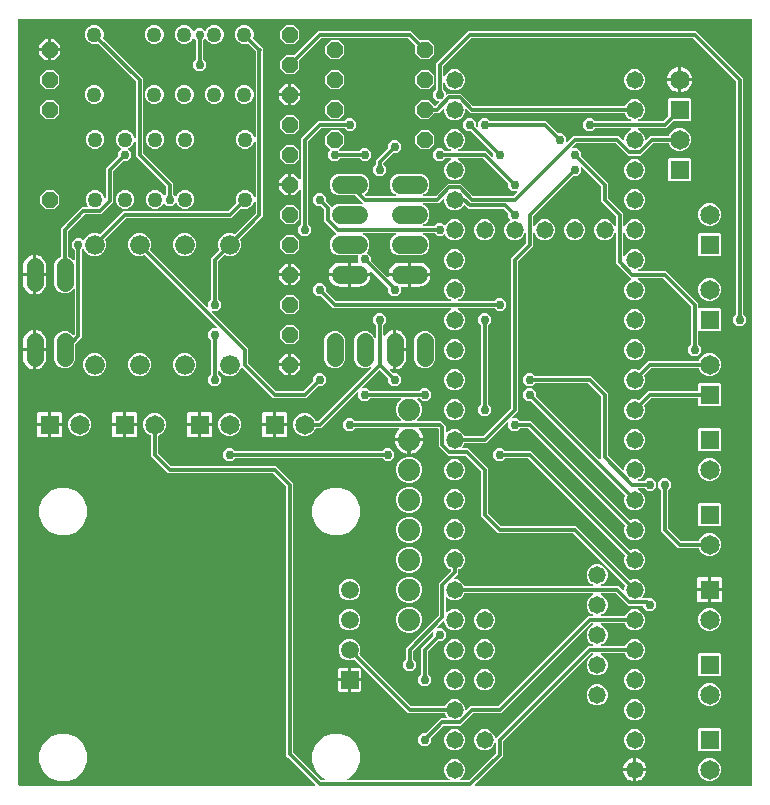
<source format=gbr>
G04 EAGLE Gerber RS-274X export*
G75*
%MOMM*%
%FSLAX34Y34*%
%LPD*%
%INBottom Copper*%
%IPPOS*%
%AMOC8*
5,1,8,0,0,1.08239X$1,22.5*%
G01*
%ADD10C,1.422400*%
%ADD11C,1.270000*%
%ADD12C,1.676400*%
%ADD13P,1.429621X8X202.500000*%
%ADD14C,1.473200*%
%ADD15C,1.524000*%
%ADD16C,1.879600*%
%ADD17R,1.650000X1.650000*%
%ADD18C,1.650000*%
%ADD19P,1.429621X8X112.500000*%
%ADD20R,1.508000X1.508000*%
%ADD21C,1.508000*%
%ADD22P,1.429621X8X292.500000*%
%ADD23C,0.756400*%
%ADD24C,0.304800*%

G36*
X-4555Y-13704D02*
X-4555Y-13704D01*
X-4484Y-13702D01*
X-4435Y-13684D01*
X-4383Y-13676D01*
X-4320Y-13642D01*
X-4253Y-13617D01*
X-4212Y-13585D01*
X-4166Y-13560D01*
X-4117Y-13508D01*
X-4061Y-13464D01*
X-4032Y-13420D01*
X-3997Y-13382D01*
X-3966Y-13317D01*
X-3928Y-13257D01*
X-3915Y-13206D01*
X-3893Y-13159D01*
X-3885Y-13088D01*
X-3868Y-13018D01*
X-3872Y-12966D01*
X-3866Y-12915D01*
X-3881Y-12844D01*
X-3887Y-12773D01*
X-3907Y-12725D01*
X-3918Y-12674D01*
X-3955Y-12613D01*
X-3983Y-12547D01*
X-4028Y-12491D01*
X-4044Y-12463D01*
X-4062Y-12448D01*
X-4088Y-12416D01*
X-26440Y9936D01*
X-28449Y11945D01*
X-28449Y239722D01*
X-28463Y239812D01*
X-28471Y239903D01*
X-28483Y239933D01*
X-28488Y239965D01*
X-28531Y240045D01*
X-28567Y240129D01*
X-28593Y240161D01*
X-28604Y240182D01*
X-28627Y240204D01*
X-28672Y240260D01*
X-39140Y250728D01*
X-39214Y250781D01*
X-39283Y250841D01*
X-39313Y250853D01*
X-39340Y250872D01*
X-39427Y250899D01*
X-39511Y250933D01*
X-39552Y250937D01*
X-39575Y250944D01*
X-39607Y250943D01*
X-39678Y250951D01*
X-128263Y250951D01*
X-142749Y265437D01*
X-142749Y282274D01*
X-142767Y282388D01*
X-142785Y282505D01*
X-142787Y282511D01*
X-142788Y282517D01*
X-142843Y282619D01*
X-142896Y282724D01*
X-142901Y282729D01*
X-142904Y282734D01*
X-142988Y282814D01*
X-143072Y282897D01*
X-143078Y282900D01*
X-143082Y282904D01*
X-143099Y282911D01*
X-143219Y282977D01*
X-145237Y283813D01*
X-147987Y286563D01*
X-149475Y290156D01*
X-149475Y294044D01*
X-147987Y297637D01*
X-145237Y300387D01*
X-141644Y301875D01*
X-137756Y301875D01*
X-134163Y300387D01*
X-131413Y297637D01*
X-129925Y294044D01*
X-129925Y290156D01*
X-131413Y286563D01*
X-134163Y283813D01*
X-136181Y282977D01*
X-136281Y282916D01*
X-136381Y282856D01*
X-136385Y282851D01*
X-136390Y282848D01*
X-136465Y282758D01*
X-136541Y282669D01*
X-136543Y282663D01*
X-136547Y282658D01*
X-136589Y282550D01*
X-136633Y282441D01*
X-136634Y282433D01*
X-136635Y282429D01*
X-136636Y282410D01*
X-136651Y282274D01*
X-136651Y268278D01*
X-136637Y268188D01*
X-136629Y268097D01*
X-136617Y268067D01*
X-136612Y268035D01*
X-136569Y267955D01*
X-136533Y267871D01*
X-136507Y267839D01*
X-136496Y267818D01*
X-136473Y267796D01*
X-136428Y267740D01*
X-125960Y257272D01*
X-125886Y257219D01*
X-125817Y257159D01*
X-125787Y257147D01*
X-125760Y257128D01*
X-125673Y257101D01*
X-125589Y257067D01*
X-125548Y257063D01*
X-125525Y257056D01*
X-125493Y257057D01*
X-125422Y257049D01*
X-36837Y257049D01*
X-22351Y242563D01*
X-22351Y14786D01*
X-22337Y14696D01*
X-22329Y14605D01*
X-22317Y14575D01*
X-22312Y14543D01*
X-22269Y14463D01*
X-22233Y14379D01*
X-22207Y14347D01*
X-22196Y14326D01*
X-22173Y14304D01*
X-22128Y14248D01*
X1040Y-8920D01*
X1114Y-8973D01*
X1183Y-9033D01*
X1213Y-9045D01*
X1240Y-9064D01*
X1327Y-9091D01*
X1411Y-9125D01*
X1452Y-9129D01*
X1475Y-9136D01*
X1507Y-9135D01*
X1578Y-9143D01*
X4063Y-9143D01*
X4159Y-9128D01*
X4256Y-9118D01*
X4280Y-9108D01*
X4305Y-9104D01*
X4391Y-9058D01*
X4480Y-9018D01*
X4500Y-9001D01*
X4523Y-8988D01*
X4590Y-8918D01*
X4662Y-8852D01*
X4674Y-8829D01*
X4692Y-8810D01*
X4733Y-8722D01*
X4780Y-8636D01*
X4785Y-8611D01*
X4796Y-8587D01*
X4807Y-8490D01*
X4824Y-8394D01*
X4820Y-8368D01*
X4823Y-8343D01*
X4802Y-8247D01*
X4788Y-8151D01*
X4776Y-8128D01*
X4771Y-8102D01*
X4721Y-8019D01*
X4677Y-7932D01*
X4658Y-7913D01*
X4644Y-7891D01*
X4571Y-7828D01*
X4501Y-7760D01*
X4472Y-7744D01*
X4458Y-7731D01*
X4427Y-7719D01*
X4354Y-7679D01*
X2550Y-6931D01*
X-3121Y-1260D01*
X-6191Y6150D01*
X-6191Y14170D01*
X-3121Y21580D01*
X2550Y27251D01*
X9960Y30321D01*
X17980Y30321D01*
X25390Y27251D01*
X31061Y21580D01*
X34131Y14170D01*
X34131Y6150D01*
X31061Y-1260D01*
X25390Y-6931D01*
X23586Y-7679D01*
X23503Y-7730D01*
X23417Y-7776D01*
X23399Y-7794D01*
X23377Y-7808D01*
X23315Y-7884D01*
X23248Y-7954D01*
X23237Y-7978D01*
X23220Y-7998D01*
X23185Y-8089D01*
X23144Y-8177D01*
X23141Y-8203D01*
X23132Y-8227D01*
X23128Y-8325D01*
X23117Y-8421D01*
X23123Y-8447D01*
X23122Y-8473D01*
X23149Y-8567D01*
X23169Y-8662D01*
X23183Y-8684D01*
X23190Y-8709D01*
X23246Y-8789D01*
X23296Y-8873D01*
X23315Y-8890D01*
X23330Y-8911D01*
X23408Y-8970D01*
X23482Y-9033D01*
X23507Y-9043D01*
X23528Y-9058D01*
X23620Y-9088D01*
X23711Y-9125D01*
X23743Y-9128D01*
X23762Y-9134D01*
X23795Y-9134D01*
X23877Y-9143D01*
X109314Y-9143D01*
X109410Y-9128D01*
X109507Y-9118D01*
X109531Y-9108D01*
X109557Y-9104D01*
X109643Y-9058D01*
X109732Y-9018D01*
X109751Y-9001D01*
X109774Y-8988D01*
X109841Y-8918D01*
X109913Y-8852D01*
X109926Y-8829D01*
X109944Y-8810D01*
X109985Y-8722D01*
X110032Y-8636D01*
X110036Y-8611D01*
X110047Y-8587D01*
X110058Y-8490D01*
X110075Y-8394D01*
X110072Y-8368D01*
X110074Y-8343D01*
X110054Y-8248D01*
X110040Y-8151D01*
X110028Y-8128D01*
X110022Y-8102D01*
X109972Y-8019D01*
X109928Y-7932D01*
X109909Y-7913D01*
X109896Y-7891D01*
X109822Y-7828D01*
X109752Y-7760D01*
X109724Y-7744D01*
X109709Y-7731D01*
X109678Y-7719D01*
X109605Y-7679D01*
X109264Y-7537D01*
X106763Y-5036D01*
X105409Y-1768D01*
X105409Y1768D01*
X106763Y5036D01*
X109264Y7537D01*
X112532Y8891D01*
X116068Y8891D01*
X119336Y7537D01*
X121837Y5036D01*
X123191Y1768D01*
X123191Y-1768D01*
X121837Y-5036D01*
X119336Y-7537D01*
X118995Y-7679D01*
X118912Y-7730D01*
X118826Y-7776D01*
X118808Y-7795D01*
X118785Y-7808D01*
X118723Y-7883D01*
X118656Y-7954D01*
X118645Y-7978D01*
X118629Y-7998D01*
X118594Y-8089D01*
X118553Y-8177D01*
X118550Y-8203D01*
X118540Y-8227D01*
X118536Y-8325D01*
X118526Y-8421D01*
X118531Y-8447D01*
X118530Y-8473D01*
X118557Y-8567D01*
X118578Y-8662D01*
X118591Y-8684D01*
X118599Y-8709D01*
X118654Y-8789D01*
X118704Y-8873D01*
X118724Y-8890D01*
X118739Y-8911D01*
X118817Y-8969D01*
X118891Y-9033D01*
X118915Y-9043D01*
X118936Y-9058D01*
X119029Y-9088D01*
X119119Y-9125D01*
X119152Y-9128D01*
X119170Y-9134D01*
X119203Y-9134D01*
X119286Y-9143D01*
X125930Y-9143D01*
X126020Y-9129D01*
X126111Y-9121D01*
X126141Y-9109D01*
X126173Y-9104D01*
X126253Y-9061D01*
X126337Y-9025D01*
X126369Y-8999D01*
X126390Y-8988D01*
X126412Y-8965D01*
X126468Y-8920D01*
X149128Y13740D01*
X149181Y13814D01*
X149241Y13883D01*
X149253Y13913D01*
X149272Y13940D01*
X149299Y14027D01*
X149333Y14111D01*
X149337Y14152D01*
X149344Y14175D01*
X149343Y14207D01*
X149351Y14278D01*
X149351Y21641D01*
X149336Y21737D01*
X149326Y21834D01*
X149316Y21858D01*
X149312Y21883D01*
X149266Y21969D01*
X149226Y22058D01*
X149209Y22078D01*
X149196Y22101D01*
X149126Y22168D01*
X149060Y22239D01*
X149037Y22252D01*
X149018Y22270D01*
X148930Y22311D01*
X148844Y22358D01*
X148819Y22363D01*
X148795Y22374D01*
X148698Y22384D01*
X148602Y22402D01*
X148576Y22398D01*
X148551Y22401D01*
X148455Y22380D01*
X148359Y22366D01*
X148336Y22354D01*
X148310Y22349D01*
X148227Y22299D01*
X148140Y22254D01*
X148121Y22236D01*
X148099Y22222D01*
X148036Y22148D01*
X147968Y22079D01*
X147952Y22050D01*
X147939Y22035D01*
X147927Y22005D01*
X147887Y21932D01*
X147237Y20364D01*
X144736Y17863D01*
X141468Y16509D01*
X137932Y16509D01*
X134664Y17863D01*
X132163Y20364D01*
X130809Y23632D01*
X130809Y27168D01*
X132163Y30436D01*
X134664Y32937D01*
X137932Y34291D01*
X141468Y34291D01*
X144736Y32937D01*
X147237Y30436D01*
X148526Y27326D01*
X148550Y27287D01*
X148566Y27244D01*
X148614Y27183D01*
X148655Y27117D01*
X148691Y27087D01*
X148719Y27052D01*
X148785Y27009D01*
X148845Y26960D01*
X148888Y26943D01*
X148926Y26919D01*
X149002Y26900D01*
X149074Y26872D01*
X149120Y26870D01*
X149165Y26858D01*
X149242Y26865D01*
X149320Y26861D01*
X149364Y26874D01*
X149410Y26878D01*
X149481Y26908D01*
X149556Y26930D01*
X149594Y26956D01*
X149636Y26974D01*
X149743Y27059D01*
X149758Y27070D01*
X149761Y27074D01*
X149767Y27079D01*
X151360Y28672D01*
X225328Y102640D01*
X227337Y104649D01*
X231191Y104649D01*
X231287Y104664D01*
X231384Y104674D01*
X231408Y104684D01*
X231433Y104688D01*
X231519Y104734D01*
X231608Y104774D01*
X231628Y104791D01*
X231651Y104804D01*
X231718Y104874D01*
X231789Y104940D01*
X231802Y104963D01*
X231820Y104982D01*
X231861Y105070D01*
X231908Y105156D01*
X231913Y105181D01*
X231924Y105205D01*
X231934Y105302D01*
X231952Y105398D01*
X231948Y105424D01*
X231951Y105449D01*
X231930Y105545D01*
X231916Y105641D01*
X231904Y105664D01*
X231899Y105690D01*
X231849Y105773D01*
X231804Y105860D01*
X231786Y105879D01*
X231772Y105901D01*
X231698Y105964D01*
X231629Y106032D01*
X231600Y106048D01*
X231585Y106061D01*
X231555Y106073D01*
X231482Y106113D01*
X229914Y106763D01*
X227413Y109264D01*
X226059Y112532D01*
X226059Y116068D01*
X227413Y119336D01*
X229914Y121837D01*
X231482Y122487D01*
X231565Y122538D01*
X231651Y122584D01*
X231669Y122602D01*
X231691Y122616D01*
X231753Y122692D01*
X231820Y122762D01*
X231831Y122786D01*
X231848Y122806D01*
X231883Y122897D01*
X231924Y122985D01*
X231927Y123011D01*
X231936Y123035D01*
X231940Y123133D01*
X231951Y123229D01*
X231945Y123255D01*
X231946Y123281D01*
X231919Y123375D01*
X231899Y123470D01*
X231885Y123492D01*
X231878Y123517D01*
X231822Y123597D01*
X231772Y123681D01*
X231753Y123698D01*
X231738Y123719D01*
X231659Y123778D01*
X231585Y123841D01*
X231561Y123851D01*
X231540Y123866D01*
X231448Y123896D01*
X231357Y123933D01*
X231325Y123936D01*
X231306Y123942D01*
X231273Y123942D01*
X231191Y123951D01*
X230178Y123951D01*
X230088Y123937D01*
X229997Y123929D01*
X229967Y123917D01*
X229935Y123912D01*
X229855Y123869D01*
X229771Y123833D01*
X229739Y123807D01*
X229718Y123796D01*
X229696Y123773D01*
X229640Y123728D01*
X153663Y47751D01*
X130606Y47751D01*
X130516Y47737D01*
X130425Y47729D01*
X130395Y47717D01*
X130363Y47712D01*
X130282Y47669D01*
X130198Y47633D01*
X130166Y47607D01*
X130146Y47596D01*
X130123Y47573D01*
X130068Y47528D01*
X119876Y37337D01*
X105464Y37337D01*
X105374Y37323D01*
X105283Y37315D01*
X105253Y37303D01*
X105221Y37298D01*
X105141Y37255D01*
X105057Y37219D01*
X105025Y37193D01*
X105004Y37182D01*
X104982Y37159D01*
X104926Y37114D01*
X94430Y26618D01*
X94377Y26544D01*
X94317Y26475D01*
X94305Y26445D01*
X94286Y26418D01*
X94259Y26331D01*
X94225Y26247D01*
X94221Y26206D01*
X94214Y26183D01*
X94215Y26151D01*
X94207Y26080D01*
X94207Y23202D01*
X91098Y20093D01*
X86702Y20093D01*
X83593Y23202D01*
X83593Y27598D01*
X86702Y30707D01*
X89580Y30707D01*
X89670Y30721D01*
X89761Y30729D01*
X89791Y30741D01*
X89823Y30746D01*
X89903Y30789D01*
X89987Y30825D01*
X90019Y30851D01*
X90040Y30862D01*
X90062Y30885D01*
X90118Y30930D01*
X102623Y43435D01*
X107254Y43435D01*
X107325Y43446D01*
X107397Y43448D01*
X107445Y43466D01*
X107497Y43474D01*
X107560Y43508D01*
X107628Y43533D01*
X107668Y43565D01*
X107714Y43590D01*
X107764Y43642D01*
X107820Y43686D01*
X107848Y43730D01*
X107884Y43768D01*
X107914Y43833D01*
X107953Y43893D01*
X107965Y43944D01*
X107987Y43991D01*
X107995Y44062D01*
X108013Y44132D01*
X108009Y44184D01*
X108014Y44235D01*
X107999Y44306D01*
X107993Y44377D01*
X107973Y44425D01*
X107962Y44476D01*
X107925Y44537D01*
X107897Y44603D01*
X107852Y44659D01*
X107836Y44687D01*
X107818Y44702D01*
X107792Y44734D01*
X106763Y45764D01*
X106134Y47281D01*
X106073Y47381D01*
X106013Y47481D01*
X106008Y47485D01*
X106005Y47490D01*
X105915Y47565D01*
X105826Y47641D01*
X105820Y47643D01*
X105815Y47647D01*
X105707Y47689D01*
X105598Y47733D01*
X105590Y47734D01*
X105586Y47735D01*
X105567Y47736D01*
X105431Y47751D01*
X74937Y47751D01*
X29649Y93040D01*
X29555Y93107D01*
X29460Y93178D01*
X29454Y93180D01*
X29449Y93183D01*
X29338Y93217D01*
X29226Y93254D01*
X29220Y93254D01*
X29214Y93256D01*
X29097Y93253D01*
X28980Y93251D01*
X28973Y93249D01*
X28968Y93249D01*
X28951Y93243D01*
X28819Y93205D01*
X27203Y92535D01*
X23597Y92535D01*
X20265Y93915D01*
X17715Y96465D01*
X16335Y99797D01*
X16335Y103403D01*
X17715Y106735D01*
X20265Y109285D01*
X23597Y110665D01*
X27203Y110665D01*
X30535Y109285D01*
X33085Y106735D01*
X34465Y103403D01*
X34465Y99797D01*
X33795Y98181D01*
X33769Y98067D01*
X33740Y97954D01*
X33741Y97947D01*
X33739Y97941D01*
X33750Y97825D01*
X33759Y97709D01*
X33762Y97703D01*
X33762Y97696D01*
X33810Y97589D01*
X33856Y97482D01*
X33860Y97476D01*
X33862Y97472D01*
X33875Y97458D01*
X33960Y97351D01*
X77240Y54072D01*
X77314Y54019D01*
X77383Y53959D01*
X77413Y53947D01*
X77440Y53928D01*
X77527Y53901D01*
X77611Y53867D01*
X77652Y53863D01*
X77675Y53856D01*
X77707Y53857D01*
X77778Y53849D01*
X105431Y53849D01*
X105546Y53868D01*
X105662Y53885D01*
X105667Y53887D01*
X105674Y53888D01*
X105776Y53943D01*
X105881Y53996D01*
X105886Y54001D01*
X105891Y54004D01*
X105971Y54088D01*
X106053Y54172D01*
X106057Y54178D01*
X106060Y54182D01*
X106068Y54199D01*
X106134Y54319D01*
X106763Y55836D01*
X109264Y58337D01*
X112532Y59691D01*
X116068Y59691D01*
X119336Y58337D01*
X121837Y55836D01*
X123191Y52568D01*
X123191Y51112D01*
X123202Y51042D01*
X123204Y50970D01*
X123222Y50921D01*
X123230Y50870D01*
X123264Y50806D01*
X123289Y50739D01*
X123321Y50698D01*
X123346Y50652D01*
X123398Y50603D01*
X123442Y50547D01*
X123486Y50519D01*
X123524Y50483D01*
X123589Y50453D01*
X123649Y50414D01*
X123700Y50401D01*
X123747Y50379D01*
X123818Y50371D01*
X123888Y50354D01*
X123940Y50358D01*
X123991Y50352D01*
X124062Y50368D01*
X124133Y50373D01*
X124181Y50393D01*
X124232Y50405D01*
X124293Y50441D01*
X124359Y50469D01*
X124415Y50514D01*
X124443Y50531D01*
X124458Y50548D01*
X124490Y50574D01*
X127765Y53849D01*
X150822Y53849D01*
X150912Y53863D01*
X151003Y53871D01*
X151033Y53883D01*
X151065Y53888D01*
X151145Y53931D01*
X151229Y53967D01*
X151261Y53993D01*
X151282Y54004D01*
X151304Y54027D01*
X151360Y54072D01*
X227337Y130049D01*
X231191Y130049D01*
X231287Y130064D01*
X231384Y130074D01*
X231408Y130084D01*
X231433Y130088D01*
X231519Y130134D01*
X231608Y130174D01*
X231628Y130191D01*
X231651Y130204D01*
X231718Y130274D01*
X231789Y130340D01*
X231802Y130363D01*
X231820Y130382D01*
X231861Y130470D01*
X231908Y130556D01*
X231913Y130581D01*
X231924Y130605D01*
X231934Y130702D01*
X231952Y130798D01*
X231948Y130824D01*
X231951Y130849D01*
X231930Y130945D01*
X231916Y131041D01*
X231904Y131064D01*
X231899Y131090D01*
X231849Y131173D01*
X231804Y131260D01*
X231786Y131279D01*
X231772Y131301D01*
X231698Y131364D01*
X231629Y131432D01*
X231600Y131448D01*
X231585Y131461D01*
X231555Y131473D01*
X231482Y131513D01*
X229914Y132163D01*
X227413Y134664D01*
X226059Y137932D01*
X226059Y141468D01*
X227413Y144736D01*
X229914Y147237D01*
X231482Y147887D01*
X231565Y147938D01*
X231651Y147984D01*
X231669Y148002D01*
X231691Y148016D01*
X231753Y148092D01*
X231820Y148162D01*
X231831Y148186D01*
X231848Y148206D01*
X231883Y148297D01*
X231924Y148385D01*
X231927Y148411D01*
X231936Y148435D01*
X231940Y148533D01*
X231951Y148629D01*
X231945Y148655D01*
X231946Y148681D01*
X231919Y148775D01*
X231899Y148870D01*
X231885Y148892D01*
X231878Y148917D01*
X231822Y148997D01*
X231772Y149081D01*
X231753Y149098D01*
X231738Y149119D01*
X231659Y149178D01*
X231585Y149241D01*
X231561Y149251D01*
X231540Y149266D01*
X231448Y149296D01*
X231357Y149333D01*
X231325Y149336D01*
X231306Y149342D01*
X231273Y149342D01*
X231191Y149351D01*
X123169Y149351D01*
X123054Y149332D01*
X122938Y149315D01*
X122933Y149313D01*
X122926Y149312D01*
X122824Y149257D01*
X122719Y149204D01*
X122714Y149199D01*
X122709Y149196D01*
X122629Y149112D01*
X122547Y149028D01*
X122543Y149022D01*
X122540Y149018D01*
X122532Y149001D01*
X122466Y148881D01*
X121837Y147364D01*
X119336Y144863D01*
X116068Y143509D01*
X112532Y143509D01*
X109264Y144863D01*
X108234Y145892D01*
X108176Y145934D01*
X108124Y145984D01*
X108077Y146006D01*
X108035Y146036D01*
X107966Y146057D01*
X107901Y146087D01*
X107849Y146093D01*
X107799Y146108D01*
X107728Y146106D01*
X107657Y146114D01*
X107606Y146103D01*
X107554Y146102D01*
X107486Y146077D01*
X107416Y146062D01*
X107371Y146035D01*
X107323Y146017D01*
X107267Y145973D01*
X107205Y145936D01*
X107171Y145896D01*
X107131Y145864D01*
X107092Y145803D01*
X107045Y145749D01*
X107026Y145701D01*
X106998Y145657D01*
X106980Y145587D01*
X106953Y145521D01*
X106945Y145450D01*
X106937Y145418D01*
X106939Y145395D01*
X106935Y145354D01*
X106935Y134046D01*
X106946Y133975D01*
X106948Y133903D01*
X106966Y133855D01*
X106974Y133803D01*
X107008Y133740D01*
X107033Y133672D01*
X107065Y133632D01*
X107090Y133586D01*
X107142Y133536D01*
X107186Y133480D01*
X107230Y133452D01*
X107268Y133416D01*
X107333Y133386D01*
X107393Y133347D01*
X107444Y133335D01*
X107491Y133313D01*
X107562Y133305D01*
X107632Y133287D01*
X107684Y133291D01*
X107735Y133286D01*
X107806Y133301D01*
X107877Y133307D01*
X107925Y133327D01*
X107976Y133338D01*
X108037Y133375D01*
X108103Y133403D01*
X108159Y133448D01*
X108187Y133464D01*
X108202Y133482D01*
X108234Y133508D01*
X109264Y134537D01*
X112532Y135891D01*
X116068Y135891D01*
X119336Y134537D01*
X121837Y132036D01*
X123191Y128768D01*
X123191Y125232D01*
X121837Y121964D01*
X119336Y119463D01*
X116068Y118109D01*
X112532Y118109D01*
X109264Y119463D01*
X106763Y121964D01*
X105474Y125074D01*
X105450Y125113D01*
X105434Y125156D01*
X105386Y125217D01*
X105345Y125283D01*
X105309Y125313D01*
X105281Y125348D01*
X105215Y125391D01*
X105155Y125440D01*
X105112Y125457D01*
X105074Y125481D01*
X104998Y125500D01*
X104926Y125528D01*
X104880Y125530D01*
X104835Y125542D01*
X104758Y125535D01*
X104680Y125539D01*
X104636Y125526D01*
X104590Y125522D01*
X104519Y125492D01*
X104444Y125470D01*
X104406Y125444D01*
X104364Y125426D01*
X104257Y125341D01*
X104242Y125330D01*
X104239Y125326D01*
X104233Y125321D01*
X99818Y120906D01*
X99776Y120848D01*
X99727Y120796D01*
X99705Y120749D01*
X99674Y120707D01*
X99653Y120638D01*
X99623Y120573D01*
X99617Y120521D01*
X99602Y120471D01*
X99604Y120400D01*
X99596Y120329D01*
X99607Y120278D01*
X99608Y120226D01*
X99633Y120158D01*
X99648Y120088D01*
X99675Y120044D01*
X99693Y119995D01*
X99738Y119939D01*
X99774Y119877D01*
X99814Y119843D01*
X99846Y119803D01*
X99907Y119764D01*
X99961Y119717D01*
X100010Y119698D01*
X100053Y119670D01*
X100123Y119652D01*
X100189Y119625D01*
X100261Y119617D01*
X100292Y119609D01*
X100315Y119611D01*
X100356Y119607D01*
X103798Y119607D01*
X106907Y116498D01*
X106907Y112102D01*
X103798Y108993D01*
X100920Y108993D01*
X100830Y108979D01*
X100739Y108971D01*
X100709Y108959D01*
X100677Y108954D01*
X100597Y108911D01*
X100513Y108875D01*
X100481Y108849D01*
X100460Y108838D01*
X100438Y108815D01*
X100382Y108770D01*
X92172Y100560D01*
X92119Y100486D01*
X92059Y100417D01*
X92047Y100387D01*
X92028Y100360D01*
X92001Y100273D01*
X91967Y100189D01*
X91963Y100148D01*
X91956Y100125D01*
X91957Y100093D01*
X91949Y100022D01*
X91949Y80971D01*
X91963Y80881D01*
X91971Y80790D01*
X91983Y80761D01*
X91988Y80729D01*
X92031Y80648D01*
X92067Y80564D01*
X92093Y80532D01*
X92104Y80511D01*
X92127Y80489D01*
X92172Y80433D01*
X94207Y78398D01*
X94207Y74002D01*
X91098Y70893D01*
X86702Y70893D01*
X83593Y74002D01*
X83593Y78398D01*
X85628Y80433D01*
X85681Y80507D01*
X85741Y80577D01*
X85753Y80607D01*
X85772Y80633D01*
X85798Y80720D01*
X85833Y80805D01*
X85837Y80846D01*
X85844Y80868D01*
X85843Y80900D01*
X85851Y80971D01*
X85851Y102863D01*
X96070Y113082D01*
X96123Y113156D01*
X96183Y113225D01*
X96195Y113255D01*
X96214Y113282D01*
X96241Y113369D01*
X96275Y113453D01*
X96279Y113494D01*
X96286Y113517D01*
X96285Y113549D01*
X96293Y113620D01*
X96293Y115544D01*
X96282Y115615D01*
X96280Y115686D01*
X96262Y115735D01*
X96254Y115787D01*
X96220Y115850D01*
X96195Y115917D01*
X96163Y115958D01*
X96138Y116004D01*
X96086Y116053D01*
X96042Y116109D01*
X95998Y116138D01*
X95960Y116173D01*
X95895Y116204D01*
X95835Y116242D01*
X95784Y116255D01*
X95737Y116277D01*
X95666Y116285D01*
X95596Y116302D01*
X95544Y116298D01*
X95493Y116304D01*
X95422Y116289D01*
X95351Y116283D01*
X95303Y116263D01*
X95252Y116252D01*
X95191Y116215D01*
X95125Y116187D01*
X95069Y116142D01*
X95041Y116126D01*
X95026Y116108D01*
X94994Y116082D01*
X79472Y100560D01*
X79419Y100486D01*
X79359Y100417D01*
X79347Y100387D01*
X79328Y100360D01*
X79301Y100273D01*
X79267Y100189D01*
X79263Y100148D01*
X79256Y100125D01*
X79257Y100093D01*
X79249Y100022D01*
X79249Y93671D01*
X79263Y93581D01*
X79271Y93490D01*
X79283Y93461D01*
X79288Y93429D01*
X79331Y93348D01*
X79367Y93264D01*
X79393Y93232D01*
X79404Y93211D01*
X79427Y93189D01*
X79472Y93133D01*
X81507Y91098D01*
X81507Y86702D01*
X78398Y83593D01*
X74002Y83593D01*
X70893Y86702D01*
X70893Y91098D01*
X72928Y93133D01*
X72981Y93207D01*
X73041Y93277D01*
X73053Y93307D01*
X73072Y93333D01*
X73099Y93420D01*
X73133Y93505D01*
X73137Y93546D01*
X73144Y93568D01*
X73143Y93600D01*
X73151Y93671D01*
X73151Y102863D01*
X100614Y130326D01*
X100667Y130400D01*
X100727Y130469D01*
X100739Y130499D01*
X100758Y130526D01*
X100785Y130613D01*
X100819Y130697D01*
X100823Y130738D01*
X100830Y130761D01*
X100829Y130793D01*
X100837Y130864D01*
X100837Y157976D01*
X111028Y168168D01*
X111081Y168241D01*
X111141Y168311D01*
X111153Y168341D01*
X111172Y168367D01*
X111199Y168454D01*
X111233Y168539D01*
X111237Y168580D01*
X111244Y168602D01*
X111243Y168635D01*
X111251Y168706D01*
X111251Y168931D01*
X111232Y169046D01*
X111215Y169162D01*
X111213Y169167D01*
X111212Y169174D01*
X111157Y169276D01*
X111104Y169381D01*
X111099Y169386D01*
X111096Y169391D01*
X111012Y169471D01*
X110928Y169553D01*
X110922Y169557D01*
X110918Y169560D01*
X110901Y169568D01*
X110781Y169634D01*
X109264Y170263D01*
X106763Y172764D01*
X105409Y176032D01*
X105409Y179568D01*
X106763Y182836D01*
X109264Y185337D01*
X112532Y186691D01*
X116068Y186691D01*
X119336Y185337D01*
X121837Y182836D01*
X123191Y179568D01*
X123191Y176032D01*
X121837Y172764D01*
X119336Y170263D01*
X117819Y169634D01*
X117719Y169573D01*
X117619Y169513D01*
X117615Y169508D01*
X117610Y169505D01*
X117535Y169415D01*
X117459Y169326D01*
X117457Y169320D01*
X117453Y169315D01*
X117411Y169207D01*
X117367Y169098D01*
X117366Y169090D01*
X117365Y169086D01*
X117364Y169067D01*
X117349Y168931D01*
X117349Y165865D01*
X114074Y162590D01*
X114032Y162532D01*
X113983Y162480D01*
X113961Y162433D01*
X113931Y162391D01*
X113910Y162322D01*
X113879Y162257D01*
X113874Y162205D01*
X113858Y162155D01*
X113860Y162084D01*
X113852Y162013D01*
X113863Y161962D01*
X113865Y161910D01*
X113889Y161842D01*
X113905Y161772D01*
X113931Y161727D01*
X113949Y161679D01*
X113994Y161623D01*
X114031Y161561D01*
X114070Y161527D01*
X114103Y161487D01*
X114163Y161448D01*
X114218Y161401D01*
X114266Y161382D01*
X114310Y161354D01*
X114379Y161336D01*
X114446Y161309D01*
X114517Y161301D01*
X114548Y161293D01*
X114572Y161295D01*
X114612Y161291D01*
X116068Y161291D01*
X119336Y159937D01*
X121837Y157436D01*
X122466Y155919D01*
X122527Y155819D01*
X122587Y155719D01*
X122592Y155715D01*
X122595Y155710D01*
X122685Y155635D01*
X122774Y155559D01*
X122780Y155557D01*
X122785Y155553D01*
X122893Y155511D01*
X123002Y155467D01*
X123010Y155466D01*
X123014Y155465D01*
X123033Y155464D01*
X123169Y155449D01*
X231191Y155449D01*
X231287Y155464D01*
X231384Y155474D01*
X231408Y155484D01*
X231433Y155488D01*
X231519Y155534D01*
X231608Y155574D01*
X231628Y155591D01*
X231651Y155604D01*
X231718Y155674D01*
X231789Y155740D01*
X231802Y155763D01*
X231820Y155782D01*
X231861Y155870D01*
X231908Y155956D01*
X231913Y155981D01*
X231924Y156005D01*
X231934Y156102D01*
X231952Y156198D01*
X231948Y156224D01*
X231951Y156249D01*
X231930Y156345D01*
X231916Y156441D01*
X231904Y156464D01*
X231899Y156490D01*
X231849Y156573D01*
X231804Y156660D01*
X231786Y156679D01*
X231772Y156701D01*
X231698Y156764D01*
X231629Y156832D01*
X231600Y156848D01*
X231585Y156861D01*
X231555Y156873D01*
X231482Y156913D01*
X229914Y157563D01*
X227413Y160064D01*
X226059Y163332D01*
X226059Y166868D01*
X227413Y170136D01*
X229914Y172637D01*
X233182Y173991D01*
X236718Y173991D01*
X239986Y172637D01*
X242487Y170136D01*
X243841Y166868D01*
X243841Y163332D01*
X242487Y160064D01*
X239986Y157563D01*
X238418Y156913D01*
X238335Y156862D01*
X238249Y156816D01*
X238231Y156798D01*
X238209Y156784D01*
X238147Y156708D01*
X238080Y156638D01*
X238069Y156614D01*
X238052Y156594D01*
X238017Y156503D01*
X237976Y156415D01*
X237973Y156389D01*
X237964Y156365D01*
X237960Y156267D01*
X237949Y156171D01*
X237955Y156145D01*
X237954Y156119D01*
X237981Y156025D01*
X238001Y155930D01*
X238015Y155908D01*
X238022Y155883D01*
X238078Y155803D01*
X238128Y155719D01*
X238147Y155702D01*
X238162Y155681D01*
X238241Y155622D01*
X238315Y155559D01*
X238339Y155549D01*
X238360Y155534D01*
X238452Y155504D01*
X238543Y155467D01*
X238575Y155464D01*
X238594Y155458D01*
X238627Y155458D01*
X238709Y155449D01*
X253235Y155449D01*
X256510Y152174D01*
X256568Y152132D01*
X256620Y152083D01*
X256667Y152061D01*
X256709Y152031D01*
X256778Y152010D01*
X256843Y151979D01*
X256895Y151974D01*
X256945Y151958D01*
X257016Y151960D01*
X257087Y151952D01*
X257138Y151963D01*
X257190Y151965D01*
X257258Y151989D01*
X257328Y152005D01*
X257373Y152031D01*
X257421Y152049D01*
X257477Y152094D01*
X257539Y152131D01*
X257573Y152170D01*
X257613Y152203D01*
X257652Y152263D01*
X257699Y152318D01*
X257718Y152366D01*
X257746Y152410D01*
X257764Y152479D01*
X257791Y152546D01*
X257799Y152617D01*
X257807Y152648D01*
X257805Y152672D01*
X257809Y152712D01*
X257809Y154168D01*
X258438Y155686D01*
X258464Y155800D01*
X258493Y155913D01*
X258493Y155919D01*
X258494Y155925D01*
X258483Y156042D01*
X258474Y156158D01*
X258472Y156164D01*
X258471Y156170D01*
X258423Y156278D01*
X258378Y156385D01*
X258373Y156390D01*
X258371Y156395D01*
X258358Y156409D01*
X258273Y156516D01*
X214860Y199928D01*
X214786Y199981D01*
X214717Y200041D01*
X214687Y200053D01*
X214660Y200072D01*
X214573Y200099D01*
X214489Y200133D01*
X214448Y200137D01*
X214425Y200144D01*
X214393Y200143D01*
X214322Y200151D01*
X151137Y200151D01*
X136651Y214637D01*
X136651Y252422D01*
X136637Y252512D01*
X136629Y252603D01*
X136617Y252633D01*
X136612Y252665D01*
X136569Y252745D01*
X136533Y252829D01*
X136507Y252861D01*
X136496Y252882D01*
X136473Y252904D01*
X136428Y252960D01*
X123674Y265714D01*
X123600Y265767D01*
X123531Y265827D01*
X123501Y265839D01*
X123474Y265858D01*
X123387Y265885D01*
X123303Y265919D01*
X123262Y265923D01*
X123239Y265930D01*
X123207Y265929D01*
X123136Y265937D01*
X108724Y265937D01*
X100837Y273824D01*
X100837Y288236D01*
X100823Y288326D01*
X100815Y288417D01*
X100803Y288447D01*
X100798Y288479D01*
X100755Y288559D01*
X100719Y288643D01*
X100693Y288675D01*
X100682Y288696D01*
X100659Y288718D01*
X100614Y288774D01*
X100560Y288828D01*
X100486Y288881D01*
X100417Y288941D01*
X100387Y288953D01*
X100360Y288972D01*
X100273Y288999D01*
X100189Y289033D01*
X100148Y289037D01*
X100125Y289044D01*
X100093Y289043D01*
X100022Y289051D01*
X84889Y289051D01*
X84819Y289040D01*
X84747Y289038D01*
X84698Y289020D01*
X84647Y289012D01*
X84583Y288978D01*
X84516Y288953D01*
X84475Y288921D01*
X84429Y288896D01*
X84380Y288845D01*
X84324Y288800D01*
X84296Y288756D01*
X84260Y288718D01*
X84230Y288653D01*
X84191Y288593D01*
X84178Y288542D01*
X84156Y288495D01*
X84148Y288424D01*
X84131Y288354D01*
X84135Y288302D01*
X84129Y288251D01*
X84144Y288180D01*
X84150Y288109D01*
X84170Y288061D01*
X84181Y288010D01*
X84218Y287949D01*
X84246Y287883D01*
X84291Y287827D01*
X84308Y287799D01*
X84325Y287784D01*
X84351Y287752D01*
X84925Y287178D01*
X86030Y285657D01*
X86883Y283983D01*
X87464Y282196D01*
X87665Y280923D01*
X76581Y280923D01*
X76561Y280920D01*
X76542Y280922D01*
X76440Y280900D01*
X76338Y280883D01*
X76321Y280874D01*
X76301Y280870D01*
X76212Y280817D01*
X76121Y280768D01*
X76107Y280754D01*
X76090Y280744D01*
X76023Y280665D01*
X75952Y280590D01*
X75943Y280572D01*
X75930Y280557D01*
X75892Y280461D01*
X75848Y280367D01*
X75846Y280347D01*
X75838Y280329D01*
X75820Y280162D01*
X75820Y279399D01*
X75818Y279399D01*
X75818Y280162D01*
X75815Y280182D01*
X75817Y280201D01*
X75795Y280303D01*
X75778Y280405D01*
X75769Y280422D01*
X75765Y280442D01*
X75712Y280531D01*
X75663Y280622D01*
X75649Y280636D01*
X75639Y280653D01*
X75560Y280720D01*
X75485Y280791D01*
X75467Y280800D01*
X75452Y280813D01*
X75356Y280852D01*
X75262Y280895D01*
X75242Y280897D01*
X75224Y280905D01*
X75057Y280923D01*
X63973Y280923D01*
X64174Y282196D01*
X64755Y283983D01*
X65608Y285657D01*
X66713Y287178D01*
X67287Y287752D01*
X67329Y287810D01*
X67378Y287862D01*
X67400Y287909D01*
X67430Y287951D01*
X67451Y288020D01*
X67482Y288085D01*
X67487Y288137D01*
X67503Y288187D01*
X67501Y288258D01*
X67509Y288329D01*
X67498Y288380D01*
X67496Y288432D01*
X67472Y288500D01*
X67457Y288570D01*
X67430Y288615D01*
X67412Y288663D01*
X67367Y288719D01*
X67330Y288781D01*
X67291Y288815D01*
X67258Y288855D01*
X67198Y288894D01*
X67143Y288941D01*
X67095Y288960D01*
X67051Y288988D01*
X66982Y289006D01*
X66915Y289033D01*
X66844Y289041D01*
X66813Y289049D01*
X66789Y289047D01*
X66749Y289051D01*
X30171Y289051D01*
X30081Y289037D01*
X29990Y289029D01*
X29961Y289017D01*
X29929Y289012D01*
X29848Y288969D01*
X29764Y288933D01*
X29732Y288907D01*
X29711Y288896D01*
X29689Y288873D01*
X29633Y288828D01*
X27598Y286793D01*
X23202Y286793D01*
X20093Y289902D01*
X20093Y294298D01*
X23202Y297407D01*
X27598Y297407D01*
X29633Y295372D01*
X29707Y295319D01*
X29777Y295259D01*
X29807Y295247D01*
X29833Y295228D01*
X29920Y295201D01*
X30005Y295167D01*
X30046Y295163D01*
X30068Y295156D01*
X30100Y295157D01*
X30171Y295149D01*
X68185Y295149D01*
X68256Y295160D01*
X68328Y295162D01*
X68377Y295180D01*
X68428Y295188D01*
X68491Y295222D01*
X68559Y295247D01*
X68599Y295279D01*
X68646Y295304D01*
X68695Y295356D01*
X68751Y295400D01*
X68779Y295444D01*
X68815Y295482D01*
X68845Y295547D01*
X68884Y295607D01*
X68897Y295658D01*
X68919Y295705D01*
X68926Y295776D01*
X68944Y295846D01*
X68940Y295898D01*
X68946Y295949D01*
X68930Y296020D01*
X68925Y296091D01*
X68904Y296139D01*
X68893Y296190D01*
X68857Y296251D01*
X68828Y296317D01*
X68784Y296373D01*
X68767Y296401D01*
X68749Y296416D01*
X68724Y296448D01*
X66559Y298613D01*
X64896Y302627D01*
X64896Y306973D01*
X66559Y310987D01*
X68724Y313152D01*
X68766Y313210D01*
X68815Y313262D01*
X68837Y313309D01*
X68867Y313351D01*
X68888Y313420D01*
X68919Y313485D01*
X68924Y313537D01*
X68940Y313587D01*
X68938Y313658D01*
X68946Y313729D01*
X68935Y313780D01*
X68933Y313832D01*
X68909Y313900D01*
X68893Y313970D01*
X68867Y314015D01*
X68849Y314063D01*
X68804Y314119D01*
X68767Y314181D01*
X68728Y314215D01*
X68695Y314255D01*
X68635Y314294D01*
X68580Y314341D01*
X68532Y314360D01*
X68488Y314388D01*
X68419Y314406D01*
X68352Y314433D01*
X68281Y314441D01*
X68250Y314449D01*
X68226Y314447D01*
X68185Y314451D01*
X42871Y314451D01*
X42781Y314437D01*
X42690Y314429D01*
X42661Y314417D01*
X42629Y314412D01*
X42548Y314369D01*
X42464Y314333D01*
X42432Y314307D01*
X42411Y314296D01*
X42389Y314273D01*
X42333Y314228D01*
X40298Y312193D01*
X35902Y312193D01*
X32793Y315302D01*
X32793Y318744D01*
X32782Y318815D01*
X32780Y318886D01*
X32762Y318935D01*
X32754Y318987D01*
X32720Y319050D01*
X32695Y319117D01*
X32663Y319158D01*
X32638Y319204D01*
X32586Y319253D01*
X32542Y319309D01*
X32498Y319338D01*
X32460Y319373D01*
X32395Y319404D01*
X32335Y319442D01*
X32284Y319455D01*
X32237Y319477D01*
X32166Y319485D01*
X32096Y319502D01*
X32044Y319498D01*
X31993Y319504D01*
X31922Y319489D01*
X31851Y319483D01*
X31803Y319463D01*
X31752Y319452D01*
X31691Y319415D01*
X31625Y319387D01*
X31569Y319342D01*
X31541Y319326D01*
X31526Y319308D01*
X31494Y319282D01*
X1263Y289051D01*
X-2874Y289051D01*
X-2989Y289032D01*
X-3105Y289015D01*
X-3111Y289013D01*
X-3117Y289012D01*
X-3220Y288957D01*
X-3324Y288904D01*
X-3329Y288899D01*
X-3334Y288896D01*
X-3414Y288812D01*
X-3497Y288728D01*
X-3500Y288722D01*
X-3504Y288718D01*
X-3511Y288701D01*
X-3577Y288581D01*
X-4413Y286563D01*
X-7163Y283813D01*
X-10756Y282325D01*
X-14644Y282325D01*
X-18237Y283813D01*
X-20987Y286563D01*
X-22475Y290156D01*
X-22475Y294044D01*
X-20987Y297637D01*
X-18237Y300387D01*
X-14644Y301875D01*
X-10756Y301875D01*
X-7163Y300387D01*
X-4413Y297637D01*
X-3577Y295619D01*
X-3516Y295519D01*
X-3456Y295419D01*
X-3451Y295415D01*
X-3448Y295410D01*
X-3358Y295335D01*
X-3269Y295259D01*
X-3263Y295257D01*
X-3258Y295253D01*
X-3150Y295211D01*
X-3041Y295167D01*
X-3033Y295166D01*
X-3029Y295165D01*
X-3010Y295164D01*
X-2874Y295149D01*
X-1578Y295149D01*
X-1488Y295163D01*
X-1397Y295171D01*
X-1367Y295183D01*
X-1335Y295188D01*
X-1255Y295231D01*
X-1171Y295267D01*
X-1139Y295293D01*
X-1118Y295304D01*
X-1096Y295327D01*
X-1040Y295372D01*
X43295Y339706D01*
X43351Y339785D01*
X43413Y339860D01*
X43423Y339885D01*
X43438Y339906D01*
X43467Y339999D01*
X43502Y340090D01*
X43503Y340116D01*
X43510Y340141D01*
X43508Y340238D01*
X43512Y340336D01*
X43505Y340361D01*
X43504Y340387D01*
X43471Y340478D01*
X43443Y340572D01*
X43429Y340593D01*
X43420Y340618D01*
X43359Y340694D01*
X43303Y340774D01*
X43282Y340789D01*
X43266Y340810D01*
X43184Y340863D01*
X43106Y340921D01*
X43081Y340929D01*
X43059Y340943D01*
X42965Y340967D01*
X42872Y340997D01*
X42846Y340997D01*
X42820Y341003D01*
X42724Y340995D01*
X42626Y340994D01*
X42595Y340985D01*
X42575Y340984D01*
X42545Y340971D01*
X42465Y340948D01*
X39818Y339851D01*
X36382Y339851D01*
X33208Y341166D01*
X30778Y343596D01*
X29463Y346770D01*
X29463Y364430D01*
X30778Y367604D01*
X33208Y370034D01*
X36382Y371349D01*
X39818Y371349D01*
X42992Y370034D01*
X45422Y367604D01*
X46287Y365516D01*
X46338Y365433D01*
X46384Y365348D01*
X46402Y365330D01*
X46416Y365307D01*
X46492Y365245D01*
X46562Y365178D01*
X46586Y365167D01*
X46606Y365150D01*
X46697Y365116D01*
X46785Y365075D01*
X46811Y365072D01*
X46835Y365062D01*
X46933Y365058D01*
X47029Y365047D01*
X47055Y365053D01*
X47081Y365052D01*
X47175Y365079D01*
X47270Y365100D01*
X47292Y365113D01*
X47317Y365120D01*
X47397Y365176D01*
X47481Y365226D01*
X47498Y365246D01*
X47519Y365261D01*
X47578Y365339D01*
X47641Y365413D01*
X47651Y365437D01*
X47666Y365458D01*
X47696Y365551D01*
X47733Y365641D01*
X47736Y365673D01*
X47742Y365692D01*
X47742Y365725D01*
X47751Y365808D01*
X47751Y376229D01*
X47737Y376319D01*
X47729Y376410D01*
X47717Y376439D01*
X47712Y376471D01*
X47669Y376552D01*
X47633Y376636D01*
X47607Y376668D01*
X47596Y376689D01*
X47573Y376711D01*
X47528Y376767D01*
X45493Y378802D01*
X45493Y383198D01*
X48602Y386307D01*
X52998Y386307D01*
X56107Y383198D01*
X56107Y378802D01*
X54072Y376767D01*
X54019Y376693D01*
X53959Y376623D01*
X53947Y376593D01*
X53928Y376567D01*
X53901Y376480D01*
X53867Y376395D01*
X53863Y376354D01*
X53856Y376332D01*
X53857Y376300D01*
X53849Y376229D01*
X53849Y368193D01*
X53850Y368185D01*
X53849Y368177D01*
X53870Y368064D01*
X53888Y367950D01*
X53892Y367943D01*
X53894Y367936D01*
X53950Y367835D01*
X54004Y367733D01*
X54009Y367728D01*
X54013Y367721D01*
X54098Y367643D01*
X54182Y367564D01*
X54189Y367560D01*
X54195Y367555D01*
X54300Y367509D01*
X54405Y367460D01*
X54413Y367459D01*
X54420Y367456D01*
X54535Y367446D01*
X54649Y367433D01*
X54657Y367435D01*
X54665Y367434D01*
X54778Y367461D01*
X54890Y367485D01*
X54897Y367489D01*
X54904Y367491D01*
X55002Y367552D01*
X55101Y367611D01*
X55106Y367618D01*
X55113Y367622D01*
X55226Y367746D01*
X56137Y369000D01*
X57212Y370075D01*
X58441Y370968D01*
X59795Y371658D01*
X61240Y372127D01*
X61977Y372244D01*
X61977Y356362D01*
X61980Y356342D01*
X61978Y356323D01*
X62000Y356221D01*
X62017Y356119D01*
X62026Y356102D01*
X62030Y356082D01*
X62083Y355993D01*
X62132Y355902D01*
X62146Y355888D01*
X62156Y355871D01*
X62235Y355804D01*
X62310Y355733D01*
X62328Y355724D01*
X62343Y355711D01*
X62439Y355673D01*
X62533Y355629D01*
X62553Y355627D01*
X62571Y355619D01*
X62738Y355601D01*
X63501Y355601D01*
X63501Y355599D01*
X62738Y355599D01*
X62718Y355596D01*
X62699Y355598D01*
X62597Y355576D01*
X62495Y355559D01*
X62478Y355550D01*
X62458Y355546D01*
X62369Y355493D01*
X62278Y355444D01*
X62264Y355430D01*
X62247Y355420D01*
X62180Y355341D01*
X62109Y355266D01*
X62100Y355248D01*
X62087Y355233D01*
X62048Y355137D01*
X62005Y355043D01*
X62003Y355023D01*
X61995Y355005D01*
X61977Y354838D01*
X61977Y338956D01*
X61240Y339073D01*
X60847Y339201D01*
X60780Y339211D01*
X60715Y339231D01*
X60659Y339229D01*
X60604Y339238D01*
X60537Y339226D01*
X60469Y339224D01*
X60416Y339205D01*
X60361Y339196D01*
X60302Y339163D01*
X60238Y339140D01*
X60194Y339105D01*
X60145Y339078D01*
X60099Y339029D01*
X60046Y338986D01*
X60016Y338939D01*
X59978Y338898D01*
X59950Y338836D01*
X59913Y338779D01*
X59899Y338725D01*
X59876Y338674D01*
X59869Y338607D01*
X59853Y338541D01*
X59857Y338485D01*
X59852Y338429D01*
X59867Y338363D01*
X59872Y338296D01*
X59894Y338244D01*
X59906Y338190D01*
X59942Y338132D01*
X59968Y338069D01*
X60018Y338008D01*
X60035Y337980D01*
X60051Y337966D01*
X60073Y337938D01*
X62282Y335730D01*
X62356Y335677D01*
X62425Y335617D01*
X62455Y335605D01*
X62482Y335586D01*
X62569Y335559D01*
X62653Y335525D01*
X62694Y335521D01*
X62717Y335514D01*
X62749Y335515D01*
X62820Y335507D01*
X65698Y335507D01*
X68807Y332398D01*
X68807Y328002D01*
X65698Y324893D01*
X61302Y324893D01*
X58193Y328002D01*
X58193Y330880D01*
X58179Y330970D01*
X58171Y331061D01*
X58159Y331091D01*
X58154Y331123D01*
X58111Y331203D01*
X58075Y331287D01*
X58049Y331319D01*
X58038Y331340D01*
X58015Y331362D01*
X57970Y331418D01*
X51338Y338050D01*
X51322Y338062D01*
X51310Y338077D01*
X51222Y338133D01*
X51139Y338194D01*
X51120Y338200D01*
X51103Y338210D01*
X51002Y338236D01*
X50903Y338266D01*
X50884Y338266D01*
X50864Y338270D01*
X50761Y338262D01*
X50658Y338260D01*
X50639Y338253D01*
X50619Y338251D01*
X50524Y338211D01*
X50427Y338175D01*
X50411Y338163D01*
X50393Y338155D01*
X50262Y338050D01*
X36318Y324106D01*
X36276Y324048D01*
X36227Y323996D01*
X36205Y323949D01*
X36174Y323907D01*
X36153Y323838D01*
X36123Y323773D01*
X36117Y323721D01*
X36102Y323671D01*
X36104Y323600D01*
X36096Y323529D01*
X36107Y323478D01*
X36108Y323426D01*
X36133Y323358D01*
X36148Y323288D01*
X36175Y323243D01*
X36193Y323195D01*
X36238Y323139D01*
X36274Y323077D01*
X36314Y323043D01*
X36346Y323003D01*
X36407Y322964D01*
X36461Y322917D01*
X36510Y322898D01*
X36553Y322870D01*
X36623Y322852D01*
X36689Y322825D01*
X36761Y322817D01*
X36792Y322809D01*
X36815Y322811D01*
X36856Y322807D01*
X40298Y322807D01*
X42333Y320772D01*
X42407Y320719D01*
X42477Y320659D01*
X42507Y320647D01*
X42533Y320628D01*
X42620Y320601D01*
X42705Y320567D01*
X42746Y320563D01*
X42768Y320556D01*
X42800Y320557D01*
X42871Y320549D01*
X84129Y320549D01*
X84219Y320563D01*
X84310Y320571D01*
X84339Y320583D01*
X84371Y320588D01*
X84452Y320631D01*
X84536Y320667D01*
X84568Y320693D01*
X84589Y320704D01*
X84611Y320727D01*
X84667Y320772D01*
X86702Y322807D01*
X91098Y322807D01*
X94207Y319698D01*
X94207Y315302D01*
X91098Y312193D01*
X86702Y312193D01*
X84667Y314228D01*
X84593Y314281D01*
X84523Y314341D01*
X84493Y314353D01*
X84467Y314372D01*
X84380Y314399D01*
X84295Y314433D01*
X84254Y314437D01*
X84232Y314444D01*
X84200Y314443D01*
X84129Y314451D01*
X83453Y314451D01*
X83382Y314440D01*
X83310Y314438D01*
X83261Y314420D01*
X83210Y314412D01*
X83147Y314378D01*
X83079Y314353D01*
X83039Y314321D01*
X82992Y314296D01*
X82943Y314244D01*
X82887Y314200D01*
X82859Y314156D01*
X82823Y314118D01*
X82793Y314053D01*
X82754Y313993D01*
X82741Y313942D01*
X82719Y313895D01*
X82712Y313824D01*
X82694Y313754D01*
X82698Y313702D01*
X82692Y313651D01*
X82708Y313580D01*
X82713Y313509D01*
X82734Y313461D01*
X82745Y313410D01*
X82781Y313349D01*
X82810Y313283D01*
X82854Y313227D01*
X82871Y313199D01*
X82889Y313184D01*
X82914Y313152D01*
X85079Y310987D01*
X86742Y306973D01*
X86742Y302627D01*
X85079Y298613D01*
X82914Y296448D01*
X82872Y296390D01*
X82823Y296338D01*
X82801Y296291D01*
X82771Y296249D01*
X82750Y296180D01*
X82719Y296115D01*
X82714Y296063D01*
X82698Y296013D01*
X82700Y295942D01*
X82692Y295871D01*
X82703Y295820D01*
X82705Y295768D01*
X82729Y295700D01*
X82745Y295630D01*
X82771Y295585D01*
X82789Y295537D01*
X82834Y295481D01*
X82871Y295419D01*
X82910Y295385D01*
X82943Y295345D01*
X83003Y295306D01*
X83058Y295259D01*
X83106Y295240D01*
X83150Y295212D01*
X83219Y295194D01*
X83286Y295167D01*
X83357Y295159D01*
X83388Y295151D01*
X83412Y295153D01*
X83453Y295149D01*
X102863Y295149D01*
X106935Y291077D01*
X106935Y286446D01*
X106946Y286375D01*
X106948Y286303D01*
X106966Y286255D01*
X106974Y286203D01*
X107008Y286140D01*
X107033Y286072D01*
X107065Y286032D01*
X107090Y285986D01*
X107142Y285936D01*
X107186Y285880D01*
X107230Y285852D01*
X107268Y285816D01*
X107333Y285786D01*
X107393Y285747D01*
X107444Y285735D01*
X107491Y285713D01*
X107562Y285705D01*
X107632Y285687D01*
X107684Y285691D01*
X107735Y285686D01*
X107806Y285701D01*
X107877Y285707D01*
X107925Y285727D01*
X107976Y285738D01*
X108037Y285775D01*
X108103Y285803D01*
X108159Y285848D01*
X108187Y285864D01*
X108202Y285882D01*
X108234Y285908D01*
X109264Y286937D01*
X112532Y288291D01*
X116068Y288291D01*
X119336Y286937D01*
X121837Y284436D01*
X122466Y282919D01*
X122527Y282819D01*
X122587Y282719D01*
X122592Y282715D01*
X122595Y282710D01*
X122685Y282635D01*
X122774Y282559D01*
X122780Y282557D01*
X122785Y282553D01*
X122893Y282511D01*
X123002Y282467D01*
X123010Y282466D01*
X123014Y282465D01*
X123033Y282464D01*
X123169Y282449D01*
X138122Y282449D01*
X138212Y282463D01*
X138303Y282471D01*
X138333Y282483D01*
X138365Y282488D01*
X138445Y282531D01*
X138529Y282567D01*
X138561Y282593D01*
X138582Y282604D01*
X138604Y282627D01*
X138660Y282672D01*
X161828Y305840D01*
X161881Y305914D01*
X161941Y305983D01*
X161953Y306013D01*
X161972Y306040D01*
X161999Y306127D01*
X162033Y306211D01*
X162037Y306252D01*
X162044Y306275D01*
X162043Y306307D01*
X162051Y306378D01*
X162051Y433063D01*
X174528Y445540D01*
X174575Y445605D01*
X174620Y445652D01*
X174626Y445666D01*
X174641Y445683D01*
X174653Y445713D01*
X174672Y445740D01*
X174694Y445813D01*
X174723Y445875D01*
X174725Y445892D01*
X174733Y445911D01*
X174737Y445952D01*
X174744Y445975D01*
X174743Y446007D01*
X174751Y446078D01*
X174751Y453441D01*
X174736Y453537D01*
X174726Y453634D01*
X174716Y453658D01*
X174712Y453683D01*
X174666Y453769D01*
X174626Y453858D01*
X174609Y453878D01*
X174596Y453901D01*
X174526Y453968D01*
X174460Y454039D01*
X174437Y454052D01*
X174418Y454070D01*
X174330Y454111D01*
X174244Y454158D01*
X174219Y454163D01*
X174195Y454174D01*
X174098Y454184D01*
X174002Y454202D01*
X173976Y454198D01*
X173951Y454201D01*
X173855Y454180D01*
X173759Y454166D01*
X173736Y454154D01*
X173710Y454149D01*
X173627Y454099D01*
X173540Y454054D01*
X173521Y454036D01*
X173499Y454022D01*
X173436Y453948D01*
X173368Y453879D01*
X173352Y453850D01*
X173339Y453835D01*
X173327Y453805D01*
X173287Y453732D01*
X172637Y452164D01*
X170136Y449663D01*
X166868Y448309D01*
X163332Y448309D01*
X160064Y449663D01*
X157563Y452164D01*
X156209Y455432D01*
X156209Y458968D01*
X157563Y462236D01*
X160064Y464737D01*
X160916Y465090D01*
X160955Y465115D01*
X160998Y465130D01*
X161059Y465179D01*
X161125Y465220D01*
X161155Y465255D01*
X161190Y465284D01*
X161233Y465349D01*
X161282Y465409D01*
X161299Y465452D01*
X161323Y465491D01*
X161342Y465566D01*
X161370Y465639D01*
X161372Y465685D01*
X161384Y465729D01*
X161377Y465807D01*
X161381Y465885D01*
X161368Y465929D01*
X161364Y465975D01*
X161334Y466046D01*
X161312Y466121D01*
X161286Y466159D01*
X161268Y466201D01*
X161183Y466308D01*
X161172Y466323D01*
X161168Y466326D01*
X161163Y466332D01*
X159793Y467702D01*
X159793Y470580D01*
X159779Y470670D01*
X159771Y470761D01*
X159759Y470791D01*
X159754Y470823D01*
X159711Y470903D01*
X159675Y470987D01*
X159649Y471019D01*
X159638Y471040D01*
X159615Y471062D01*
X159570Y471118D01*
X155932Y474756D01*
X155858Y474809D01*
X155789Y474869D01*
X155759Y474881D01*
X155732Y474900D01*
X155645Y474927D01*
X155561Y474961D01*
X155520Y474965D01*
X155497Y474972D01*
X155465Y474971D01*
X155394Y474979D01*
X125871Y474979D01*
X123862Y476988D01*
X123067Y477783D01*
X123030Y477810D01*
X122999Y477844D01*
X122931Y477881D01*
X122868Y477927D01*
X122824Y477940D01*
X122783Y477962D01*
X122707Y477976D01*
X122632Y477999D01*
X122587Y477998D01*
X122541Y478006D01*
X122464Y477995D01*
X122387Y477993D01*
X122343Y477977D01*
X122298Y477970D01*
X122229Y477935D01*
X122156Y477908D01*
X122120Y477879D01*
X122079Y477859D01*
X122024Y477803D01*
X121964Y477754D01*
X121939Y477716D01*
X121907Y477683D01*
X121846Y477572D01*
X119336Y475063D01*
X116068Y473709D01*
X112532Y473709D01*
X109264Y475063D01*
X106763Y477564D01*
X105409Y480832D01*
X105409Y482288D01*
X105398Y482358D01*
X105396Y482430D01*
X105378Y482479D01*
X105370Y482530D01*
X105336Y482594D01*
X105311Y482661D01*
X105279Y482702D01*
X105254Y482748D01*
X105202Y482797D01*
X105158Y482853D01*
X105114Y482881D01*
X105076Y482917D01*
X105011Y482947D01*
X104951Y482986D01*
X104900Y482999D01*
X104853Y483021D01*
X104782Y483029D01*
X104712Y483046D01*
X104660Y483042D01*
X104609Y483048D01*
X104538Y483032D01*
X104467Y483027D01*
X104419Y483007D01*
X104368Y482995D01*
X104307Y482959D01*
X104241Y482931D01*
X104185Y482886D01*
X104157Y482869D01*
X104142Y482852D01*
X104110Y482826D01*
X100835Y479551D01*
X88243Y479551D01*
X88147Y479536D01*
X88050Y479526D01*
X88026Y479516D01*
X88000Y479512D01*
X87915Y479466D01*
X87825Y479426D01*
X87806Y479409D01*
X87783Y479396D01*
X87716Y479326D01*
X87644Y479260D01*
X87632Y479237D01*
X87614Y479218D01*
X87573Y479130D01*
X87526Y479044D01*
X87521Y479019D01*
X87510Y478995D01*
X87499Y478898D01*
X87482Y478802D01*
X87486Y478776D01*
X87483Y478751D01*
X87504Y478655D01*
X87518Y478559D01*
X87530Y478536D01*
X87535Y478510D01*
X87585Y478427D01*
X87629Y478340D01*
X87648Y478321D01*
X87661Y478299D01*
X87735Y478236D01*
X87805Y478168D01*
X87833Y478152D01*
X87848Y478139D01*
X87879Y478127D01*
X87952Y478087D01*
X89000Y477653D01*
X91573Y475080D01*
X92965Y471719D01*
X92965Y468081D01*
X91573Y464720D01*
X89000Y462147D01*
X87952Y461713D01*
X87869Y461662D01*
X87783Y461616D01*
X87765Y461598D01*
X87743Y461584D01*
X87681Y461508D01*
X87614Y461438D01*
X87603Y461414D01*
X87586Y461394D01*
X87551Y461303D01*
X87510Y461215D01*
X87507Y461189D01*
X87498Y461165D01*
X87494Y461067D01*
X87483Y460971D01*
X87488Y460945D01*
X87487Y460919D01*
X87514Y460825D01*
X87535Y460730D01*
X87549Y460708D01*
X87556Y460683D01*
X87611Y460603D01*
X87661Y460519D01*
X87681Y460502D01*
X87696Y460481D01*
X87774Y460422D01*
X87848Y460359D01*
X87873Y460349D01*
X87894Y460334D01*
X87986Y460304D01*
X88076Y460267D01*
X88109Y460264D01*
X88127Y460258D01*
X88160Y460258D01*
X88243Y460249D01*
X96829Y460249D01*
X96919Y460263D01*
X97010Y460271D01*
X97039Y460283D01*
X97071Y460288D01*
X97152Y460331D01*
X97236Y460367D01*
X97268Y460393D01*
X97289Y460404D01*
X97311Y460427D01*
X97367Y460472D01*
X99402Y462507D01*
X103798Y462507D01*
X105168Y461137D01*
X105205Y461110D01*
X105236Y461076D01*
X105305Y461039D01*
X105368Y460993D01*
X105412Y460980D01*
X105452Y460958D01*
X105529Y460944D01*
X105603Y460921D01*
X105649Y460922D01*
X105694Y460914D01*
X105771Y460925D01*
X105849Y460927D01*
X105892Y460943D01*
X105937Y460950D01*
X106007Y460985D01*
X106080Y461012D01*
X106116Y461040D01*
X106157Y461061D01*
X106211Y461117D01*
X106272Y461165D01*
X106297Y461204D01*
X106329Y461237D01*
X106395Y461357D01*
X106405Y461372D01*
X106406Y461377D01*
X106410Y461384D01*
X106763Y462236D01*
X109264Y464737D01*
X112532Y466091D01*
X116068Y466091D01*
X119336Y464737D01*
X121837Y462236D01*
X123191Y458968D01*
X123191Y455432D01*
X121837Y452164D01*
X119336Y449663D01*
X116068Y448309D01*
X112532Y448309D01*
X109264Y449663D01*
X106763Y452164D01*
X106410Y453016D01*
X106385Y453055D01*
X106370Y453098D01*
X106321Y453159D01*
X106280Y453225D01*
X106245Y453255D01*
X106216Y453290D01*
X106151Y453333D01*
X106091Y453382D01*
X106048Y453399D01*
X106009Y453423D01*
X105934Y453442D01*
X105861Y453470D01*
X105815Y453472D01*
X105771Y453484D01*
X105693Y453477D01*
X105615Y453481D01*
X105571Y453468D01*
X105525Y453464D01*
X105454Y453434D01*
X105379Y453412D01*
X105341Y453386D01*
X105299Y453368D01*
X105192Y453283D01*
X105177Y453272D01*
X105174Y453268D01*
X105168Y453263D01*
X103798Y451893D01*
X99402Y451893D01*
X97367Y453928D01*
X97293Y453981D01*
X97223Y454041D01*
X97193Y454053D01*
X97167Y454072D01*
X97080Y454099D01*
X96995Y454133D01*
X96954Y454137D01*
X96932Y454144D01*
X96900Y454143D01*
X96829Y454151D01*
X88243Y454151D01*
X88147Y454136D01*
X88050Y454126D01*
X88026Y454116D01*
X88000Y454112D01*
X87915Y454066D01*
X87825Y454026D01*
X87806Y454009D01*
X87783Y453996D01*
X87716Y453926D01*
X87644Y453860D01*
X87632Y453837D01*
X87614Y453818D01*
X87573Y453730D01*
X87526Y453644D01*
X87521Y453619D01*
X87510Y453595D01*
X87499Y453498D01*
X87482Y453402D01*
X87486Y453376D01*
X87483Y453351D01*
X87504Y453255D01*
X87518Y453159D01*
X87530Y453136D01*
X87535Y453110D01*
X87585Y453027D01*
X87629Y452940D01*
X87648Y452921D01*
X87661Y452899D01*
X87735Y452836D01*
X87805Y452768D01*
X87833Y452752D01*
X87848Y452739D01*
X87879Y452727D01*
X87952Y452687D01*
X89000Y452253D01*
X91573Y449680D01*
X92965Y446319D01*
X92965Y442681D01*
X91573Y439320D01*
X89000Y436747D01*
X85639Y435355D01*
X66761Y435355D01*
X63400Y436747D01*
X60827Y439320D01*
X59435Y442681D01*
X59435Y446319D01*
X60827Y449680D01*
X63400Y452253D01*
X64448Y452687D01*
X64531Y452738D01*
X64617Y452784D01*
X64635Y452802D01*
X64657Y452816D01*
X64719Y452892D01*
X64786Y452962D01*
X64797Y452986D01*
X64814Y453006D01*
X64849Y453097D01*
X64890Y453185D01*
X64893Y453211D01*
X64902Y453235D01*
X64906Y453333D01*
X64917Y453429D01*
X64912Y453455D01*
X64913Y453481D01*
X64886Y453575D01*
X64865Y453670D01*
X64851Y453692D01*
X64844Y453717D01*
X64789Y453797D01*
X64739Y453881D01*
X64719Y453898D01*
X64704Y453919D01*
X64626Y453978D01*
X64552Y454041D01*
X64527Y454051D01*
X64506Y454066D01*
X64414Y454096D01*
X64324Y454133D01*
X64291Y454136D01*
X64273Y454142D01*
X64240Y454142D01*
X64157Y454151D01*
X37443Y454151D01*
X37347Y454136D01*
X37250Y454126D01*
X37226Y454116D01*
X37200Y454112D01*
X37115Y454066D01*
X37025Y454026D01*
X37006Y454009D01*
X36983Y453996D01*
X36916Y453926D01*
X36844Y453860D01*
X36832Y453837D01*
X36814Y453818D01*
X36773Y453730D01*
X36726Y453644D01*
X36721Y453619D01*
X36710Y453595D01*
X36699Y453498D01*
X36682Y453402D01*
X36686Y453376D01*
X36683Y453351D01*
X36704Y453255D01*
X36718Y453159D01*
X36730Y453136D01*
X36735Y453110D01*
X36785Y453027D01*
X36829Y452940D01*
X36848Y452921D01*
X36861Y452899D01*
X36935Y452836D01*
X37005Y452768D01*
X37033Y452752D01*
X37048Y452739D01*
X37079Y452727D01*
X37152Y452687D01*
X38200Y452253D01*
X40773Y449680D01*
X42165Y446319D01*
X42165Y442681D01*
X40773Y439320D01*
X40080Y438627D01*
X40068Y438611D01*
X40053Y438599D01*
X39997Y438511D01*
X39936Y438428D01*
X39931Y438409D01*
X39920Y438392D01*
X39895Y438291D01*
X39864Y438193D01*
X39865Y438173D01*
X39860Y438153D01*
X39868Y438050D01*
X39870Y437947D01*
X39877Y437928D01*
X39879Y437908D01*
X39919Y437813D01*
X39955Y437716D01*
X39967Y437700D01*
X39975Y437682D01*
X40080Y437551D01*
X43407Y434224D01*
X43407Y431346D01*
X43421Y431256D01*
X43429Y431165D01*
X43441Y431135D01*
X43446Y431103D01*
X43489Y431023D01*
X43525Y430939D01*
X43551Y430907D01*
X43562Y430886D01*
X43585Y430864D01*
X43630Y430808D01*
X57192Y417246D01*
X57199Y417241D01*
X57203Y417234D01*
X57299Y417169D01*
X57392Y417102D01*
X57399Y417100D01*
X57406Y417095D01*
X57517Y417063D01*
X57627Y417030D01*
X57635Y417030D01*
X57643Y417028D01*
X57758Y417033D01*
X57873Y417036D01*
X57880Y417039D01*
X57888Y417039D01*
X57995Y417081D01*
X58104Y417120D01*
X58110Y417125D01*
X58118Y417128D01*
X58205Y417202D01*
X58296Y417274D01*
X58300Y417281D01*
X58306Y417286D01*
X58366Y417384D01*
X58429Y417481D01*
X58431Y417489D01*
X58435Y417496D01*
X58454Y417577D01*
X74677Y417577D01*
X74677Y408939D01*
X69568Y408939D01*
X69548Y408936D01*
X69529Y408938D01*
X69427Y408916D01*
X69325Y408900D01*
X69308Y408890D01*
X69288Y408886D01*
X69199Y408833D01*
X69108Y408784D01*
X69094Y408770D01*
X69077Y408760D01*
X69010Y408681D01*
X68938Y408606D01*
X68930Y408588D01*
X68917Y408573D01*
X68878Y408477D01*
X68835Y408383D01*
X68833Y408363D01*
X68825Y408345D01*
X68807Y408178D01*
X68807Y403976D01*
X65698Y400867D01*
X61302Y400867D01*
X58193Y403976D01*
X58193Y407306D01*
X58179Y407396D01*
X58171Y407487D01*
X58159Y407517D01*
X58154Y407549D01*
X58111Y407629D01*
X58075Y407713D01*
X58049Y407745D01*
X58038Y407766D01*
X58015Y407788D01*
X57970Y407844D01*
X44323Y421492D01*
X44316Y421496D01*
X44312Y421503D01*
X44216Y421568D01*
X44123Y421635D01*
X44116Y421637D01*
X44109Y421642D01*
X43997Y421674D01*
X43888Y421707D01*
X43880Y421707D01*
X43872Y421709D01*
X43757Y421704D01*
X43642Y421701D01*
X43635Y421698D01*
X43627Y421698D01*
X43520Y421656D01*
X43411Y421617D01*
X43405Y421612D01*
X43397Y421609D01*
X43309Y421535D01*
X43219Y421463D01*
X43215Y421456D01*
X43209Y421451D01*
X43148Y421353D01*
X43086Y421256D01*
X43084Y421248D01*
X43080Y421241D01*
X43054Y421129D01*
X43026Y421017D01*
X43027Y421010D01*
X43025Y421002D01*
X43033Y420834D01*
X43066Y420623D01*
X26923Y420623D01*
X26923Y429261D01*
X32032Y429261D01*
X32052Y429264D01*
X32071Y429262D01*
X32173Y429284D01*
X32275Y429300D01*
X32292Y429310D01*
X32312Y429314D01*
X32401Y429367D01*
X32492Y429416D01*
X32506Y429430D01*
X32523Y429440D01*
X32590Y429519D01*
X32662Y429594D01*
X32670Y429612D01*
X32683Y429627D01*
X32722Y429723D01*
X32765Y429817D01*
X32767Y429837D01*
X32775Y429855D01*
X32793Y430022D01*
X32793Y434332D01*
X32820Y434389D01*
X32825Y434441D01*
X32841Y434490D01*
X32839Y434562D01*
X32847Y434633D01*
X32836Y434684D01*
X32834Y434736D01*
X32810Y434804D01*
X32795Y434874D01*
X32768Y434918D01*
X32750Y434967D01*
X32705Y435023D01*
X32668Y435085D01*
X32629Y435119D01*
X32596Y435159D01*
X32536Y435198D01*
X32481Y435245D01*
X32433Y435264D01*
X32390Y435292D01*
X32320Y435310D01*
X32253Y435337D01*
X32182Y435345D01*
X32151Y435353D01*
X32128Y435351D01*
X32087Y435355D01*
X15961Y435355D01*
X12600Y436747D01*
X10027Y439320D01*
X8635Y442681D01*
X8635Y446319D01*
X10027Y449680D01*
X12600Y452253D01*
X13972Y452821D01*
X14011Y452845D01*
X14054Y452861D01*
X14115Y452909D01*
X14181Y452950D01*
X14210Y452986D01*
X14246Y453015D01*
X14288Y453080D01*
X14338Y453140D01*
X14354Y453183D01*
X14379Y453221D01*
X14398Y453297D01*
X14426Y453370D01*
X14428Y453415D01*
X14439Y453460D01*
X14433Y453538D01*
X14437Y453615D01*
X14424Y453660D01*
X14420Y453705D01*
X14390Y453777D01*
X14368Y453852D01*
X14342Y453889D01*
X14324Y453932D01*
X14238Y454038D01*
X14228Y454054D01*
X14224Y454057D01*
X14219Y454062D01*
X12121Y456160D01*
X4063Y464218D01*
X4063Y473910D01*
X4049Y474000D01*
X4041Y474091D01*
X4029Y474121D01*
X4024Y474153D01*
X3981Y474233D01*
X3945Y474317D01*
X3919Y474349D01*
X3908Y474370D01*
X3885Y474392D01*
X3840Y474448D01*
X1218Y477070D01*
X1144Y477123D01*
X1075Y477183D01*
X1045Y477195D01*
X1018Y477214D01*
X931Y477241D01*
X847Y477275D01*
X806Y477279D01*
X783Y477286D01*
X751Y477285D01*
X680Y477293D01*
X-2198Y477293D01*
X-5307Y480402D01*
X-5307Y484798D01*
X-2198Y487907D01*
X2198Y487907D01*
X5307Y484798D01*
X5307Y481920D01*
X5321Y481830D01*
X5329Y481739D01*
X5341Y481709D01*
X5346Y481677D01*
X5389Y481597D01*
X5425Y481513D01*
X5451Y481481D01*
X5462Y481460D01*
X5485Y481438D01*
X5530Y481382D01*
X10310Y476602D01*
X10316Y476591D01*
X10368Y476542D01*
X10412Y476486D01*
X10456Y476457D01*
X10494Y476422D01*
X10559Y476391D01*
X10619Y476353D01*
X10670Y476340D01*
X10717Y476318D01*
X10788Y476310D01*
X10858Y476293D01*
X10910Y476297D01*
X10961Y476291D01*
X11032Y476306D01*
X11103Y476312D01*
X11151Y476332D01*
X11202Y476343D01*
X11263Y476380D01*
X11329Y476408D01*
X11385Y476453D01*
X11413Y476469D01*
X11428Y476487D01*
X11460Y476513D01*
X12600Y477653D01*
X15961Y479045D01*
X34839Y479045D01*
X35579Y478738D01*
X35674Y478716D01*
X35767Y478687D01*
X35793Y478688D01*
X35819Y478682D01*
X35915Y478691D01*
X36013Y478694D01*
X36037Y478703D01*
X36063Y478705D01*
X36152Y478745D01*
X36244Y478778D01*
X36264Y478794D01*
X36288Y478805D01*
X36360Y478871D01*
X36436Y478932D01*
X36450Y478954D01*
X36469Y478972D01*
X36516Y479057D01*
X36569Y479139D01*
X36575Y479164D01*
X36588Y479187D01*
X36605Y479283D01*
X36629Y479377D01*
X36627Y479403D01*
X36632Y479429D01*
X36617Y479526D01*
X36610Y479622D01*
X36600Y479647D01*
X36596Y479672D01*
X36552Y479759D01*
X36513Y479849D01*
X36493Y479874D01*
X36484Y479892D01*
X36461Y479915D01*
X36409Y479980D01*
X34828Y481560D01*
X30456Y485932D01*
X30382Y485985D01*
X30313Y486045D01*
X30283Y486057D01*
X30256Y486076D01*
X30169Y486103D01*
X30085Y486137D01*
X30044Y486141D01*
X30021Y486148D01*
X29989Y486147D01*
X29918Y486155D01*
X15961Y486155D01*
X12600Y487547D01*
X10027Y490120D01*
X8635Y493481D01*
X8635Y497119D01*
X10027Y500480D01*
X12600Y503053D01*
X15961Y504445D01*
X34839Y504445D01*
X38200Y503053D01*
X40773Y500480D01*
X42165Y497119D01*
X42165Y493481D01*
X40773Y490120D01*
X38370Y487718D01*
X38359Y487702D01*
X38343Y487689D01*
X38314Y487644D01*
X38287Y487615D01*
X38269Y487577D01*
X38227Y487518D01*
X38221Y487499D01*
X38210Y487482D01*
X38193Y487412D01*
X38183Y487392D01*
X38181Y487368D01*
X38154Y487283D01*
X38155Y487263D01*
X38150Y487244D01*
X38157Y487155D01*
X38156Y487148D01*
X38158Y487139D01*
X38161Y487037D01*
X38168Y487018D01*
X38169Y486998D01*
X38210Y486904D01*
X38245Y486806D01*
X38258Y486790D01*
X38266Y486772D01*
X38370Y486641D01*
X39140Y485872D01*
X39214Y485819D01*
X39283Y485759D01*
X39313Y485747D01*
X39340Y485728D01*
X39427Y485701D01*
X39511Y485667D01*
X39552Y485663D01*
X39575Y485656D01*
X39607Y485657D01*
X39678Y485649D01*
X64157Y485649D01*
X64253Y485664D01*
X64350Y485674D01*
X64374Y485684D01*
X64400Y485688D01*
X64485Y485734D01*
X64575Y485774D01*
X64594Y485791D01*
X64617Y485804D01*
X64684Y485874D01*
X64756Y485940D01*
X64768Y485963D01*
X64786Y485982D01*
X64827Y486070D01*
X64874Y486156D01*
X64879Y486181D01*
X64890Y486205D01*
X64901Y486302D01*
X64918Y486398D01*
X64914Y486424D01*
X64917Y486449D01*
X64896Y486545D01*
X64882Y486641D01*
X64870Y486664D01*
X64865Y486690D01*
X64815Y486773D01*
X64771Y486860D01*
X64752Y486879D01*
X64739Y486901D01*
X64665Y486964D01*
X64595Y487032D01*
X64567Y487048D01*
X64552Y487061D01*
X64521Y487073D01*
X64448Y487113D01*
X63400Y487547D01*
X60827Y490120D01*
X59435Y493481D01*
X59435Y497119D01*
X60827Y500480D01*
X63400Y503053D01*
X66761Y504445D01*
X85639Y504445D01*
X89000Y503053D01*
X91573Y500480D01*
X92965Y497119D01*
X92965Y493481D01*
X91573Y490120D01*
X89000Y487547D01*
X87952Y487113D01*
X87869Y487062D01*
X87783Y487016D01*
X87765Y486998D01*
X87743Y486984D01*
X87681Y486908D01*
X87614Y486838D01*
X87603Y486814D01*
X87586Y486794D01*
X87551Y486703D01*
X87510Y486615D01*
X87507Y486589D01*
X87498Y486565D01*
X87494Y486467D01*
X87483Y486371D01*
X87488Y486345D01*
X87487Y486319D01*
X87514Y486225D01*
X87535Y486130D01*
X87549Y486108D01*
X87556Y486083D01*
X87611Y486003D01*
X87661Y485919D01*
X87681Y485902D01*
X87696Y485881D01*
X87774Y485822D01*
X87848Y485759D01*
X87873Y485749D01*
X87894Y485734D01*
X87986Y485704D01*
X88076Y485667D01*
X88109Y485664D01*
X88127Y485658D01*
X88160Y485658D01*
X88243Y485649D01*
X97994Y485649D01*
X98084Y485663D01*
X98175Y485671D01*
X98205Y485683D01*
X98237Y485688D01*
X98318Y485731D01*
X98402Y485767D01*
X98434Y485793D01*
X98454Y485804D01*
X98469Y485819D01*
X98470Y485820D01*
X98480Y485830D01*
X98532Y485872D01*
X108724Y496063D01*
X119876Y496063D01*
X130068Y485872D01*
X130141Y485819D01*
X130211Y485759D01*
X130241Y485747D01*
X130267Y485728D01*
X130354Y485701D01*
X130439Y485667D01*
X130480Y485663D01*
X130502Y485656D01*
X130535Y485657D01*
X130606Y485649D01*
X163522Y485649D01*
X163612Y485663D01*
X163703Y485671D01*
X163733Y485683D01*
X163765Y485688D01*
X163845Y485731D01*
X163929Y485767D01*
X163961Y485793D01*
X163982Y485804D01*
X163996Y485819D01*
X163998Y485820D01*
X164008Y485830D01*
X164060Y485872D01*
X166882Y488694D01*
X166924Y488752D01*
X166973Y488804D01*
X166995Y488851D01*
X167026Y488893D01*
X167047Y488962D01*
X167077Y489027D01*
X167083Y489079D01*
X167098Y489129D01*
X167096Y489200D01*
X167104Y489271D01*
X167093Y489322D01*
X167092Y489374D01*
X167067Y489442D01*
X167052Y489512D01*
X167025Y489557D01*
X167007Y489605D01*
X166962Y489661D01*
X166926Y489723D01*
X166886Y489757D01*
X166854Y489797D01*
X166793Y489836D01*
X166739Y489883D01*
X166690Y489902D01*
X166647Y489930D01*
X166577Y489948D01*
X166511Y489975D01*
X166439Y489983D01*
X166408Y489991D01*
X166385Y489989D01*
X166344Y489993D01*
X162902Y489993D01*
X159793Y493102D01*
X159793Y495980D01*
X159779Y496070D01*
X159771Y496161D01*
X159759Y496191D01*
X159754Y496223D01*
X159711Y496303D01*
X159675Y496387D01*
X159649Y496419D01*
X159638Y496440D01*
X159615Y496462D01*
X159570Y496518D01*
X138660Y517428D01*
X138586Y517481D01*
X138517Y517541D01*
X138487Y517553D01*
X138460Y517572D01*
X138373Y517599D01*
X138289Y517633D01*
X138248Y517637D01*
X138225Y517644D01*
X138193Y517643D01*
X138122Y517651D01*
X118059Y517651D01*
X117963Y517636D01*
X117866Y517626D01*
X117842Y517616D01*
X117817Y517612D01*
X117731Y517566D01*
X117642Y517526D01*
X117622Y517509D01*
X117599Y517496D01*
X117532Y517426D01*
X117461Y517360D01*
X117448Y517337D01*
X117430Y517318D01*
X117389Y517230D01*
X117342Y517144D01*
X117337Y517119D01*
X117326Y517095D01*
X117316Y516998D01*
X117298Y516902D01*
X117302Y516876D01*
X117299Y516851D01*
X117320Y516755D01*
X117334Y516659D01*
X117346Y516636D01*
X117351Y516610D01*
X117401Y516527D01*
X117446Y516440D01*
X117464Y516421D01*
X117478Y516399D01*
X117552Y516336D01*
X117621Y516268D01*
X117650Y516252D01*
X117665Y516239D01*
X117695Y516227D01*
X117768Y516187D01*
X119336Y515537D01*
X121837Y513036D01*
X123191Y509768D01*
X123191Y506232D01*
X121837Y502964D01*
X119336Y500463D01*
X116068Y499109D01*
X112532Y499109D01*
X109264Y500463D01*
X106763Y502964D01*
X105409Y506232D01*
X105409Y509768D01*
X106763Y513036D01*
X109264Y515537D01*
X110832Y516187D01*
X110915Y516238D01*
X111001Y516284D01*
X111019Y516303D01*
X111041Y516316D01*
X111103Y516391D01*
X111170Y516462D01*
X111181Y516486D01*
X111198Y516506D01*
X111233Y516597D01*
X111274Y516685D01*
X111277Y516711D01*
X111286Y516735D01*
X111290Y516833D01*
X111301Y516929D01*
X111295Y516955D01*
X111296Y516981D01*
X111269Y517075D01*
X111249Y517170D01*
X111235Y517192D01*
X111228Y517217D01*
X111172Y517297D01*
X111122Y517381D01*
X111103Y517398D01*
X111088Y517419D01*
X111009Y517478D01*
X110935Y517541D01*
X110911Y517551D01*
X110890Y517566D01*
X110798Y517596D01*
X110707Y517633D01*
X110675Y517636D01*
X110656Y517642D01*
X110623Y517642D01*
X110541Y517651D01*
X106371Y517651D01*
X106281Y517637D01*
X106190Y517629D01*
X106161Y517617D01*
X106129Y517612D01*
X106048Y517569D01*
X105964Y517533D01*
X105932Y517507D01*
X105911Y517496D01*
X105899Y517483D01*
X105897Y517482D01*
X105886Y517471D01*
X105833Y517428D01*
X103798Y515393D01*
X99402Y515393D01*
X96293Y518502D01*
X96293Y522898D01*
X99402Y526007D01*
X103798Y526007D01*
X105833Y523972D01*
X105907Y523919D01*
X105977Y523859D01*
X106007Y523847D01*
X106033Y523828D01*
X106120Y523801D01*
X106205Y523767D01*
X106246Y523763D01*
X106268Y523756D01*
X106300Y523757D01*
X106371Y523749D01*
X110541Y523749D01*
X110637Y523764D01*
X110734Y523774D01*
X110758Y523784D01*
X110783Y523788D01*
X110869Y523834D01*
X110958Y523874D01*
X110978Y523891D01*
X111001Y523904D01*
X111068Y523974D01*
X111139Y524040D01*
X111152Y524063D01*
X111170Y524082D01*
X111211Y524170D01*
X111258Y524256D01*
X111263Y524281D01*
X111274Y524305D01*
X111284Y524402D01*
X111302Y524498D01*
X111298Y524524D01*
X111301Y524549D01*
X111280Y524645D01*
X111266Y524741D01*
X111254Y524764D01*
X111249Y524790D01*
X111199Y524873D01*
X111154Y524960D01*
X111136Y524979D01*
X111122Y525001D01*
X111048Y525064D01*
X110979Y525132D01*
X110950Y525148D01*
X110935Y525161D01*
X110905Y525173D01*
X110832Y525213D01*
X109264Y525863D01*
X106763Y528364D01*
X105409Y531632D01*
X105409Y535168D01*
X106763Y538436D01*
X109264Y540937D01*
X112532Y542291D01*
X116068Y542291D01*
X119336Y540937D01*
X121837Y538436D01*
X123191Y535168D01*
X123191Y531632D01*
X121837Y528364D01*
X119336Y525863D01*
X117768Y525213D01*
X117685Y525162D01*
X117599Y525116D01*
X117581Y525097D01*
X117559Y525084D01*
X117497Y525009D01*
X117430Y524938D01*
X117419Y524914D01*
X117402Y524894D01*
X117367Y524803D01*
X117326Y524715D01*
X117323Y524689D01*
X117314Y524665D01*
X117310Y524567D01*
X117299Y524471D01*
X117305Y524445D01*
X117304Y524419D01*
X117331Y524325D01*
X117351Y524230D01*
X117365Y524208D01*
X117372Y524183D01*
X117428Y524103D01*
X117478Y524019D01*
X117497Y524002D01*
X117512Y523981D01*
X117591Y523922D01*
X117665Y523859D01*
X117689Y523849D01*
X117710Y523834D01*
X117802Y523804D01*
X117893Y523767D01*
X117925Y523764D01*
X117944Y523758D01*
X117977Y523758D01*
X118059Y523749D01*
X140963Y523749D01*
X145794Y518918D01*
X145852Y518876D01*
X145904Y518827D01*
X145951Y518805D01*
X145993Y518774D01*
X146062Y518753D01*
X146127Y518723D01*
X146179Y518717D01*
X146229Y518702D01*
X146300Y518704D01*
X146371Y518696D01*
X146422Y518707D01*
X146474Y518708D01*
X146542Y518733D01*
X146612Y518748D01*
X146657Y518775D01*
X146705Y518793D01*
X146761Y518838D01*
X146823Y518874D01*
X146857Y518914D01*
X146897Y518946D01*
X146936Y519007D01*
X146983Y519061D01*
X147002Y519110D01*
X147030Y519153D01*
X147048Y519223D01*
X147075Y519289D01*
X147083Y519361D01*
X147091Y519392D01*
X147089Y519415D01*
X147093Y519456D01*
X147093Y521380D01*
X147079Y521470D01*
X147071Y521561D01*
X147059Y521591D01*
X147054Y521623D01*
X147011Y521703D01*
X146975Y521787D01*
X146949Y521819D01*
X146938Y521840D01*
X146915Y521862D01*
X146870Y521918D01*
X128218Y540570D01*
X128144Y540623D01*
X128075Y540683D01*
X128045Y540695D01*
X128018Y540714D01*
X127931Y540741D01*
X127847Y540775D01*
X127806Y540779D01*
X127783Y540786D01*
X127751Y540785D01*
X127680Y540793D01*
X124802Y540793D01*
X121693Y543902D01*
X121693Y548298D01*
X124802Y551407D01*
X129198Y551407D01*
X132307Y548298D01*
X132307Y545420D01*
X132321Y545330D01*
X132329Y545239D01*
X132341Y545209D01*
X132346Y545177D01*
X132389Y545097D01*
X132425Y545013D01*
X132451Y544981D01*
X132462Y544960D01*
X132485Y544938D01*
X132530Y544882D01*
X133094Y544318D01*
X133152Y544276D01*
X133204Y544227D01*
X133251Y544205D01*
X133293Y544174D01*
X133362Y544153D01*
X133427Y544123D01*
X133479Y544117D01*
X133529Y544102D01*
X133600Y544104D01*
X133671Y544096D01*
X133722Y544107D01*
X133774Y544108D01*
X133842Y544133D01*
X133912Y544148D01*
X133957Y544175D01*
X134005Y544193D01*
X134061Y544238D01*
X134123Y544274D01*
X134157Y544314D01*
X134197Y544346D01*
X134236Y544407D01*
X134283Y544461D01*
X134302Y544510D01*
X134330Y544553D01*
X134348Y544623D01*
X134375Y544689D01*
X134383Y544761D01*
X134391Y544792D01*
X134389Y544815D01*
X134393Y544856D01*
X134393Y548298D01*
X137502Y551407D01*
X141898Y551407D01*
X143933Y549372D01*
X144007Y549319D01*
X144077Y549259D01*
X144107Y549247D01*
X144133Y549228D01*
X144220Y549201D01*
X144305Y549167D01*
X144346Y549163D01*
X144368Y549156D01*
X144400Y549157D01*
X144471Y549149D01*
X191763Y549149D01*
X201982Y538930D01*
X202056Y538877D01*
X202125Y538817D01*
X202155Y538805D01*
X202182Y538786D01*
X202269Y538759D01*
X202353Y538725D01*
X202394Y538721D01*
X202417Y538714D01*
X202449Y538715D01*
X202520Y538707D01*
X205398Y538707D01*
X208507Y535598D01*
X208507Y532156D01*
X208518Y532085D01*
X208520Y532014D01*
X208538Y531965D01*
X208546Y531913D01*
X208580Y531850D01*
X208605Y531783D01*
X208637Y531742D01*
X208662Y531696D01*
X208714Y531647D01*
X208758Y531591D01*
X208802Y531562D01*
X208840Y531527D01*
X208905Y531496D01*
X208965Y531458D01*
X209016Y531445D01*
X209063Y531423D01*
X209134Y531415D01*
X209204Y531398D01*
X209256Y531402D01*
X209307Y531396D01*
X209378Y531411D01*
X209449Y531417D01*
X209497Y531437D01*
X209548Y531448D01*
X209609Y531485D01*
X209675Y531513D01*
X209731Y531558D01*
X209759Y531574D01*
X209774Y531592D01*
X209806Y531618D01*
X214637Y536449D01*
X253235Y536449D01*
X256510Y533174D01*
X256568Y533132D01*
X256620Y533083D01*
X256667Y533061D01*
X256709Y533031D01*
X256778Y533010D01*
X256843Y532979D01*
X256895Y532974D01*
X256945Y532958D01*
X257016Y532960D01*
X257087Y532952D01*
X257138Y532963D01*
X257190Y532965D01*
X257258Y532989D01*
X257328Y533005D01*
X257373Y533031D01*
X257421Y533049D01*
X257477Y533094D01*
X257539Y533131D01*
X257573Y533170D01*
X257613Y533203D01*
X257652Y533263D01*
X257699Y533318D01*
X257718Y533366D01*
X257746Y533410D01*
X257764Y533479D01*
X257791Y533546D01*
X257799Y533617D01*
X257807Y533648D01*
X257805Y533672D01*
X257809Y533712D01*
X257809Y535168D01*
X259163Y538436D01*
X261664Y540937D01*
X263232Y541587D01*
X263315Y541638D01*
X263401Y541684D01*
X263419Y541703D01*
X263441Y541716D01*
X263503Y541791D01*
X263570Y541862D01*
X263581Y541886D01*
X263598Y541906D01*
X263633Y541997D01*
X263674Y542085D01*
X263677Y542111D01*
X263686Y542135D01*
X263690Y542233D01*
X263701Y542329D01*
X263695Y542355D01*
X263696Y542381D01*
X263669Y542474D01*
X263649Y542570D01*
X263635Y542592D01*
X263628Y542617D01*
X263572Y542697D01*
X263522Y542781D01*
X263503Y542798D01*
X263488Y542819D01*
X263409Y542878D01*
X263335Y542941D01*
X263311Y542951D01*
X263290Y542966D01*
X263198Y542996D01*
X263107Y543033D01*
X263075Y543036D01*
X263056Y543042D01*
X263023Y543042D01*
X262941Y543051D01*
X233371Y543051D01*
X233281Y543037D01*
X233190Y543029D01*
X233161Y543017D01*
X233129Y543012D01*
X233048Y542969D01*
X232964Y542933D01*
X232932Y542907D01*
X232911Y542896D01*
X232889Y542873D01*
X232833Y542828D01*
X230798Y540793D01*
X226402Y540793D01*
X223293Y543902D01*
X223293Y548298D01*
X226402Y551407D01*
X230798Y551407D01*
X232833Y549372D01*
X232907Y549319D01*
X232977Y549259D01*
X233007Y549247D01*
X233033Y549228D01*
X233120Y549201D01*
X233205Y549167D01*
X233246Y549163D01*
X233268Y549156D01*
X233300Y549157D01*
X233371Y549149D01*
X262941Y549149D01*
X263037Y549164D01*
X263134Y549174D01*
X263158Y549184D01*
X263183Y549188D01*
X263269Y549234D01*
X263358Y549274D01*
X263378Y549291D01*
X263401Y549304D01*
X263468Y549374D01*
X263539Y549440D01*
X263552Y549463D01*
X263570Y549482D01*
X263611Y549570D01*
X263658Y549656D01*
X263663Y549681D01*
X263674Y549705D01*
X263684Y549802D01*
X263702Y549898D01*
X263698Y549924D01*
X263701Y549949D01*
X263680Y550045D01*
X263666Y550141D01*
X263654Y550164D01*
X263649Y550190D01*
X263599Y550273D01*
X263554Y550360D01*
X263536Y550379D01*
X263522Y550401D01*
X263448Y550464D01*
X263379Y550532D01*
X263350Y550548D01*
X263335Y550561D01*
X263305Y550573D01*
X263232Y550613D01*
X261664Y551263D01*
X259163Y553764D01*
X258534Y555281D01*
X258473Y555381D01*
X258413Y555481D01*
X258408Y555485D01*
X258405Y555490D01*
X258315Y555565D01*
X258226Y555641D01*
X258220Y555643D01*
X258215Y555647D01*
X258107Y555689D01*
X257998Y555733D01*
X257990Y555734D01*
X257986Y555735D01*
X257967Y555736D01*
X257831Y555751D01*
X127765Y555751D01*
X124490Y559026D01*
X124432Y559068D01*
X124380Y559117D01*
X124333Y559139D01*
X124291Y559169D01*
X124222Y559190D01*
X124157Y559221D01*
X124105Y559226D01*
X124055Y559242D01*
X123984Y559240D01*
X123913Y559248D01*
X123862Y559237D01*
X123810Y559235D01*
X123742Y559211D01*
X123672Y559195D01*
X123627Y559169D01*
X123579Y559151D01*
X123523Y559106D01*
X123461Y559069D01*
X123427Y559030D01*
X123387Y558997D01*
X123348Y558937D01*
X123301Y558882D01*
X123282Y558834D01*
X123254Y558790D01*
X123236Y558721D01*
X123209Y558654D01*
X123201Y558583D01*
X123193Y558552D01*
X123195Y558528D01*
X123191Y558488D01*
X123191Y557032D01*
X121837Y553764D01*
X119336Y551263D01*
X116068Y549909D01*
X112532Y549909D01*
X109264Y551263D01*
X106763Y553764D01*
X105409Y557032D01*
X105409Y558488D01*
X105398Y558558D01*
X105396Y558630D01*
X105378Y558679D01*
X105370Y558730D01*
X105336Y558794D01*
X105311Y558861D01*
X105279Y558902D01*
X105254Y558948D01*
X105202Y558997D01*
X105158Y559053D01*
X105114Y559081D01*
X105076Y559117D01*
X105011Y559147D01*
X104951Y559186D01*
X104900Y559199D01*
X104853Y559221D01*
X104782Y559229D01*
X104712Y559246D01*
X104660Y559242D01*
X104609Y559248D01*
X104538Y559232D01*
X104467Y559227D01*
X104419Y559207D01*
X104368Y559195D01*
X104307Y559159D01*
X104241Y559131D01*
X104185Y559086D01*
X104157Y559069D01*
X104142Y559052D01*
X104110Y559026D01*
X100835Y555751D01*
X97662Y555751D01*
X97572Y555737D01*
X97481Y555729D01*
X97452Y555717D01*
X97420Y555712D01*
X97339Y555669D01*
X97255Y555633D01*
X97223Y555607D01*
X97202Y555596D01*
X97180Y555573D01*
X97124Y555528D01*
X92267Y550671D01*
X85533Y550671D01*
X80771Y555433D01*
X80771Y562167D01*
X85533Y566929D01*
X92267Y566929D01*
X97124Y562072D01*
X97198Y562019D01*
X97267Y561959D01*
X97298Y561947D01*
X97324Y561928D01*
X97411Y561901D01*
X97496Y561867D01*
X97537Y561863D01*
X97559Y561856D01*
X97591Y561857D01*
X97662Y561849D01*
X97994Y561849D01*
X98084Y561863D01*
X98175Y561871D01*
X98205Y561883D01*
X98237Y561888D01*
X98317Y561931D01*
X98402Y561967D01*
X98434Y561993D01*
X98454Y562004D01*
X98476Y562027D01*
X98532Y562072D01*
X101355Y564894D01*
X101396Y564952D01*
X101446Y565004D01*
X101468Y565051D01*
X101498Y565093D01*
X101519Y565162D01*
X101549Y565227D01*
X101555Y565279D01*
X101570Y565329D01*
X101569Y565400D01*
X101576Y565471D01*
X101565Y565522D01*
X101564Y565574D01*
X101539Y565642D01*
X101524Y565712D01*
X101498Y565757D01*
X101480Y565805D01*
X101435Y565861D01*
X101398Y565923D01*
X101358Y565957D01*
X101326Y565997D01*
X101266Y566036D01*
X101211Y566083D01*
X101163Y566102D01*
X101119Y566130D01*
X101050Y566148D01*
X100983Y566175D01*
X100912Y566183D01*
X100880Y566191D01*
X100857Y566189D01*
X100816Y566193D01*
X99402Y566193D01*
X96293Y569302D01*
X96293Y573698D01*
X98328Y575733D01*
X98373Y575795D01*
X98402Y575825D01*
X98407Y575837D01*
X98441Y575877D01*
X98453Y575907D01*
X98472Y575933D01*
X98499Y576020D01*
X98533Y576105D01*
X98537Y576146D01*
X98544Y576168D01*
X98543Y576200D01*
X98551Y576271D01*
X98551Y598163D01*
X125737Y625349D01*
X318763Y625349D01*
X358649Y585463D01*
X358649Y385771D01*
X358663Y385681D01*
X358671Y385590D01*
X358683Y385561D01*
X358688Y385529D01*
X358731Y385448D01*
X358767Y385364D01*
X358793Y385332D01*
X358804Y385311D01*
X358827Y385289D01*
X358872Y385233D01*
X360907Y383198D01*
X360907Y378802D01*
X357798Y375693D01*
X353402Y375693D01*
X350293Y378802D01*
X350293Y383198D01*
X352328Y385233D01*
X352381Y385307D01*
X352441Y385377D01*
X352453Y385407D01*
X352472Y385433D01*
X352499Y385520D01*
X352533Y385605D01*
X352537Y385646D01*
X352544Y385668D01*
X352543Y385700D01*
X352551Y385771D01*
X352551Y582622D01*
X352537Y582712D01*
X352529Y582803D01*
X352517Y582833D01*
X352512Y582865D01*
X352469Y582945D01*
X352433Y583029D01*
X352407Y583061D01*
X352396Y583082D01*
X352373Y583104D01*
X352328Y583160D01*
X316460Y619028D01*
X316386Y619081D01*
X316317Y619141D01*
X316287Y619153D01*
X316260Y619172D01*
X316173Y619199D01*
X316089Y619233D01*
X316048Y619237D01*
X316025Y619244D01*
X315993Y619243D01*
X315922Y619251D01*
X128578Y619251D01*
X128488Y619237D01*
X128397Y619229D01*
X128367Y619217D01*
X128335Y619212D01*
X128255Y619169D01*
X128171Y619133D01*
X128139Y619107D01*
X128118Y619096D01*
X128096Y619073D01*
X128040Y619028D01*
X104872Y595860D01*
X104819Y595786D01*
X104759Y595717D01*
X104747Y595687D01*
X104728Y595660D01*
X104701Y595573D01*
X104667Y595489D01*
X104663Y595448D01*
X104656Y595425D01*
X104657Y595393D01*
X104649Y595322D01*
X104649Y587959D01*
X104664Y587863D01*
X104674Y587766D01*
X104684Y587742D01*
X104688Y587717D01*
X104734Y587631D01*
X104774Y587542D01*
X104791Y587522D01*
X104804Y587499D01*
X104874Y587432D01*
X104940Y587361D01*
X104963Y587348D01*
X104982Y587330D01*
X105070Y587289D01*
X105156Y587242D01*
X105181Y587237D01*
X105205Y587226D01*
X105302Y587216D01*
X105398Y587198D01*
X105424Y587202D01*
X105449Y587199D01*
X105545Y587220D01*
X105641Y587234D01*
X105664Y587246D01*
X105690Y587251D01*
X105773Y587301D01*
X105860Y587346D01*
X105879Y587364D01*
X105901Y587378D01*
X105964Y587452D01*
X106032Y587521D01*
X106048Y587550D01*
X106061Y587565D01*
X106073Y587595D01*
X106113Y587668D01*
X106763Y589236D01*
X109264Y591737D01*
X112532Y593091D01*
X116068Y593091D01*
X119336Y591737D01*
X121837Y589236D01*
X123191Y585968D01*
X123191Y582432D01*
X121837Y579164D01*
X119336Y576663D01*
X116068Y575309D01*
X112532Y575309D01*
X109264Y576663D01*
X106763Y579164D01*
X106113Y580732D01*
X106062Y580815D01*
X106016Y580901D01*
X105998Y580919D01*
X105984Y580941D01*
X105908Y581003D01*
X105838Y581070D01*
X105814Y581081D01*
X105794Y581098D01*
X105703Y581133D01*
X105615Y581174D01*
X105589Y581177D01*
X105565Y581186D01*
X105467Y581190D01*
X105371Y581201D01*
X105345Y581195D01*
X105319Y581196D01*
X105225Y581169D01*
X105130Y581149D01*
X105108Y581135D01*
X105083Y581128D01*
X105003Y581072D01*
X104919Y581022D01*
X104902Y581003D01*
X104881Y580988D01*
X104822Y580909D01*
X104759Y580835D01*
X104749Y580811D01*
X104734Y580790D01*
X104704Y580698D01*
X104667Y580607D01*
X104664Y580575D01*
X104658Y580556D01*
X104658Y580523D01*
X104649Y580441D01*
X104649Y576271D01*
X104663Y576181D01*
X104671Y576090D01*
X104683Y576061D01*
X104688Y576029D01*
X104731Y575948D01*
X104767Y575864D01*
X104793Y575832D01*
X104804Y575811D01*
X104827Y575789D01*
X104840Y575773D01*
X104846Y575763D01*
X104853Y575757D01*
X104872Y575733D01*
X106907Y573698D01*
X106907Y572284D01*
X106918Y572213D01*
X106920Y572141D01*
X106938Y572092D01*
X106946Y572041D01*
X106980Y571978D01*
X107005Y571910D01*
X107037Y571870D01*
X107062Y571824D01*
X107114Y571774D01*
X107158Y571718D01*
X107202Y571690D01*
X107240Y571654D01*
X107305Y571624D01*
X107365Y571585D01*
X107416Y571573D01*
X107463Y571551D01*
X107534Y571543D01*
X107604Y571525D01*
X107656Y571529D01*
X107707Y571524D01*
X107778Y571539D01*
X107849Y571544D01*
X107897Y571565D01*
X107948Y571576D01*
X108009Y571613D01*
X108075Y571641D01*
X108131Y571685D01*
X108159Y571702D01*
X108174Y571720D01*
X108206Y571745D01*
X108724Y572263D01*
X119876Y572263D01*
X130068Y562072D01*
X130141Y562019D01*
X130211Y561959D01*
X130241Y561947D01*
X130267Y561928D01*
X130354Y561901D01*
X130439Y561867D01*
X130480Y561863D01*
X130502Y561856D01*
X130535Y561857D01*
X130606Y561849D01*
X257831Y561849D01*
X257946Y561868D01*
X258062Y561885D01*
X258067Y561887D01*
X258074Y561888D01*
X258176Y561943D01*
X258281Y561996D01*
X258286Y562001D01*
X258291Y562004D01*
X258371Y562088D01*
X258453Y562172D01*
X258457Y562178D01*
X258460Y562182D01*
X258468Y562199D01*
X258534Y562319D01*
X259163Y563836D01*
X261664Y566337D01*
X264932Y567691D01*
X268468Y567691D01*
X271736Y566337D01*
X274237Y563836D01*
X275591Y560568D01*
X275591Y557032D01*
X274237Y553764D01*
X271736Y551263D01*
X270168Y550613D01*
X270085Y550562D01*
X269999Y550516D01*
X269981Y550497D01*
X269959Y550484D01*
X269897Y550409D01*
X269830Y550338D01*
X269819Y550314D01*
X269802Y550294D01*
X269767Y550203D01*
X269726Y550115D01*
X269723Y550089D01*
X269714Y550065D01*
X269710Y549967D01*
X269699Y549871D01*
X269705Y549845D01*
X269704Y549819D01*
X269731Y549725D01*
X269751Y549630D01*
X269765Y549608D01*
X269772Y549583D01*
X269828Y549503D01*
X269878Y549419D01*
X269897Y549402D01*
X269912Y549381D01*
X269991Y549322D01*
X270065Y549259D01*
X270089Y549249D01*
X270110Y549234D01*
X270202Y549204D01*
X270293Y549167D01*
X270325Y549164D01*
X270344Y549158D01*
X270377Y549158D01*
X270459Y549149D01*
X290522Y549149D01*
X290612Y549163D01*
X290703Y549171D01*
X290733Y549183D01*
X290765Y549188D01*
X290845Y549231D01*
X290929Y549267D01*
X290961Y549293D01*
X290982Y549304D01*
X291004Y549327D01*
X291060Y549372D01*
X294802Y553114D01*
X294855Y553188D01*
X294915Y553257D01*
X294927Y553287D01*
X294946Y553314D01*
X294973Y553401D01*
X295007Y553485D01*
X295011Y553526D01*
X295018Y553549D01*
X295017Y553581D01*
X295025Y553652D01*
X295025Y567682D01*
X295918Y568575D01*
X313682Y568575D01*
X314575Y567682D01*
X314575Y549918D01*
X313682Y549025D01*
X299652Y549025D01*
X299562Y549011D01*
X299471Y549003D01*
X299441Y548991D01*
X299409Y548986D01*
X299329Y548943D01*
X299245Y548907D01*
X299213Y548881D01*
X299192Y548870D01*
X299170Y548847D01*
X299114Y548802D01*
X293363Y543051D01*
X270459Y543051D01*
X270363Y543036D01*
X270266Y543026D01*
X270242Y543016D01*
X270217Y543012D01*
X270131Y542966D01*
X270042Y542926D01*
X270022Y542909D01*
X269999Y542896D01*
X269932Y542826D01*
X269861Y542760D01*
X269848Y542737D01*
X269830Y542718D01*
X269789Y542630D01*
X269742Y542544D01*
X269737Y542519D01*
X269726Y542495D01*
X269716Y542398D01*
X269698Y542302D01*
X269702Y542276D01*
X269699Y542251D01*
X269720Y542155D01*
X269734Y542059D01*
X269746Y542036D01*
X269751Y542010D01*
X269801Y541927D01*
X269846Y541840D01*
X269864Y541821D01*
X269878Y541799D01*
X269952Y541736D01*
X270021Y541668D01*
X270050Y541652D01*
X270065Y541639D01*
X270095Y541627D01*
X270168Y541587D01*
X271736Y540937D01*
X274237Y538436D01*
X275591Y535168D01*
X275591Y533712D01*
X275602Y533642D01*
X275604Y533570D01*
X275622Y533521D01*
X275630Y533470D01*
X275664Y533406D01*
X275689Y533339D01*
X275721Y533298D01*
X275746Y533252D01*
X275798Y533203D01*
X275842Y533147D01*
X275886Y533119D01*
X275924Y533083D01*
X275989Y533053D01*
X276049Y533014D01*
X276100Y533001D01*
X276147Y532979D01*
X276218Y532971D01*
X276288Y532954D01*
X276340Y532958D01*
X276391Y532952D01*
X276462Y532968D01*
X276533Y532973D01*
X276581Y532993D01*
X276632Y533005D01*
X276693Y533041D01*
X276759Y533069D01*
X276815Y533114D01*
X276843Y533131D01*
X276858Y533148D01*
X276890Y533174D01*
X280165Y536449D01*
X294974Y536449D01*
X295089Y536468D01*
X295205Y536485D01*
X295211Y536487D01*
X295217Y536488D01*
X295319Y536543D01*
X295424Y536596D01*
X295429Y536601D01*
X295434Y536604D01*
X295513Y536687D01*
X295597Y536772D01*
X295600Y536778D01*
X295604Y536782D01*
X295611Y536799D01*
X295677Y536919D01*
X296513Y538937D01*
X299263Y541687D01*
X302856Y543175D01*
X306744Y543175D01*
X310337Y541687D01*
X313087Y538937D01*
X314575Y535344D01*
X314575Y531456D01*
X313087Y527863D01*
X310337Y525113D01*
X306744Y523625D01*
X302856Y523625D01*
X299263Y525113D01*
X296513Y527863D01*
X295677Y529881D01*
X295616Y529981D01*
X295556Y530081D01*
X295551Y530085D01*
X295548Y530090D01*
X295458Y530165D01*
X295369Y530241D01*
X295363Y530243D01*
X295358Y530247D01*
X295250Y530289D01*
X295141Y530333D01*
X295133Y530334D01*
X295129Y530335D01*
X295110Y530336D01*
X294974Y530351D01*
X283006Y530351D01*
X282916Y530337D01*
X282825Y530329D01*
X282795Y530317D01*
X282763Y530312D01*
X282682Y530269D01*
X282598Y530233D01*
X282566Y530207D01*
X282546Y530196D01*
X282523Y530173D01*
X282468Y530128D01*
X272276Y519937D01*
X261124Y519937D01*
X250932Y530128D01*
X250859Y530181D01*
X250789Y530241D01*
X250759Y530253D01*
X250733Y530272D01*
X250646Y530299D01*
X250561Y530333D01*
X250520Y530337D01*
X250498Y530344D01*
X250465Y530343D01*
X250394Y530351D01*
X217478Y530351D01*
X217388Y530337D01*
X217297Y530329D01*
X217267Y530317D01*
X217235Y530312D01*
X217155Y530269D01*
X217071Y530233D01*
X217039Y530207D01*
X217018Y530196D01*
X216996Y530173D01*
X216940Y530128D01*
X214118Y527306D01*
X214076Y527248D01*
X214027Y527196D01*
X214005Y527149D01*
X213974Y527107D01*
X213953Y527038D01*
X213923Y526973D01*
X213917Y526921D01*
X213902Y526871D01*
X213904Y526800D01*
X213896Y526729D01*
X213907Y526678D01*
X213908Y526626D01*
X213933Y526558D01*
X213948Y526488D01*
X213975Y526443D01*
X213993Y526395D01*
X214038Y526339D01*
X214074Y526277D01*
X214114Y526243D01*
X214146Y526203D01*
X214207Y526164D01*
X214261Y526117D01*
X214310Y526098D01*
X214353Y526070D01*
X214423Y526052D01*
X214489Y526025D01*
X214561Y526017D01*
X214592Y526009D01*
X214615Y526011D01*
X214656Y526007D01*
X218098Y526007D01*
X221207Y522898D01*
X221207Y520020D01*
X221221Y519930D01*
X221229Y519839D01*
X221241Y519809D01*
X221246Y519777D01*
X221289Y519697D01*
X221325Y519613D01*
X221351Y519581D01*
X221362Y519560D01*
X221385Y519538D01*
X221430Y519482D01*
X244349Y496563D01*
X244349Y484178D01*
X244363Y484088D01*
X244371Y483997D01*
X244383Y483967D01*
X244388Y483935D01*
X244431Y483855D01*
X244467Y483771D01*
X244493Y483739D01*
X244504Y483718D01*
X244527Y483696D01*
X244572Y483640D01*
X257049Y471163D01*
X257049Y460959D01*
X257064Y460863D01*
X257074Y460766D01*
X257084Y460742D01*
X257088Y460717D01*
X257134Y460631D01*
X257174Y460542D01*
X257191Y460522D01*
X257204Y460499D01*
X257274Y460432D01*
X257340Y460361D01*
X257363Y460348D01*
X257382Y460330D01*
X257470Y460289D01*
X257556Y460242D01*
X257581Y460237D01*
X257605Y460226D01*
X257702Y460216D01*
X257798Y460198D01*
X257824Y460202D01*
X257849Y460199D01*
X257945Y460220D01*
X258041Y460234D01*
X258064Y460246D01*
X258090Y460251D01*
X258173Y460301D01*
X258260Y460346D01*
X258279Y460364D01*
X258301Y460378D01*
X258364Y460452D01*
X258432Y460521D01*
X258448Y460550D01*
X258461Y460565D01*
X258473Y460595D01*
X258513Y460668D01*
X259163Y462236D01*
X261664Y464737D01*
X264932Y466091D01*
X268468Y466091D01*
X271736Y464737D01*
X274237Y462236D01*
X275591Y458968D01*
X275591Y455432D01*
X274237Y452164D01*
X271736Y449663D01*
X268468Y448309D01*
X264932Y448309D01*
X261664Y449663D01*
X259163Y452164D01*
X258513Y453732D01*
X258462Y453815D01*
X258416Y453901D01*
X258397Y453919D01*
X258384Y453941D01*
X258309Y454003D01*
X258238Y454070D01*
X258214Y454081D01*
X258194Y454098D01*
X258103Y454133D01*
X258015Y454174D01*
X257989Y454177D01*
X257965Y454186D01*
X257867Y454190D01*
X257771Y454201D01*
X257745Y454195D01*
X257719Y454196D01*
X257625Y454169D01*
X257530Y454149D01*
X257508Y454135D01*
X257483Y454128D01*
X257403Y454072D01*
X257319Y454022D01*
X257302Y454003D01*
X257281Y453988D01*
X257222Y453909D01*
X257159Y453835D01*
X257149Y453811D01*
X257134Y453790D01*
X257104Y453698D01*
X257067Y453607D01*
X257064Y453575D01*
X257058Y453556D01*
X257058Y453523D01*
X257049Y453441D01*
X257049Y435559D01*
X257064Y435463D01*
X257074Y435366D01*
X257084Y435342D01*
X257088Y435317D01*
X257134Y435231D01*
X257174Y435142D01*
X257191Y435122D01*
X257204Y435099D01*
X257274Y435032D01*
X257340Y434961D01*
X257363Y434948D01*
X257382Y434930D01*
X257470Y434889D01*
X257556Y434842D01*
X257581Y434837D01*
X257605Y434826D01*
X257702Y434816D01*
X257798Y434798D01*
X257824Y434802D01*
X257849Y434799D01*
X257945Y434820D01*
X258041Y434834D01*
X258064Y434846D01*
X258090Y434851D01*
X258173Y434901D01*
X258260Y434946D01*
X258279Y434964D01*
X258301Y434978D01*
X258364Y435052D01*
X258432Y435121D01*
X258448Y435150D01*
X258461Y435165D01*
X258473Y435195D01*
X258513Y435268D01*
X259163Y436836D01*
X261664Y439337D01*
X264932Y440691D01*
X268468Y440691D01*
X271736Y439337D01*
X274237Y436836D01*
X275591Y433568D01*
X275591Y430032D01*
X274237Y426764D01*
X271736Y424263D01*
X270168Y423613D01*
X270085Y423562D01*
X269999Y423516D01*
X269981Y423497D01*
X269959Y423484D01*
X269897Y423409D01*
X269830Y423338D01*
X269819Y423314D01*
X269802Y423294D01*
X269767Y423203D01*
X269726Y423115D01*
X269723Y423089D01*
X269714Y423065D01*
X269710Y422967D01*
X269699Y422871D01*
X269705Y422845D01*
X269704Y422819D01*
X269731Y422725D01*
X269751Y422630D01*
X269765Y422608D01*
X269772Y422583D01*
X269828Y422503D01*
X269878Y422419D01*
X269897Y422402D01*
X269912Y422381D01*
X269991Y422322D01*
X270065Y422259D01*
X270089Y422249D01*
X270110Y422234D01*
X270202Y422204D01*
X270293Y422167D01*
X270325Y422164D01*
X270344Y422158D01*
X270377Y422158D01*
X270459Y422149D01*
X293363Y422149D01*
X320549Y394963D01*
X320549Y391536D01*
X320552Y391516D01*
X320550Y391497D01*
X320572Y391395D01*
X320588Y391293D01*
X320598Y391276D01*
X320602Y391256D01*
X320655Y391167D01*
X320704Y391076D01*
X320718Y391062D01*
X320728Y391045D01*
X320807Y390978D01*
X320882Y390906D01*
X320900Y390898D01*
X320915Y390885D01*
X321011Y390846D01*
X321105Y390803D01*
X321125Y390801D01*
X321143Y390793D01*
X321310Y390775D01*
X339082Y390775D01*
X339975Y389882D01*
X339975Y372118D01*
X339082Y371225D01*
X321310Y371225D01*
X321290Y371222D01*
X321271Y371224D01*
X321169Y371202D01*
X321067Y371186D01*
X321050Y371176D01*
X321030Y371172D01*
X320941Y371119D01*
X320850Y371070D01*
X320836Y371056D01*
X320819Y371046D01*
X320752Y370967D01*
X320680Y370892D01*
X320672Y370874D01*
X320659Y370859D01*
X320620Y370763D01*
X320577Y370669D01*
X320575Y370649D01*
X320567Y370631D01*
X320549Y370464D01*
X320549Y360371D01*
X320563Y360281D01*
X320571Y360190D01*
X320583Y360161D01*
X320588Y360129D01*
X320631Y360048D01*
X320667Y359964D01*
X320693Y359932D01*
X320704Y359911D01*
X320727Y359889D01*
X320772Y359833D01*
X322807Y357798D01*
X322807Y353402D01*
X319698Y350293D01*
X315302Y350293D01*
X312193Y353402D01*
X312193Y357798D01*
X314228Y359833D01*
X314281Y359907D01*
X314341Y359977D01*
X314353Y360007D01*
X314372Y360033D01*
X314399Y360120D01*
X314433Y360205D01*
X314437Y360246D01*
X314444Y360268D01*
X314443Y360300D01*
X314451Y360371D01*
X314451Y392122D01*
X314437Y392212D01*
X314429Y392303D01*
X314417Y392333D01*
X314412Y392365D01*
X314369Y392445D01*
X314333Y392529D01*
X314307Y392561D01*
X314296Y392582D01*
X314273Y392604D01*
X314228Y392660D01*
X291060Y415828D01*
X290986Y415881D01*
X290917Y415941D01*
X290887Y415953D01*
X290860Y415972D01*
X290773Y415999D01*
X290689Y416033D01*
X290648Y416037D01*
X290625Y416044D01*
X290593Y416043D01*
X290522Y416051D01*
X270459Y416051D01*
X270363Y416036D01*
X270266Y416026D01*
X270242Y416016D01*
X270217Y416012D01*
X270131Y415966D01*
X270042Y415926D01*
X270022Y415909D01*
X269999Y415896D01*
X269932Y415826D01*
X269861Y415760D01*
X269848Y415737D01*
X269830Y415718D01*
X269789Y415630D01*
X269742Y415544D01*
X269737Y415519D01*
X269726Y415495D01*
X269716Y415398D01*
X269698Y415302D01*
X269702Y415276D01*
X269699Y415251D01*
X269720Y415155D01*
X269734Y415059D01*
X269746Y415036D01*
X269751Y415010D01*
X269801Y414927D01*
X269846Y414840D01*
X269864Y414821D01*
X269878Y414799D01*
X269952Y414736D01*
X270021Y414668D01*
X270050Y414652D01*
X270065Y414639D01*
X270095Y414627D01*
X270168Y414587D01*
X271736Y413937D01*
X274237Y411436D01*
X275591Y408168D01*
X275591Y404632D01*
X274237Y401364D01*
X271736Y398863D01*
X268468Y397509D01*
X264932Y397509D01*
X261664Y398863D01*
X259163Y401364D01*
X257809Y404632D01*
X257809Y408168D01*
X259163Y411436D01*
X261664Y413937D01*
X263341Y414632D01*
X263380Y414656D01*
X263423Y414672D01*
X263483Y414720D01*
X263550Y414761D01*
X263579Y414797D01*
X263615Y414825D01*
X263657Y414891D01*
X263706Y414951D01*
X263723Y414994D01*
X263748Y415032D01*
X263767Y415108D01*
X263795Y415180D01*
X263797Y415226D01*
X263808Y415271D01*
X263802Y415348D01*
X263805Y415426D01*
X263792Y415470D01*
X263789Y415516D01*
X263758Y415588D01*
X263736Y415662D01*
X263710Y415700D01*
X263692Y415742D01*
X263607Y415849D01*
X263596Y415864D01*
X263592Y415867D01*
X263588Y415873D01*
X261401Y418060D01*
X250951Y428510D01*
X250951Y453441D01*
X250936Y453537D01*
X250926Y453634D01*
X250916Y453658D01*
X250912Y453683D01*
X250866Y453769D01*
X250826Y453858D01*
X250809Y453878D01*
X250796Y453901D01*
X250726Y453968D01*
X250660Y454039D01*
X250637Y454052D01*
X250618Y454070D01*
X250530Y454111D01*
X250444Y454158D01*
X250419Y454163D01*
X250395Y454174D01*
X250298Y454184D01*
X250202Y454202D01*
X250176Y454198D01*
X250151Y454201D01*
X250055Y454180D01*
X249959Y454166D01*
X249936Y454154D01*
X249910Y454149D01*
X249827Y454099D01*
X249740Y454054D01*
X249721Y454036D01*
X249699Y454022D01*
X249636Y453948D01*
X249568Y453879D01*
X249552Y453850D01*
X249539Y453835D01*
X249527Y453805D01*
X249487Y453732D01*
X248837Y452164D01*
X246336Y449663D01*
X243068Y448309D01*
X239532Y448309D01*
X236264Y449663D01*
X233763Y452164D01*
X232409Y455432D01*
X232409Y458968D01*
X233763Y462236D01*
X236264Y464737D01*
X239532Y466091D01*
X243068Y466091D01*
X246336Y464737D01*
X248837Y462236D01*
X249487Y460668D01*
X249538Y460585D01*
X249584Y460499D01*
X249602Y460481D01*
X249616Y460459D01*
X249692Y460397D01*
X249762Y460330D01*
X249786Y460319D01*
X249806Y460302D01*
X249897Y460267D01*
X249985Y460226D01*
X250011Y460223D01*
X250035Y460214D01*
X250133Y460210D01*
X250229Y460199D01*
X250255Y460205D01*
X250281Y460204D01*
X250375Y460231D01*
X250470Y460251D01*
X250492Y460265D01*
X250517Y460272D01*
X250597Y460328D01*
X250681Y460378D01*
X250698Y460397D01*
X250719Y460412D01*
X250778Y460491D01*
X250841Y460565D01*
X250851Y460589D01*
X250866Y460610D01*
X250896Y460702D01*
X250933Y460793D01*
X250936Y460825D01*
X250942Y460844D01*
X250942Y460877D01*
X250951Y460959D01*
X250951Y468322D01*
X250937Y468412D01*
X250929Y468503D01*
X250917Y468533D01*
X250912Y468565D01*
X250869Y468645D01*
X250833Y468729D01*
X250807Y468761D01*
X250796Y468782D01*
X250773Y468804D01*
X250728Y468860D01*
X238251Y481337D01*
X238251Y493722D01*
X238237Y493812D01*
X238229Y493903D01*
X238217Y493933D01*
X238212Y493965D01*
X238169Y494045D01*
X238133Y494129D01*
X238107Y494161D01*
X238096Y494182D01*
X238073Y494204D01*
X238028Y494260D01*
X222506Y509782D01*
X222448Y509824D01*
X222396Y509873D01*
X222349Y509895D01*
X222307Y509926D01*
X222238Y509947D01*
X222173Y509977D01*
X222121Y509983D01*
X222071Y509998D01*
X222000Y509996D01*
X221929Y510004D01*
X221878Y509993D01*
X221826Y509992D01*
X221758Y509967D01*
X221688Y509952D01*
X221643Y509925D01*
X221595Y509907D01*
X221539Y509862D01*
X221477Y509826D01*
X221443Y509786D01*
X221403Y509754D01*
X221364Y509693D01*
X221317Y509639D01*
X221298Y509590D01*
X221270Y509547D01*
X221252Y509477D01*
X221225Y509411D01*
X221217Y509339D01*
X221209Y509308D01*
X221211Y509285D01*
X221207Y509244D01*
X221207Y505802D01*
X218098Y502693D01*
X215220Y502693D01*
X215130Y502679D01*
X215039Y502671D01*
X215009Y502659D01*
X214977Y502654D01*
X214897Y502611D01*
X214813Y502575D01*
X214781Y502549D01*
X214760Y502538D01*
X214738Y502515D01*
X214682Y502470D01*
X181072Y468860D01*
X181019Y468786D01*
X180959Y468717D01*
X180947Y468687D01*
X180928Y468660D01*
X180901Y468573D01*
X180867Y468489D01*
X180863Y468448D01*
X180856Y468425D01*
X180857Y468393D01*
X180849Y468322D01*
X180849Y460959D01*
X180864Y460863D01*
X180874Y460766D01*
X180884Y460742D01*
X180888Y460717D01*
X180934Y460631D01*
X180974Y460542D01*
X180991Y460522D01*
X181004Y460499D01*
X181074Y460432D01*
X181140Y460361D01*
X181163Y460348D01*
X181182Y460330D01*
X181270Y460289D01*
X181356Y460242D01*
X181381Y460237D01*
X181405Y460226D01*
X181502Y460216D01*
X181598Y460198D01*
X181624Y460202D01*
X181649Y460199D01*
X181745Y460220D01*
X181841Y460234D01*
X181864Y460246D01*
X181890Y460251D01*
X181973Y460301D01*
X182060Y460346D01*
X182079Y460364D01*
X182101Y460378D01*
X182164Y460452D01*
X182232Y460521D01*
X182248Y460550D01*
X182261Y460565D01*
X182273Y460595D01*
X182313Y460668D01*
X182963Y462236D01*
X185464Y464737D01*
X188732Y466091D01*
X192268Y466091D01*
X195536Y464737D01*
X198037Y462236D01*
X199391Y458968D01*
X199391Y455432D01*
X198037Y452164D01*
X195536Y449663D01*
X192268Y448309D01*
X188732Y448309D01*
X185464Y449663D01*
X182963Y452164D01*
X182313Y453732D01*
X182262Y453815D01*
X182216Y453901D01*
X182198Y453919D01*
X182184Y453941D01*
X182108Y454003D01*
X182038Y454070D01*
X182014Y454081D01*
X181994Y454098D01*
X181903Y454133D01*
X181815Y454174D01*
X181789Y454177D01*
X181765Y454186D01*
X181667Y454190D01*
X181571Y454201D01*
X181545Y454195D01*
X181519Y454196D01*
X181425Y454169D01*
X181330Y454149D01*
X181308Y454135D01*
X181283Y454128D01*
X181203Y454072D01*
X181119Y454022D01*
X181102Y454003D01*
X181081Y453988D01*
X181022Y453909D01*
X180959Y453835D01*
X180949Y453811D01*
X180934Y453790D01*
X180904Y453698D01*
X180867Y453607D01*
X180864Y453575D01*
X180858Y453556D01*
X180858Y453523D01*
X180849Y453441D01*
X180849Y443237D01*
X168372Y430760D01*
X168319Y430686D01*
X168259Y430617D01*
X168247Y430587D01*
X168228Y430560D01*
X168201Y430473D01*
X168167Y430389D01*
X168163Y430348D01*
X168156Y430325D01*
X168157Y430293D01*
X168149Y430222D01*
X168149Y303537D01*
X166140Y301528D01*
X163318Y298706D01*
X163276Y298648D01*
X163227Y298596D01*
X163205Y298549D01*
X163174Y298507D01*
X163153Y298438D01*
X163123Y298373D01*
X163117Y298321D01*
X163102Y298271D01*
X163104Y298200D01*
X163096Y298129D01*
X163107Y298078D01*
X163108Y298026D01*
X163133Y297958D01*
X163148Y297888D01*
X163175Y297843D01*
X163193Y297795D01*
X163238Y297739D01*
X163274Y297677D01*
X163314Y297643D01*
X163346Y297603D01*
X163407Y297564D01*
X163461Y297517D01*
X163510Y297498D01*
X163553Y297470D01*
X163623Y297452D01*
X163689Y297425D01*
X163761Y297417D01*
X163792Y297409D01*
X163815Y297411D01*
X163856Y297407D01*
X167298Y297407D01*
X169333Y295372D01*
X169407Y295319D01*
X169477Y295259D01*
X169507Y295247D01*
X169533Y295228D01*
X169620Y295201D01*
X169705Y295167D01*
X169746Y295163D01*
X169768Y295156D01*
X169800Y295157D01*
X169871Y295149D01*
X179063Y295149D01*
X181072Y293140D01*
X262584Y211627D01*
X262678Y211560D01*
X262773Y211489D01*
X262779Y211487D01*
X262784Y211484D01*
X262895Y211450D01*
X263007Y211413D01*
X263013Y211413D01*
X263019Y211411D01*
X263136Y211414D01*
X263253Y211415D01*
X263260Y211418D01*
X263265Y211418D01*
X263283Y211424D01*
X263414Y211462D01*
X264932Y212091D01*
X268468Y212091D01*
X271736Y210737D01*
X274237Y208236D01*
X275591Y204968D01*
X275591Y201432D01*
X274237Y198164D01*
X271736Y195663D01*
X268468Y194309D01*
X264932Y194309D01*
X261664Y195663D01*
X259163Y198164D01*
X257809Y201432D01*
X257809Y204968D01*
X258438Y206486D01*
X258464Y206600D01*
X258493Y206713D01*
X258493Y206719D01*
X258494Y206725D01*
X258483Y206842D01*
X258474Y206958D01*
X258472Y206964D01*
X258471Y206970D01*
X258423Y207078D01*
X258378Y207185D01*
X258373Y207190D01*
X258371Y207195D01*
X258358Y207209D01*
X258273Y207316D01*
X176760Y288828D01*
X176686Y288881D01*
X176617Y288941D01*
X176587Y288953D01*
X176560Y288972D01*
X176473Y288999D01*
X176389Y289033D01*
X176348Y289037D01*
X176325Y289044D01*
X176293Y289043D01*
X176222Y289051D01*
X169871Y289051D01*
X169781Y289037D01*
X169690Y289029D01*
X169661Y289017D01*
X169629Y289012D01*
X169548Y288969D01*
X169464Y288933D01*
X169432Y288907D01*
X169411Y288896D01*
X169389Y288873D01*
X169333Y288828D01*
X167298Y286793D01*
X162902Y286793D01*
X159793Y289902D01*
X159793Y293344D01*
X159782Y293415D01*
X159780Y293486D01*
X159762Y293535D01*
X159754Y293587D01*
X159720Y293650D01*
X159695Y293717D01*
X159663Y293758D01*
X159638Y293804D01*
X159586Y293853D01*
X159542Y293909D01*
X159498Y293938D01*
X159460Y293973D01*
X159395Y294004D01*
X159335Y294042D01*
X159284Y294055D01*
X159237Y294077D01*
X159166Y294085D01*
X159096Y294102D01*
X159044Y294098D01*
X158993Y294104D01*
X158922Y294089D01*
X158851Y294083D01*
X158803Y294063D01*
X158752Y294052D01*
X158691Y294015D01*
X158625Y293987D01*
X158569Y293942D01*
X158541Y293926D01*
X158526Y293908D01*
X158494Y293882D01*
X142972Y278360D01*
X140963Y276351D01*
X123169Y276351D01*
X123054Y276332D01*
X122938Y276315D01*
X122933Y276313D01*
X122926Y276312D01*
X122824Y276257D01*
X122719Y276204D01*
X122714Y276199D01*
X122709Y276196D01*
X122629Y276112D01*
X122547Y276028D01*
X122543Y276022D01*
X122540Y276018D01*
X122532Y276001D01*
X122466Y275881D01*
X121837Y274364D01*
X120808Y273334D01*
X120766Y273276D01*
X120716Y273224D01*
X120694Y273177D01*
X120664Y273135D01*
X120643Y273066D01*
X120613Y273001D01*
X120607Y272949D01*
X120592Y272899D01*
X120594Y272828D01*
X120586Y272757D01*
X120597Y272706D01*
X120598Y272654D01*
X120623Y272586D01*
X120638Y272516D01*
X120665Y272471D01*
X120683Y272423D01*
X120727Y272367D01*
X120764Y272305D01*
X120804Y272271D01*
X120836Y272231D01*
X120897Y272192D01*
X120951Y272145D01*
X120999Y272126D01*
X121043Y272098D01*
X121113Y272080D01*
X121179Y272053D01*
X121250Y272045D01*
X121282Y272037D01*
X121305Y272039D01*
X121346Y272035D01*
X125977Y272035D01*
X142749Y255263D01*
X142749Y217478D01*
X142763Y217388D01*
X142771Y217297D01*
X142783Y217267D01*
X142788Y217235D01*
X142831Y217155D01*
X142867Y217071D01*
X142893Y217039D01*
X142904Y217018D01*
X142927Y216996D01*
X142972Y216940D01*
X153440Y206472D01*
X153514Y206419D01*
X153583Y206359D01*
X153613Y206347D01*
X153640Y206328D01*
X153727Y206301D01*
X153811Y206267D01*
X153852Y206263D01*
X153875Y206256D01*
X153907Y206257D01*
X153978Y206249D01*
X217163Y206249D01*
X219172Y204240D01*
X262584Y160827D01*
X262666Y160769D01*
X262721Y160721D01*
X262740Y160714D01*
X262773Y160689D01*
X262779Y160687D01*
X262784Y160684D01*
X262895Y160650D01*
X262919Y160642D01*
X262949Y160630D01*
X262960Y160628D01*
X263007Y160613D01*
X263013Y160613D01*
X263019Y160611D01*
X263096Y160613D01*
X263116Y160611D01*
X263139Y160611D01*
X263160Y160615D01*
X263253Y160615D01*
X263260Y160618D01*
X263265Y160618D01*
X263283Y160624D01*
X263366Y160648D01*
X263382Y160651D01*
X263391Y160655D01*
X263414Y160662D01*
X264932Y161291D01*
X268468Y161291D01*
X271736Y159937D01*
X274237Y157436D01*
X275591Y154168D01*
X275591Y150632D01*
X274237Y147364D01*
X273208Y146334D01*
X273166Y146276D01*
X273116Y146224D01*
X273094Y146177D01*
X273064Y146135D01*
X273043Y146066D01*
X273013Y146001D01*
X273007Y145949D01*
X272992Y145899D01*
X272994Y145828D01*
X272986Y145757D01*
X272997Y145706D01*
X272998Y145654D01*
X273023Y145586D01*
X273038Y145516D01*
X273065Y145471D01*
X273083Y145423D01*
X273127Y145367D01*
X273164Y145305D01*
X273204Y145271D01*
X273236Y145231D01*
X273297Y145192D01*
X273351Y145145D01*
X273399Y145126D01*
X273443Y145098D01*
X273513Y145080D01*
X273579Y145053D01*
X273650Y145045D01*
X273682Y145037D01*
X273705Y145039D01*
X273746Y145035D01*
X278530Y145035D01*
X278553Y145025D01*
X278594Y145021D01*
X278617Y145014D01*
X278649Y145015D01*
X278720Y145007D01*
X281598Y145007D01*
X284707Y141898D01*
X284707Y137502D01*
X281598Y134393D01*
X277202Y134393D01*
X274093Y137502D01*
X274093Y138176D01*
X274090Y138196D01*
X274092Y138215D01*
X274070Y138317D01*
X274054Y138419D01*
X274044Y138436D01*
X274040Y138456D01*
X273987Y138545D01*
X273938Y138636D01*
X273924Y138650D01*
X273914Y138667D01*
X273835Y138734D01*
X273760Y138806D01*
X273742Y138814D01*
X273727Y138827D01*
X273631Y138866D01*
X273537Y138909D01*
X273517Y138911D01*
X273499Y138919D01*
X273332Y138937D01*
X261124Y138937D01*
X250932Y149128D01*
X250859Y149181D01*
X250789Y149241D01*
X250759Y149253D01*
X250733Y149272D01*
X250646Y149299D01*
X250561Y149333D01*
X250520Y149337D01*
X250498Y149344D01*
X250465Y149343D01*
X250394Y149351D01*
X238709Y149351D01*
X238613Y149336D01*
X238516Y149326D01*
X238492Y149316D01*
X238467Y149312D01*
X238381Y149266D01*
X238292Y149226D01*
X238272Y149209D01*
X238249Y149196D01*
X238182Y149126D01*
X238111Y149060D01*
X238098Y149037D01*
X238080Y149018D01*
X238039Y148930D01*
X237992Y148844D01*
X237987Y148819D01*
X237976Y148795D01*
X237966Y148698D01*
X237948Y148602D01*
X237952Y148576D01*
X237949Y148551D01*
X237970Y148455D01*
X237984Y148359D01*
X237996Y148336D01*
X238001Y148310D01*
X238051Y148227D01*
X238096Y148140D01*
X238114Y148121D01*
X238128Y148099D01*
X238202Y148036D01*
X238271Y147968D01*
X238300Y147952D01*
X238315Y147939D01*
X238345Y147927D01*
X238418Y147887D01*
X239986Y147237D01*
X242487Y144736D01*
X243841Y141468D01*
X243841Y137932D01*
X242487Y134664D01*
X239986Y132163D01*
X238418Y131513D01*
X238335Y131462D01*
X238249Y131416D01*
X238231Y131398D01*
X238209Y131384D01*
X238147Y131308D01*
X238080Y131238D01*
X238069Y131214D01*
X238052Y131194D01*
X238017Y131103D01*
X237976Y131015D01*
X237973Y130989D01*
X237964Y130965D01*
X237960Y130867D01*
X237949Y130771D01*
X237955Y130745D01*
X237954Y130719D01*
X237981Y130625D01*
X238001Y130530D01*
X238015Y130508D01*
X238022Y130483D01*
X238078Y130403D01*
X238128Y130319D01*
X238147Y130302D01*
X238162Y130281D01*
X238241Y130222D01*
X238315Y130159D01*
X238339Y130149D01*
X238360Y130134D01*
X238452Y130104D01*
X238543Y130067D01*
X238575Y130064D01*
X238594Y130058D01*
X238627Y130058D01*
X238709Y130049D01*
X257831Y130049D01*
X257946Y130068D01*
X258062Y130085D01*
X258067Y130087D01*
X258074Y130088D01*
X258176Y130143D01*
X258281Y130196D01*
X258286Y130201D01*
X258291Y130204D01*
X258371Y130288D01*
X258453Y130372D01*
X258457Y130378D01*
X258460Y130382D01*
X258468Y130399D01*
X258534Y130519D01*
X259163Y132036D01*
X261664Y134537D01*
X264932Y135891D01*
X268468Y135891D01*
X271736Y134537D01*
X274237Y132036D01*
X275591Y128768D01*
X275591Y125232D01*
X274237Y121964D01*
X271736Y119463D01*
X268468Y118109D01*
X264932Y118109D01*
X261664Y119463D01*
X259163Y121964D01*
X258534Y123481D01*
X258473Y123580D01*
X258413Y123681D01*
X258408Y123685D01*
X258405Y123690D01*
X258315Y123765D01*
X258226Y123841D01*
X258220Y123843D01*
X258215Y123847D01*
X258107Y123889D01*
X257998Y123933D01*
X257990Y123934D01*
X257986Y123935D01*
X257967Y123936D01*
X257831Y123951D01*
X238709Y123951D01*
X238613Y123936D01*
X238516Y123926D01*
X238492Y123916D01*
X238467Y123912D01*
X238381Y123866D01*
X238292Y123826D01*
X238272Y123809D01*
X238249Y123796D01*
X238182Y123726D01*
X238111Y123660D01*
X238098Y123637D01*
X238080Y123618D01*
X238039Y123530D01*
X237992Y123444D01*
X237987Y123419D01*
X237976Y123395D01*
X237966Y123298D01*
X237948Y123202D01*
X237952Y123176D01*
X237949Y123151D01*
X237970Y123055D01*
X237984Y122959D01*
X237996Y122936D01*
X238001Y122910D01*
X238051Y122827D01*
X238096Y122740D01*
X238114Y122721D01*
X238128Y122699D01*
X238202Y122636D01*
X238271Y122568D01*
X238300Y122552D01*
X238315Y122539D01*
X238345Y122527D01*
X238418Y122487D01*
X239986Y121837D01*
X242487Y119336D01*
X243841Y116068D01*
X243841Y112532D01*
X242487Y109264D01*
X239986Y106763D01*
X238418Y106113D01*
X238335Y106062D01*
X238249Y106016D01*
X238231Y105998D01*
X238209Y105984D01*
X238147Y105908D01*
X238080Y105838D01*
X238069Y105814D01*
X238052Y105794D01*
X238017Y105703D01*
X237976Y105615D01*
X237973Y105589D01*
X237964Y105565D01*
X237960Y105467D01*
X237949Y105371D01*
X237955Y105345D01*
X237954Y105319D01*
X237981Y105225D01*
X238001Y105130D01*
X238015Y105108D01*
X238022Y105083D01*
X238078Y105003D01*
X238128Y104919D01*
X238147Y104902D01*
X238162Y104881D01*
X238241Y104822D01*
X238315Y104759D01*
X238339Y104749D01*
X238360Y104734D01*
X238452Y104704D01*
X238543Y104667D01*
X238575Y104664D01*
X238594Y104658D01*
X238627Y104658D01*
X238709Y104649D01*
X257831Y104649D01*
X257946Y104668D01*
X258062Y104685D01*
X258067Y104687D01*
X258074Y104688D01*
X258176Y104743D01*
X258281Y104796D01*
X258286Y104801D01*
X258291Y104804D01*
X258371Y104888D01*
X258453Y104972D01*
X258457Y104978D01*
X258460Y104982D01*
X258468Y104999D01*
X258534Y105119D01*
X259163Y106636D01*
X261664Y109137D01*
X264932Y110491D01*
X268468Y110491D01*
X271736Y109137D01*
X274237Y106636D01*
X275591Y103368D01*
X275591Y99832D01*
X274237Y96564D01*
X271736Y94063D01*
X268468Y92709D01*
X264932Y92709D01*
X261664Y94063D01*
X259163Y96564D01*
X258534Y98081D01*
X258473Y98181D01*
X258413Y98281D01*
X258408Y98285D01*
X258405Y98290D01*
X258315Y98365D01*
X258226Y98441D01*
X258220Y98443D01*
X258215Y98447D01*
X258107Y98489D01*
X257998Y98533D01*
X257990Y98534D01*
X257986Y98535D01*
X257967Y98536D01*
X257831Y98551D01*
X238709Y98551D01*
X238613Y98536D01*
X238516Y98526D01*
X238492Y98516D01*
X238467Y98512D01*
X238381Y98466D01*
X238292Y98426D01*
X238272Y98409D01*
X238249Y98396D01*
X238182Y98326D01*
X238111Y98260D01*
X238098Y98237D01*
X238080Y98218D01*
X238039Y98130D01*
X237992Y98044D01*
X237987Y98019D01*
X237976Y97995D01*
X237966Y97898D01*
X237948Y97802D01*
X237952Y97776D01*
X237949Y97751D01*
X237970Y97655D01*
X237984Y97559D01*
X237996Y97536D01*
X238001Y97510D01*
X238051Y97427D01*
X238096Y97340D01*
X238114Y97321D01*
X238128Y97299D01*
X238202Y97236D01*
X238271Y97168D01*
X238300Y97152D01*
X238315Y97139D01*
X238345Y97127D01*
X238418Y97087D01*
X239986Y96437D01*
X242487Y93936D01*
X243841Y90668D01*
X243841Y87132D01*
X242487Y83864D01*
X239986Y81363D01*
X236718Y80009D01*
X233182Y80009D01*
X229914Y81363D01*
X227413Y83864D01*
X226059Y87132D01*
X226059Y90668D01*
X227413Y93936D01*
X229914Y96437D01*
X231482Y97087D01*
X231565Y97138D01*
X231651Y97184D01*
X231669Y97202D01*
X231691Y97216D01*
X231753Y97292D01*
X231820Y97362D01*
X231831Y97386D01*
X231848Y97406D01*
X231883Y97497D01*
X231924Y97585D01*
X231927Y97611D01*
X231936Y97635D01*
X231940Y97733D01*
X231951Y97829D01*
X231945Y97855D01*
X231946Y97881D01*
X231919Y97975D01*
X231899Y98070D01*
X231885Y98092D01*
X231878Y98117D01*
X231822Y98197D01*
X231772Y98281D01*
X231753Y98298D01*
X231738Y98319D01*
X231659Y98378D01*
X231585Y98441D01*
X231561Y98451D01*
X231540Y98466D01*
X231448Y98496D01*
X231357Y98533D01*
X231325Y98536D01*
X231306Y98542D01*
X231273Y98542D01*
X231191Y98551D01*
X230178Y98551D01*
X230088Y98537D01*
X229997Y98529D01*
X229967Y98517D01*
X229935Y98512D01*
X229855Y98469D01*
X229771Y98433D01*
X229739Y98407D01*
X229718Y98396D01*
X229696Y98373D01*
X229640Y98328D01*
X155672Y24360D01*
X155619Y24286D01*
X155559Y24217D01*
X155547Y24187D01*
X155528Y24160D01*
X155501Y24073D01*
X155467Y23989D01*
X155463Y23948D01*
X155456Y23925D01*
X155457Y23893D01*
X155449Y23822D01*
X155449Y11437D01*
X131596Y-12416D01*
X131554Y-12474D01*
X131505Y-12526D01*
X131483Y-12573D01*
X131452Y-12615D01*
X131431Y-12684D01*
X131401Y-12749D01*
X131395Y-12801D01*
X131380Y-12851D01*
X131382Y-12922D01*
X131374Y-12993D01*
X131385Y-13044D01*
X131386Y-13096D01*
X131411Y-13164D01*
X131426Y-13234D01*
X131453Y-13279D01*
X131471Y-13327D01*
X131516Y-13383D01*
X131552Y-13445D01*
X131592Y-13479D01*
X131624Y-13519D01*
X131685Y-13558D01*
X131739Y-13605D01*
X131788Y-13624D01*
X131831Y-13652D01*
X131901Y-13670D01*
X131967Y-13697D01*
X132039Y-13705D01*
X132070Y-13713D01*
X132093Y-13711D01*
X132134Y-13715D01*
X365254Y-13715D01*
X365274Y-13712D01*
X365293Y-13714D01*
X365395Y-13692D01*
X365497Y-13676D01*
X365514Y-13666D01*
X365534Y-13662D01*
X365623Y-13609D01*
X365714Y-13560D01*
X365728Y-13546D01*
X365745Y-13536D01*
X365812Y-13457D01*
X365884Y-13382D01*
X365892Y-13364D01*
X365905Y-13349D01*
X365944Y-13253D01*
X365987Y-13159D01*
X365989Y-13139D01*
X365997Y-13121D01*
X366015Y-12954D01*
X366015Y635154D01*
X366012Y635174D01*
X366014Y635193D01*
X365992Y635295D01*
X365976Y635397D01*
X365966Y635414D01*
X365962Y635434D01*
X365909Y635523D01*
X365860Y635614D01*
X365846Y635628D01*
X365836Y635645D01*
X365757Y635712D01*
X365682Y635784D01*
X365664Y635792D01*
X365649Y635805D01*
X365553Y635844D01*
X365459Y635887D01*
X365439Y635889D01*
X365421Y635897D01*
X365254Y635915D01*
X-254254Y635915D01*
X-254274Y635912D01*
X-254293Y635914D01*
X-254395Y635892D01*
X-254497Y635876D01*
X-254514Y635866D01*
X-254534Y635862D01*
X-254623Y635809D01*
X-254714Y635760D01*
X-254728Y635746D01*
X-254745Y635736D01*
X-254812Y635657D01*
X-254884Y635582D01*
X-254892Y635564D01*
X-254905Y635549D01*
X-254944Y635453D01*
X-254987Y635359D01*
X-254989Y635339D01*
X-254997Y635321D01*
X-255015Y635154D01*
X-255015Y-12954D01*
X-255012Y-12974D01*
X-255014Y-12993D01*
X-254992Y-13095D01*
X-254976Y-13197D01*
X-254966Y-13214D01*
X-254962Y-13234D01*
X-254909Y-13323D01*
X-254860Y-13414D01*
X-254846Y-13428D01*
X-254836Y-13445D01*
X-254757Y-13512D01*
X-254682Y-13584D01*
X-254664Y-13592D01*
X-254649Y-13605D01*
X-254553Y-13644D01*
X-254459Y-13687D01*
X-254439Y-13689D01*
X-254421Y-13697D01*
X-254254Y-13715D01*
X-4626Y-13715D01*
X-4555Y-13704D01*
G37*
%LPC*%
G36*
X-39363Y314451D02*
X-39363Y314451D01*
X-64540Y339628D01*
X-65355Y340444D01*
X-65392Y340470D01*
X-65424Y340504D01*
X-65492Y340542D01*
X-65555Y340587D01*
X-65599Y340601D01*
X-65639Y340623D01*
X-65716Y340637D01*
X-65790Y340660D01*
X-65836Y340658D01*
X-65881Y340667D01*
X-65958Y340655D01*
X-66036Y340653D01*
X-66079Y340637D01*
X-66124Y340631D01*
X-66194Y340595D01*
X-66267Y340569D01*
X-66303Y340540D01*
X-66344Y340519D01*
X-66398Y340464D01*
X-66459Y340415D01*
X-66484Y340376D01*
X-66516Y340344D01*
X-66582Y340224D01*
X-66592Y340208D01*
X-66593Y340203D01*
X-66597Y340197D01*
X-67801Y337288D01*
X-70588Y334501D01*
X-74229Y332993D01*
X-78171Y332993D01*
X-81812Y334501D01*
X-84552Y337242D01*
X-84610Y337283D01*
X-84662Y337333D01*
X-84709Y337355D01*
X-84751Y337385D01*
X-84820Y337406D01*
X-84885Y337436D01*
X-84937Y337442D01*
X-84987Y337457D01*
X-85058Y337456D01*
X-85129Y337463D01*
X-85180Y337452D01*
X-85232Y337451D01*
X-85300Y337426D01*
X-85370Y337411D01*
X-85415Y337384D01*
X-85463Y337367D01*
X-85519Y337322D01*
X-85581Y337285D01*
X-85615Y337245D01*
X-85655Y337213D01*
X-85694Y337153D01*
X-85741Y337098D01*
X-85760Y337050D01*
X-85788Y337006D01*
X-85806Y336937D01*
X-85833Y336870D01*
X-85841Y336799D01*
X-85849Y336767D01*
X-85847Y336744D01*
X-85851Y336703D01*
X-85851Y334971D01*
X-85837Y334881D01*
X-85829Y334790D01*
X-85817Y334761D01*
X-85812Y334729D01*
X-85769Y334648D01*
X-85733Y334564D01*
X-85707Y334532D01*
X-85696Y334511D01*
X-85673Y334489D01*
X-85628Y334433D01*
X-83593Y332398D01*
X-83593Y328002D01*
X-86702Y324893D01*
X-91098Y324893D01*
X-94207Y328002D01*
X-94207Y332398D01*
X-92172Y334433D01*
X-92125Y334499D01*
X-92115Y334509D01*
X-92112Y334515D01*
X-92059Y334577D01*
X-92047Y334607D01*
X-92028Y334633D01*
X-92001Y334720D01*
X-91967Y334805D01*
X-91963Y334846D01*
X-91956Y334868D01*
X-91957Y334900D01*
X-91949Y334971D01*
X-91949Y363529D01*
X-91963Y363619D01*
X-91971Y363710D01*
X-91983Y363739D01*
X-91988Y363771D01*
X-92031Y363852D01*
X-92067Y363936D01*
X-92093Y363968D01*
X-92104Y363989D01*
X-92127Y364011D01*
X-92172Y364067D01*
X-94207Y366102D01*
X-94207Y370498D01*
X-91098Y373607D01*
X-87656Y373607D01*
X-87585Y373618D01*
X-87514Y373620D01*
X-87465Y373638D01*
X-87413Y373646D01*
X-87350Y373680D01*
X-87283Y373705D01*
X-87242Y373737D01*
X-87196Y373762D01*
X-87147Y373813D01*
X-87091Y373858D01*
X-87062Y373902D01*
X-87027Y373940D01*
X-86996Y374005D01*
X-86958Y374065D01*
X-86945Y374116D01*
X-86923Y374163D01*
X-86915Y374234D01*
X-86898Y374304D01*
X-86902Y374356D01*
X-86896Y374407D01*
X-86911Y374478D01*
X-86917Y374549D01*
X-86937Y374597D01*
X-86948Y374648D01*
X-86985Y374709D01*
X-87013Y374775D01*
X-87058Y374831D01*
X-87074Y374859D01*
X-87092Y374874D01*
X-87118Y374906D01*
X-147507Y435295D01*
X-147601Y435363D01*
X-147695Y435433D01*
X-147701Y435435D01*
X-147707Y435439D01*
X-147817Y435473D01*
X-147929Y435509D01*
X-147936Y435509D01*
X-147942Y435511D01*
X-148058Y435508D01*
X-148175Y435507D01*
X-148182Y435505D01*
X-148187Y435505D01*
X-148205Y435498D01*
X-148336Y435460D01*
X-150429Y434593D01*
X-154371Y434593D01*
X-158012Y436101D01*
X-160799Y438888D01*
X-162307Y442529D01*
X-162307Y446471D01*
X-160799Y450112D01*
X-158012Y452899D01*
X-154371Y454407D01*
X-150429Y454407D01*
X-146788Y452899D01*
X-144001Y450112D01*
X-142493Y446471D01*
X-142493Y442529D01*
X-143360Y440436D01*
X-143387Y440323D01*
X-143415Y440209D01*
X-143415Y440203D01*
X-143416Y440197D01*
X-143405Y440080D01*
X-143396Y439964D01*
X-143394Y439958D01*
X-143393Y439952D01*
X-143345Y439844D01*
X-143300Y439738D01*
X-143295Y439732D01*
X-143293Y439727D01*
X-143281Y439714D01*
X-143195Y439607D01*
X-95506Y391918D01*
X-95448Y391876D01*
X-95396Y391827D01*
X-95349Y391805D01*
X-95307Y391774D01*
X-95238Y391753D01*
X-95173Y391723D01*
X-95121Y391717D01*
X-95071Y391702D01*
X-95000Y391704D01*
X-94929Y391696D01*
X-94878Y391707D01*
X-94826Y391708D01*
X-94758Y391733D01*
X-94688Y391748D01*
X-94644Y391775D01*
X-94595Y391793D01*
X-94539Y391838D01*
X-94477Y391874D01*
X-94443Y391914D01*
X-94403Y391946D01*
X-94364Y392007D01*
X-94317Y392061D01*
X-94298Y392110D01*
X-94270Y392153D01*
X-94252Y392223D01*
X-94225Y392289D01*
X-94217Y392361D01*
X-94209Y392392D01*
X-94211Y392415D01*
X-94207Y392456D01*
X-94207Y395898D01*
X-92172Y397933D01*
X-92119Y398007D01*
X-92059Y398077D01*
X-92047Y398107D01*
X-92028Y398133D01*
X-92001Y398220D01*
X-91967Y398305D01*
X-91963Y398346D01*
X-91956Y398368D01*
X-91957Y398400D01*
X-91949Y398471D01*
X-91949Y433063D01*
X-85405Y439607D01*
X-85337Y439701D01*
X-85267Y439795D01*
X-85265Y439802D01*
X-85261Y439807D01*
X-85227Y439917D01*
X-85191Y440029D01*
X-85191Y440036D01*
X-85189Y440042D01*
X-85192Y440158D01*
X-85193Y440275D01*
X-85195Y440282D01*
X-85195Y440288D01*
X-85202Y440305D01*
X-85240Y440436D01*
X-86107Y442529D01*
X-86107Y446471D01*
X-84599Y450112D01*
X-81812Y452899D01*
X-78171Y454407D01*
X-74229Y454407D01*
X-72136Y453540D01*
X-72023Y453513D01*
X-71909Y453485D01*
X-71903Y453485D01*
X-71897Y453484D01*
X-71780Y453495D01*
X-71664Y453504D01*
X-71658Y453506D01*
X-71652Y453507D01*
X-71545Y453555D01*
X-71438Y453600D01*
X-71432Y453605D01*
X-71427Y453607D01*
X-71414Y453619D01*
X-71307Y453705D01*
X-54199Y470813D01*
X-54146Y470887D01*
X-54086Y470956D01*
X-54074Y470986D01*
X-54055Y471013D01*
X-54028Y471100D01*
X-53994Y471184D01*
X-53990Y471225D01*
X-53983Y471248D01*
X-53984Y471280D01*
X-53976Y471351D01*
X-53976Y479963D01*
X-53991Y480059D01*
X-54001Y480156D01*
X-54011Y480179D01*
X-54015Y480205D01*
X-54061Y480291D01*
X-54101Y480380D01*
X-54118Y480400D01*
X-54131Y480423D01*
X-54201Y480490D01*
X-54267Y480561D01*
X-54290Y480574D01*
X-54309Y480592D01*
X-54397Y480633D01*
X-54483Y480680D01*
X-54508Y480685D01*
X-54532Y480696D01*
X-54629Y480706D01*
X-54725Y480724D01*
X-54751Y480720D01*
X-54776Y480723D01*
X-54872Y480702D01*
X-54968Y480688D01*
X-54991Y480676D01*
X-55017Y480670D01*
X-55100Y480621D01*
X-55187Y480576D01*
X-55206Y480558D01*
X-55228Y480544D01*
X-55291Y480470D01*
X-55359Y480401D01*
X-55375Y480372D01*
X-55388Y480357D01*
X-55400Y480327D01*
X-55440Y480254D01*
X-56316Y478139D01*
X-58531Y475924D01*
X-61426Y474725D01*
X-64558Y474725D01*
X-65860Y475264D01*
X-65973Y475291D01*
X-66087Y475319D01*
X-66093Y475319D01*
X-66099Y475320D01*
X-66216Y475309D01*
X-66332Y475300D01*
X-66338Y475298D01*
X-66344Y475297D01*
X-66451Y475249D01*
X-66558Y475204D01*
X-66564Y475199D01*
X-66569Y475197D01*
X-66582Y475185D01*
X-66689Y475099D01*
X-74937Y466851D01*
X-163522Y466851D01*
X-163612Y466837D01*
X-163703Y466829D01*
X-163733Y466817D01*
X-163765Y466812D01*
X-163845Y466769D01*
X-163929Y466733D01*
X-163961Y466707D01*
X-163982Y466696D01*
X-164004Y466673D01*
X-164060Y466628D01*
X-181295Y449393D01*
X-181363Y449299D01*
X-181433Y449205D01*
X-181435Y449198D01*
X-181439Y449193D01*
X-181473Y449083D01*
X-181509Y448971D01*
X-181509Y448964D01*
X-181511Y448958D01*
X-181508Y448842D01*
X-181507Y448725D01*
X-181505Y448718D01*
X-181505Y448712D01*
X-181498Y448695D01*
X-181460Y448564D01*
X-180593Y446471D01*
X-180593Y442529D01*
X-182101Y438888D01*
X-184888Y436101D01*
X-188529Y434593D01*
X-192471Y434593D01*
X-196112Y436101D01*
X-198899Y438888D01*
X-199457Y440237D01*
X-199481Y440276D01*
X-199497Y440319D01*
X-199546Y440380D01*
X-199587Y440446D01*
X-199622Y440476D01*
X-199651Y440511D01*
X-199716Y440554D01*
X-199776Y440603D01*
X-199819Y440620D01*
X-199858Y440644D01*
X-199933Y440663D01*
X-200006Y440691D01*
X-200052Y440693D01*
X-200096Y440705D01*
X-200174Y440698D01*
X-200252Y440702D01*
X-200296Y440689D01*
X-200342Y440685D01*
X-200413Y440655D01*
X-200488Y440633D01*
X-200526Y440607D01*
X-200568Y440589D01*
X-200675Y440504D01*
X-200690Y440493D01*
X-200693Y440489D01*
X-200699Y440484D01*
X-200916Y440267D01*
X-200969Y440193D01*
X-201029Y440123D01*
X-201041Y440093D01*
X-201060Y440067D01*
X-201087Y439980D01*
X-201121Y439895D01*
X-201125Y439854D01*
X-201132Y439832D01*
X-201131Y439800D01*
X-201139Y439729D01*
X-201139Y366049D01*
X-207040Y360148D01*
X-207093Y360074D01*
X-207153Y360005D01*
X-207165Y359975D01*
X-207184Y359948D01*
X-207211Y359861D01*
X-207245Y359777D01*
X-207249Y359736D01*
X-207256Y359713D01*
X-207255Y359681D01*
X-207263Y359610D01*
X-207263Y346770D01*
X-208578Y343596D01*
X-211008Y341166D01*
X-214182Y339851D01*
X-217618Y339851D01*
X-220792Y341166D01*
X-223222Y343596D01*
X-224537Y346770D01*
X-224537Y364430D01*
X-223222Y367604D01*
X-220792Y370034D01*
X-217618Y371349D01*
X-214182Y371349D01*
X-211008Y370034D01*
X-208931Y367957D01*
X-208915Y367946D01*
X-208902Y367930D01*
X-208815Y367874D01*
X-208731Y367814D01*
X-208712Y367808D01*
X-208695Y367797D01*
X-208595Y367772D01*
X-208496Y367741D01*
X-208476Y367742D01*
X-208457Y367737D01*
X-208354Y367745D01*
X-208250Y367748D01*
X-208232Y367755D01*
X-208212Y367756D01*
X-208117Y367796D01*
X-208019Y367832D01*
X-208004Y367845D01*
X-207985Y367852D01*
X-207854Y367957D01*
X-207460Y368352D01*
X-207407Y368426D01*
X-207347Y368495D01*
X-207335Y368525D01*
X-207316Y368552D01*
X-207289Y368639D01*
X-207255Y368723D01*
X-207251Y368764D01*
X-207244Y368787D01*
X-207245Y368819D01*
X-207237Y368890D01*
X-207237Y406599D01*
X-207248Y406670D01*
X-207250Y406742D01*
X-207268Y406791D01*
X-207276Y406842D01*
X-207310Y406905D01*
X-207335Y406973D01*
X-207367Y407013D01*
X-207392Y407059D01*
X-207444Y407109D01*
X-207488Y407165D01*
X-207532Y407193D01*
X-207570Y407229D01*
X-207635Y407259D01*
X-207695Y407298D01*
X-207746Y407310D01*
X-207793Y407332D01*
X-207864Y407340D01*
X-207934Y407358D01*
X-207986Y407354D01*
X-208037Y407359D01*
X-208108Y407344D01*
X-208179Y407339D01*
X-208227Y407318D01*
X-208278Y407307D01*
X-208339Y407270D01*
X-208405Y407242D01*
X-208461Y407198D01*
X-208489Y407181D01*
X-208504Y407163D01*
X-208536Y407138D01*
X-211008Y404666D01*
X-214182Y403351D01*
X-217618Y403351D01*
X-220792Y404666D01*
X-223222Y407096D01*
X-224537Y410270D01*
X-224537Y427930D01*
X-223222Y431104D01*
X-220792Y433534D01*
X-219419Y434103D01*
X-219319Y434164D01*
X-219219Y434224D01*
X-219215Y434229D01*
X-219210Y434232D01*
X-219135Y434322D01*
X-219059Y434411D01*
X-219057Y434417D01*
X-219053Y434422D01*
X-219011Y434530D01*
X-218967Y434639D01*
X-218966Y434647D01*
X-218965Y434652D01*
X-218964Y434670D01*
X-218949Y434806D01*
X-218949Y458463D01*
X-201161Y476251D01*
X-196617Y476251D01*
X-196546Y476262D01*
X-196475Y476264D01*
X-196426Y476282D01*
X-196374Y476290D01*
X-196311Y476324D01*
X-196244Y476349D01*
X-196203Y476381D01*
X-196157Y476406D01*
X-196108Y476458D01*
X-196052Y476502D01*
X-196023Y476546D01*
X-195988Y476584D01*
X-195957Y476649D01*
X-195919Y476709D01*
X-195906Y476760D01*
X-195884Y476807D01*
X-195876Y476878D01*
X-195859Y476948D01*
X-195863Y477000D01*
X-195857Y477051D01*
X-195872Y477122D01*
X-195878Y477193D01*
X-195898Y477241D01*
X-195909Y477292D01*
X-195946Y477353D01*
X-195974Y477419D01*
X-196019Y477475D01*
X-196035Y477503D01*
X-196053Y477518D01*
X-196079Y477550D01*
X-196668Y478139D01*
X-197867Y481034D01*
X-197867Y484166D01*
X-196668Y487061D01*
X-194453Y489276D01*
X-191558Y490475D01*
X-188426Y490475D01*
X-185531Y489276D01*
X-183316Y487061D01*
X-182313Y484640D01*
X-182262Y484557D01*
X-182216Y484471D01*
X-182197Y484453D01*
X-182184Y484431D01*
X-182109Y484368D01*
X-182038Y484301D01*
X-182014Y484290D01*
X-181994Y484274D01*
X-181903Y484239D01*
X-181815Y484198D01*
X-181789Y484195D01*
X-181765Y484186D01*
X-181667Y484181D01*
X-181571Y484171D01*
X-181545Y484176D01*
X-181519Y484175D01*
X-181425Y484202D01*
X-181330Y484223D01*
X-181308Y484236D01*
X-181283Y484244D01*
X-181203Y484299D01*
X-181119Y484349D01*
X-181102Y484369D01*
X-181081Y484384D01*
X-181022Y484462D01*
X-180959Y484536D01*
X-180949Y484560D01*
X-180934Y484581D01*
X-180904Y484674D01*
X-180867Y484764D01*
X-180864Y484797D01*
X-180858Y484815D01*
X-180858Y484848D01*
X-180849Y484931D01*
X-180849Y509263D01*
X-170630Y519482D01*
X-170577Y519556D01*
X-170517Y519625D01*
X-170505Y519655D01*
X-170486Y519682D01*
X-170459Y519769D01*
X-170425Y519853D01*
X-170421Y519894D01*
X-170414Y519917D01*
X-170415Y519949D01*
X-170407Y520020D01*
X-170407Y522898D01*
X-168110Y525195D01*
X-168084Y525232D01*
X-168050Y525263D01*
X-168012Y525331D01*
X-167967Y525394D01*
X-167953Y525438D01*
X-167931Y525478D01*
X-167917Y525555D01*
X-167894Y525629D01*
X-167896Y525675D01*
X-167887Y525720D01*
X-167899Y525797D01*
X-167901Y525875D01*
X-167917Y525918D01*
X-167923Y525964D01*
X-167959Y526033D01*
X-167985Y526106D01*
X-168014Y526142D01*
X-168035Y526183D01*
X-168090Y526238D01*
X-168139Y526298D01*
X-168178Y526323D01*
X-168210Y526355D01*
X-168330Y526421D01*
X-168346Y526431D01*
X-168351Y526432D01*
X-168357Y526436D01*
X-169053Y526724D01*
X-171268Y528939D01*
X-172467Y531834D01*
X-172467Y534966D01*
X-171268Y537861D01*
X-169053Y540076D01*
X-166158Y541275D01*
X-163026Y541275D01*
X-160131Y540076D01*
X-157916Y537861D01*
X-156913Y535440D01*
X-156862Y535357D01*
X-156816Y535271D01*
X-156797Y535253D01*
X-156784Y535231D01*
X-156709Y535168D01*
X-156638Y535101D01*
X-156614Y535090D01*
X-156594Y535074D01*
X-156503Y535039D01*
X-156415Y534998D01*
X-156389Y534995D01*
X-156365Y534986D01*
X-156267Y534981D01*
X-156171Y534971D01*
X-156145Y534976D01*
X-156119Y534975D01*
X-156025Y535002D01*
X-155930Y535023D01*
X-155908Y535036D01*
X-155883Y535044D01*
X-155803Y535099D01*
X-155719Y535149D01*
X-155702Y535169D01*
X-155681Y535184D01*
X-155622Y535262D01*
X-155559Y535336D01*
X-155549Y535360D01*
X-155534Y535381D01*
X-155504Y535474D01*
X-155467Y535564D01*
X-155464Y535597D01*
X-155458Y535615D01*
X-155458Y535648D01*
X-155449Y535731D01*
X-155449Y582368D01*
X-155450Y582378D01*
X-155450Y582383D01*
X-155456Y582410D01*
X-155463Y582458D01*
X-155471Y582549D01*
X-155483Y582579D01*
X-155488Y582611D01*
X-155531Y582691D01*
X-155567Y582775D01*
X-155593Y582807D01*
X-155604Y582828D01*
X-155627Y582850D01*
X-155672Y582906D01*
X-187416Y614650D01*
X-187511Y614719D01*
X-187605Y614788D01*
X-187611Y614790D01*
X-187616Y614794D01*
X-187727Y614828D01*
X-187839Y614865D01*
X-187845Y614865D01*
X-187851Y614866D01*
X-187968Y614863D01*
X-188085Y614862D01*
X-188092Y614860D01*
X-188097Y614860D01*
X-188114Y614854D01*
X-188246Y614815D01*
X-189188Y614425D01*
X-192320Y614425D01*
X-195215Y615624D01*
X-197430Y617839D01*
X-198629Y620734D01*
X-198629Y623866D01*
X-197430Y626761D01*
X-195215Y628976D01*
X-192320Y630175D01*
X-189188Y630175D01*
X-186293Y628976D01*
X-184078Y626761D01*
X-182879Y623866D01*
X-182879Y620734D01*
X-183269Y619792D01*
X-183296Y619679D01*
X-183325Y619565D01*
X-183324Y619558D01*
X-183326Y619552D01*
X-183315Y619436D01*
X-183306Y619319D01*
X-183303Y619314D01*
X-183303Y619307D01*
X-183255Y619199D01*
X-183209Y619093D01*
X-183205Y619087D01*
X-183203Y619083D01*
X-183190Y619069D01*
X-183104Y618962D01*
X-151360Y587218D01*
X-149351Y585209D01*
X-149351Y522278D01*
X-149336Y522188D01*
X-149329Y522097D01*
X-149317Y522067D01*
X-149312Y522035D01*
X-149269Y521955D01*
X-149233Y521871D01*
X-149207Y521839D01*
X-149196Y521818D01*
X-149173Y521796D01*
X-149128Y521740D01*
X-123951Y496563D01*
X-123951Y487371D01*
X-123937Y487281D01*
X-123929Y487190D01*
X-123917Y487161D01*
X-123912Y487129D01*
X-123869Y487048D01*
X-123833Y486964D01*
X-123807Y486932D01*
X-123796Y486911D01*
X-123773Y486889D01*
X-123728Y486833D01*
X-122295Y485400D01*
X-122258Y485373D01*
X-122227Y485339D01*
X-122158Y485302D01*
X-122095Y485256D01*
X-122052Y485243D01*
X-122011Y485221D01*
X-121935Y485207D01*
X-121860Y485184D01*
X-121814Y485185D01*
X-121769Y485177D01*
X-121692Y485188D01*
X-121614Y485190D01*
X-121571Y485206D01*
X-121526Y485213D01*
X-121457Y485248D01*
X-121383Y485275D01*
X-121348Y485304D01*
X-121307Y485324D01*
X-121252Y485380D01*
X-121191Y485429D01*
X-121167Y485467D01*
X-121134Y485500D01*
X-121068Y485620D01*
X-121058Y485635D01*
X-121057Y485640D01*
X-121053Y485647D01*
X-120468Y487061D01*
X-118253Y489276D01*
X-115358Y490475D01*
X-112226Y490475D01*
X-109331Y489276D01*
X-107116Y487061D01*
X-105917Y484166D01*
X-105917Y481034D01*
X-107116Y478139D01*
X-109331Y475924D01*
X-112226Y474725D01*
X-115358Y474725D01*
X-118253Y475924D01*
X-120468Y478139D01*
X-121053Y479553D01*
X-121078Y479592D01*
X-121093Y479635D01*
X-121142Y479696D01*
X-121183Y479762D01*
X-121218Y479791D01*
X-121247Y479827D01*
X-121313Y479869D01*
X-121373Y479919D01*
X-121415Y479935D01*
X-121454Y479960D01*
X-121530Y479979D01*
X-121602Y480007D01*
X-121648Y480009D01*
X-121693Y480020D01*
X-121770Y480014D01*
X-121848Y480018D01*
X-121892Y480005D01*
X-121938Y480001D01*
X-122009Y479971D01*
X-122084Y479949D01*
X-122122Y479923D01*
X-122164Y479905D01*
X-122271Y479819D01*
X-122286Y479809D01*
X-122289Y479805D01*
X-122295Y479800D01*
X-124802Y477293D01*
X-129198Y477293D01*
X-130987Y479082D01*
X-131024Y479108D01*
X-131055Y479142D01*
X-131123Y479180D01*
X-131186Y479225D01*
X-131230Y479239D01*
X-131270Y479261D01*
X-131347Y479275D01*
X-131421Y479298D01*
X-131467Y479296D01*
X-131512Y479305D01*
X-131589Y479293D01*
X-131667Y479291D01*
X-131710Y479275D01*
X-131756Y479269D01*
X-131825Y479233D01*
X-131898Y479207D01*
X-131934Y479178D01*
X-131975Y479157D01*
X-132030Y479102D01*
X-132090Y479053D01*
X-132115Y479014D01*
X-132147Y478982D01*
X-132213Y478862D01*
X-132223Y478846D01*
X-132224Y478841D01*
X-132228Y478835D01*
X-132516Y478139D01*
X-134731Y475924D01*
X-137626Y474725D01*
X-140758Y474725D01*
X-143653Y475924D01*
X-145868Y478139D01*
X-147067Y481034D01*
X-147067Y484166D01*
X-145868Y487061D01*
X-143653Y489276D01*
X-140758Y490475D01*
X-137626Y490475D01*
X-134731Y489276D01*
X-132516Y487061D01*
X-132228Y486365D01*
X-132204Y486326D01*
X-132188Y486283D01*
X-132140Y486222D01*
X-132099Y486156D01*
X-132063Y486127D01*
X-132034Y486091D01*
X-131969Y486049D01*
X-131909Y485999D01*
X-131866Y485983D01*
X-131828Y485958D01*
X-131752Y485939D01*
X-131679Y485911D01*
X-131634Y485909D01*
X-131589Y485898D01*
X-131511Y485904D01*
X-131434Y485901D01*
X-131389Y485914D01*
X-131344Y485917D01*
X-131272Y485948D01*
X-131197Y485969D01*
X-131160Y485996D01*
X-131117Y486014D01*
X-131011Y486099D01*
X-130995Y486110D01*
X-130992Y486114D01*
X-130987Y486118D01*
X-130272Y486833D01*
X-130219Y486907D01*
X-130159Y486977D01*
X-130147Y487007D01*
X-130128Y487033D01*
X-130101Y487120D01*
X-130067Y487205D01*
X-130063Y487246D01*
X-130056Y487268D01*
X-130057Y487300D01*
X-130049Y487371D01*
X-130049Y493722D01*
X-130063Y493812D01*
X-130071Y493903D01*
X-130083Y493933D01*
X-130088Y493965D01*
X-130131Y494045D01*
X-130167Y494129D01*
X-130193Y494161D01*
X-130204Y494182D01*
X-130227Y494204D01*
X-130272Y494260D01*
X-153440Y517428D01*
X-155449Y519437D01*
X-155449Y531069D01*
X-155464Y531165D01*
X-155474Y531262D01*
X-155484Y531286D01*
X-155488Y531312D01*
X-155534Y531398D01*
X-155574Y531487D01*
X-155591Y531506D01*
X-155604Y531529D01*
X-155674Y531596D01*
X-155740Y531668D01*
X-155763Y531681D01*
X-155782Y531699D01*
X-155870Y531740D01*
X-155956Y531787D01*
X-155981Y531791D01*
X-156005Y531802D01*
X-156102Y531813D01*
X-156198Y531830D01*
X-156224Y531826D01*
X-156249Y531829D01*
X-156345Y531809D01*
X-156441Y531794D01*
X-156464Y531783D01*
X-156490Y531777D01*
X-156573Y531727D01*
X-156660Y531683D01*
X-156679Y531664D01*
X-156701Y531651D01*
X-156764Y531577D01*
X-156832Y531507D01*
X-156848Y531479D01*
X-156861Y531464D01*
X-156873Y531433D01*
X-156913Y531360D01*
X-157916Y528939D01*
X-160131Y526724D01*
X-161545Y526139D01*
X-161584Y526114D01*
X-161627Y526099D01*
X-161688Y526050D01*
X-161754Y526009D01*
X-161783Y525973D01*
X-161819Y525945D01*
X-161861Y525879D01*
X-161911Y525819D01*
X-161927Y525777D01*
X-161952Y525738D01*
X-161971Y525662D01*
X-161999Y525590D01*
X-162001Y525544D01*
X-162012Y525499D01*
X-162006Y525422D01*
X-162010Y525344D01*
X-161997Y525300D01*
X-161993Y525254D01*
X-161963Y525183D01*
X-161941Y525108D01*
X-161915Y525070D01*
X-161897Y525028D01*
X-161811Y524921D01*
X-161801Y524906D01*
X-161797Y524903D01*
X-161792Y524897D01*
X-159793Y522898D01*
X-159793Y518502D01*
X-162902Y515393D01*
X-165780Y515393D01*
X-165870Y515379D01*
X-165961Y515371D01*
X-165991Y515359D01*
X-166023Y515354D01*
X-166103Y515311D01*
X-166187Y515275D01*
X-166219Y515249D01*
X-166240Y515238D01*
X-166262Y515215D01*
X-166318Y515170D01*
X-174528Y506960D01*
X-174581Y506886D01*
X-174641Y506817D01*
X-174653Y506787D01*
X-174672Y506760D01*
X-174699Y506673D01*
X-174733Y506589D01*
X-174737Y506548D01*
X-174744Y506525D01*
X-174743Y506493D01*
X-174751Y506422D01*
X-174751Y480238D01*
X-184836Y470153D01*
X-198320Y470153D01*
X-198410Y470139D01*
X-198501Y470131D01*
X-198531Y470119D01*
X-198563Y470114D01*
X-198643Y470071D01*
X-198727Y470035D01*
X-198759Y470009D01*
X-198780Y469998D01*
X-198802Y469975D01*
X-198858Y469930D01*
X-212628Y456160D01*
X-212681Y456086D01*
X-212741Y456017D01*
X-212753Y455987D01*
X-212772Y455960D01*
X-212799Y455873D01*
X-212833Y455789D01*
X-212837Y455748D01*
X-212844Y455725D01*
X-212843Y455693D01*
X-212851Y455622D01*
X-212851Y434806D01*
X-212832Y434691D01*
X-212815Y434575D01*
X-212813Y434570D01*
X-212812Y434563D01*
X-212757Y434461D01*
X-212704Y434356D01*
X-212699Y434352D01*
X-212696Y434346D01*
X-212612Y434266D01*
X-212528Y434184D01*
X-212522Y434180D01*
X-212518Y434177D01*
X-212501Y434169D01*
X-212381Y434103D01*
X-211008Y433534D01*
X-208536Y431062D01*
X-208478Y431021D01*
X-208426Y430971D01*
X-208379Y430949D01*
X-208337Y430919D01*
X-208268Y430898D01*
X-208203Y430868D01*
X-208151Y430862D01*
X-208101Y430847D01*
X-208030Y430848D01*
X-207959Y430841D01*
X-207908Y430852D01*
X-207856Y430853D01*
X-207788Y430878D01*
X-207718Y430893D01*
X-207673Y430919D01*
X-207625Y430937D01*
X-207569Y430982D01*
X-207507Y431019D01*
X-207473Y431059D01*
X-207433Y431091D01*
X-207394Y431151D01*
X-207347Y431206D01*
X-207328Y431254D01*
X-207300Y431298D01*
X-207282Y431367D01*
X-207255Y431434D01*
X-207247Y431505D01*
X-207239Y431537D01*
X-207241Y431560D01*
X-207237Y431601D01*
X-207237Y439729D01*
X-207251Y439819D01*
X-207259Y439910D01*
X-207271Y439939D01*
X-207276Y439971D01*
X-207319Y440052D01*
X-207355Y440136D01*
X-207381Y440168D01*
X-207392Y440189D01*
X-207415Y440211D01*
X-207460Y440267D01*
X-209495Y442302D01*
X-209495Y446698D01*
X-206386Y449807D01*
X-201990Y449807D01*
X-200699Y448516D01*
X-200662Y448489D01*
X-200631Y448455D01*
X-200562Y448418D01*
X-200499Y448372D01*
X-200455Y448359D01*
X-200415Y448337D01*
X-200338Y448323D01*
X-200264Y448300D01*
X-200218Y448301D01*
X-200173Y448293D01*
X-200096Y448304D01*
X-200018Y448306D01*
X-199975Y448322D01*
X-199930Y448329D01*
X-199860Y448364D01*
X-199787Y448391D01*
X-199751Y448419D01*
X-199710Y448440D01*
X-199656Y448496D01*
X-199595Y448544D01*
X-199570Y448583D01*
X-199538Y448616D01*
X-199472Y448736D01*
X-199462Y448751D01*
X-199461Y448756D01*
X-199457Y448763D01*
X-198899Y450112D01*
X-196112Y452899D01*
X-192471Y454407D01*
X-188529Y454407D01*
X-186436Y453540D01*
X-186323Y453513D01*
X-186209Y453485D01*
X-186203Y453485D01*
X-186197Y453484D01*
X-186080Y453495D01*
X-185964Y453504D01*
X-185958Y453506D01*
X-185952Y453507D01*
X-185845Y453555D01*
X-185738Y453600D01*
X-185732Y453605D01*
X-185727Y453607D01*
X-185714Y453619D01*
X-185607Y453705D01*
X-166363Y472949D01*
X-77778Y472949D01*
X-77688Y472963D01*
X-77597Y472971D01*
X-77567Y472983D01*
X-77535Y472988D01*
X-77455Y473031D01*
X-77371Y473067D01*
X-77339Y473093D01*
X-77318Y473104D01*
X-77296Y473127D01*
X-77240Y473172D01*
X-70790Y479621D01*
X-70722Y479716D01*
X-70652Y479810D01*
X-70650Y479816D01*
X-70647Y479821D01*
X-70613Y479932D01*
X-70576Y480044D01*
X-70576Y480050D01*
X-70574Y480056D01*
X-70577Y480173D01*
X-70579Y480290D01*
X-70581Y480297D01*
X-70581Y480302D01*
X-70587Y480319D01*
X-70625Y480451D01*
X-70867Y481034D01*
X-70867Y484166D01*
X-69668Y487061D01*
X-67453Y489276D01*
X-64558Y490475D01*
X-61426Y490475D01*
X-58531Y489276D01*
X-56316Y487061D01*
X-55440Y484946D01*
X-55389Y484863D01*
X-55343Y484777D01*
X-55325Y484759D01*
X-55311Y484737D01*
X-55235Y484675D01*
X-55165Y484608D01*
X-55141Y484597D01*
X-55121Y484580D01*
X-55030Y484545D01*
X-54942Y484504D01*
X-54916Y484501D01*
X-54892Y484492D01*
X-54794Y484488D01*
X-54698Y484477D01*
X-54672Y484483D01*
X-54646Y484482D01*
X-54552Y484509D01*
X-54457Y484530D01*
X-54435Y484543D01*
X-54410Y484550D01*
X-54330Y484606D01*
X-54246Y484656D01*
X-54229Y484676D01*
X-54208Y484690D01*
X-54149Y484769D01*
X-54086Y484843D01*
X-54076Y484867D01*
X-54061Y484888D01*
X-54031Y484980D01*
X-53994Y485071D01*
X-53991Y485103D01*
X-53985Y485122D01*
X-53985Y485155D01*
X-53976Y485237D01*
X-53976Y530763D01*
X-53991Y530859D01*
X-54001Y530956D01*
X-54011Y530979D01*
X-54015Y531005D01*
X-54061Y531091D01*
X-54101Y531180D01*
X-54118Y531200D01*
X-54131Y531223D01*
X-54201Y531290D01*
X-54267Y531361D01*
X-54290Y531374D01*
X-54309Y531392D01*
X-54397Y531433D01*
X-54483Y531480D01*
X-54508Y531485D01*
X-54532Y531496D01*
X-54629Y531506D01*
X-54725Y531524D01*
X-54751Y531520D01*
X-54776Y531523D01*
X-54872Y531502D01*
X-54968Y531488D01*
X-54991Y531476D01*
X-55017Y531470D01*
X-55100Y531421D01*
X-55187Y531376D01*
X-55206Y531358D01*
X-55228Y531344D01*
X-55291Y531270D01*
X-55359Y531201D01*
X-55375Y531172D01*
X-55388Y531157D01*
X-55400Y531127D01*
X-55440Y531054D01*
X-56316Y528939D01*
X-58531Y526724D01*
X-61426Y525525D01*
X-64558Y525525D01*
X-67453Y526724D01*
X-69668Y528939D01*
X-70867Y531834D01*
X-70867Y534966D01*
X-69668Y537861D01*
X-67453Y540076D01*
X-64558Y541275D01*
X-61426Y541275D01*
X-58531Y540076D01*
X-56316Y537861D01*
X-55440Y535746D01*
X-55389Y535663D01*
X-55343Y535577D01*
X-55325Y535559D01*
X-55311Y535537D01*
X-55235Y535475D01*
X-55165Y535408D01*
X-55141Y535397D01*
X-55121Y535380D01*
X-55030Y535345D01*
X-54942Y535304D01*
X-54916Y535301D01*
X-54892Y535292D01*
X-54794Y535288D01*
X-54698Y535277D01*
X-54672Y535283D01*
X-54646Y535282D01*
X-54552Y535309D01*
X-54457Y535330D01*
X-54435Y535343D01*
X-54410Y535350D01*
X-54330Y535406D01*
X-54246Y535456D01*
X-54229Y535476D01*
X-54208Y535490D01*
X-54149Y535569D01*
X-54086Y535643D01*
X-54076Y535667D01*
X-54061Y535688D01*
X-54031Y535780D01*
X-53994Y535871D01*
X-53991Y535903D01*
X-53985Y535922D01*
X-53985Y535955D01*
X-53976Y536037D01*
X-53976Y607895D01*
X-53990Y607985D01*
X-53998Y608076D01*
X-54010Y608106D01*
X-54015Y608138D01*
X-54058Y608218D01*
X-54094Y608302D01*
X-54120Y608334D01*
X-54131Y608355D01*
X-54154Y608377D01*
X-54199Y608433D01*
X-60416Y614650D01*
X-60511Y614719D01*
X-60605Y614788D01*
X-60611Y614790D01*
X-60616Y614794D01*
X-60727Y614828D01*
X-60839Y614865D01*
X-60845Y614865D01*
X-60851Y614866D01*
X-60968Y614863D01*
X-61085Y614862D01*
X-61092Y614860D01*
X-61097Y614860D01*
X-61114Y614854D01*
X-61246Y614815D01*
X-62188Y614425D01*
X-65320Y614425D01*
X-68215Y615624D01*
X-70430Y617839D01*
X-71629Y620734D01*
X-71629Y623866D01*
X-70430Y626761D01*
X-68215Y628976D01*
X-65320Y630175D01*
X-62188Y630175D01*
X-59293Y628976D01*
X-57078Y626761D01*
X-55879Y623866D01*
X-55879Y620734D01*
X-56269Y619792D01*
X-56296Y619679D01*
X-56325Y619565D01*
X-56324Y619558D01*
X-56326Y619552D01*
X-56315Y619436D01*
X-56306Y619319D01*
X-56303Y619314D01*
X-56303Y619307D01*
X-56255Y619199D01*
X-56209Y619093D01*
X-56205Y619087D01*
X-56203Y619083D01*
X-56190Y619069D01*
X-56104Y618962D01*
X-49887Y612745D01*
X-47751Y610609D01*
X-47751Y608055D01*
X-47768Y608036D01*
X-47780Y608006D01*
X-47799Y607979D01*
X-47826Y607892D01*
X-47860Y607808D01*
X-47864Y607767D01*
X-47871Y607744D01*
X-47870Y607712D01*
X-47878Y607641D01*
X-47878Y468510D01*
X-66995Y449393D01*
X-67063Y449299D01*
X-67133Y449205D01*
X-67135Y449198D01*
X-67139Y449193D01*
X-67173Y449083D01*
X-67209Y448971D01*
X-67209Y448964D01*
X-67211Y448958D01*
X-67208Y448842D01*
X-67207Y448725D01*
X-67205Y448718D01*
X-67205Y448712D01*
X-67198Y448695D01*
X-67160Y448564D01*
X-66293Y446471D01*
X-66293Y442529D01*
X-67801Y438888D01*
X-70588Y436101D01*
X-74229Y434593D01*
X-78171Y434593D01*
X-80264Y435460D01*
X-80377Y435487D01*
X-80491Y435515D01*
X-80497Y435515D01*
X-80503Y435516D01*
X-80620Y435505D01*
X-80736Y435496D01*
X-80742Y435494D01*
X-80748Y435493D01*
X-80855Y435445D01*
X-80962Y435400D01*
X-80968Y435395D01*
X-80973Y435393D01*
X-80986Y435381D01*
X-81093Y435295D01*
X-85628Y430760D01*
X-85681Y430686D01*
X-85741Y430617D01*
X-85753Y430587D01*
X-85772Y430560D01*
X-85799Y430473D01*
X-85833Y430389D01*
X-85837Y430348D01*
X-85844Y430325D01*
X-85843Y430293D01*
X-85851Y430222D01*
X-85851Y398471D01*
X-85837Y398381D01*
X-85829Y398290D01*
X-85817Y398261D01*
X-85812Y398229D01*
X-85769Y398148D01*
X-85733Y398064D01*
X-85707Y398032D01*
X-85696Y398011D01*
X-85673Y397989D01*
X-85628Y397933D01*
X-83593Y395898D01*
X-83593Y391502D01*
X-86702Y388393D01*
X-90144Y388393D01*
X-90215Y388382D01*
X-90286Y388380D01*
X-90335Y388362D01*
X-90387Y388354D01*
X-90450Y388320D01*
X-90517Y388295D01*
X-90558Y388263D01*
X-90604Y388238D01*
X-90653Y388186D01*
X-90709Y388142D01*
X-90738Y388098D01*
X-90773Y388060D01*
X-90804Y387995D01*
X-90842Y387935D01*
X-90855Y387884D01*
X-90877Y387837D01*
X-90885Y387766D01*
X-90902Y387696D01*
X-90898Y387644D01*
X-90904Y387593D01*
X-90889Y387522D01*
X-90883Y387451D01*
X-90863Y387403D01*
X-90852Y387352D01*
X-90815Y387291D01*
X-90787Y387225D01*
X-90742Y387169D01*
X-90726Y387141D01*
X-90708Y387126D01*
X-90682Y387094D01*
X-60451Y356863D01*
X-60451Y344478D01*
X-60437Y344388D01*
X-60429Y344297D01*
X-60417Y344267D01*
X-60412Y344235D01*
X-60369Y344155D01*
X-60333Y344071D01*
X-60307Y344039D01*
X-60296Y344018D01*
X-60273Y343996D01*
X-60228Y343940D01*
X-37060Y320772D01*
X-36986Y320719D01*
X-36917Y320659D01*
X-36887Y320647D01*
X-36860Y320628D01*
X-36773Y320601D01*
X-36689Y320567D01*
X-36648Y320563D01*
X-36625Y320556D01*
X-36593Y320557D01*
X-36522Y320549D01*
X-14278Y320549D01*
X-14188Y320563D01*
X-14097Y320571D01*
X-14067Y320583D01*
X-14035Y320588D01*
X-13955Y320631D01*
X-13871Y320667D01*
X-13839Y320693D01*
X-13818Y320704D01*
X-13796Y320727D01*
X-13740Y320772D01*
X-5530Y328982D01*
X-5477Y329056D01*
X-5417Y329125D01*
X-5405Y329155D01*
X-5386Y329182D01*
X-5359Y329269D01*
X-5325Y329353D01*
X-5321Y329394D01*
X-5314Y329417D01*
X-5315Y329449D01*
X-5307Y329520D01*
X-5307Y332398D01*
X-2198Y335507D01*
X2198Y335507D01*
X5307Y332398D01*
X5307Y328002D01*
X2198Y324893D01*
X-680Y324893D01*
X-770Y324879D01*
X-861Y324871D01*
X-891Y324859D01*
X-923Y324854D01*
X-1003Y324811D01*
X-1087Y324775D01*
X-1119Y324749D01*
X-1140Y324738D01*
X-1162Y324715D01*
X-1218Y324670D01*
X-9428Y316460D01*
X-11437Y314451D01*
X-39363Y314451D01*
G37*
%LPD*%
%LPC*%
G36*
X264932Y219709D02*
X264932Y219709D01*
X261664Y221063D01*
X259163Y223564D01*
X257809Y226832D01*
X257809Y230368D01*
X258438Y231886D01*
X258448Y231929D01*
X258464Y231964D01*
X258471Y232025D01*
X258493Y232113D01*
X258493Y232119D01*
X258494Y232125D01*
X258488Y232184D01*
X258491Y232208D01*
X258483Y232247D01*
X258474Y232358D01*
X258472Y232364D01*
X258471Y232370D01*
X258441Y232437D01*
X258439Y232448D01*
X258428Y232466D01*
X258423Y232478D01*
X258378Y232585D01*
X258373Y232590D01*
X258371Y232595D01*
X258358Y232609D01*
X258273Y232716D01*
X179018Y311970D01*
X178944Y312023D01*
X178875Y312083D01*
X178845Y312095D01*
X178818Y312114D01*
X178731Y312141D01*
X178647Y312175D01*
X178606Y312179D01*
X178583Y312186D01*
X178551Y312185D01*
X178480Y312193D01*
X175602Y312193D01*
X172493Y315302D01*
X172493Y319698D01*
X175602Y322807D01*
X179998Y322807D01*
X183107Y319698D01*
X183107Y316820D01*
X183121Y316730D01*
X183129Y316639D01*
X183141Y316609D01*
X183146Y316577D01*
X183189Y316497D01*
X183225Y316413D01*
X183251Y316381D01*
X183262Y316360D01*
X183285Y316338D01*
X183330Y316282D01*
X236952Y262660D01*
X237010Y262618D01*
X237062Y262569D01*
X237109Y262547D01*
X237151Y262516D01*
X237220Y262495D01*
X237285Y262465D01*
X237337Y262459D01*
X237387Y262444D01*
X237458Y262446D01*
X237529Y262438D01*
X237580Y262449D01*
X237632Y262450D01*
X237700Y262475D01*
X237770Y262490D01*
X237815Y262517D01*
X237863Y262535D01*
X237919Y262580D01*
X237981Y262616D01*
X238015Y262656D01*
X238055Y262688D01*
X238094Y262749D01*
X238141Y262803D01*
X238160Y262852D01*
X238188Y262895D01*
X238206Y262965D01*
X238233Y263031D01*
X238241Y263103D01*
X238249Y263134D01*
X238247Y263157D01*
X238251Y263198D01*
X238251Y315922D01*
X238249Y315935D01*
X238250Y315946D01*
X238239Y315999D01*
X238237Y316012D01*
X238229Y316103D01*
X238217Y316133D01*
X238212Y316165D01*
X238169Y316245D01*
X238133Y316329D01*
X238107Y316361D01*
X238096Y316382D01*
X238073Y316404D01*
X238028Y316460D01*
X227560Y326928D01*
X227486Y326981D01*
X227417Y327041D01*
X227387Y327053D01*
X227360Y327072D01*
X227273Y327099D01*
X227189Y327133D01*
X227148Y327137D01*
X227125Y327144D01*
X227093Y327143D01*
X227022Y327151D01*
X182571Y327151D01*
X182481Y327137D01*
X182390Y327129D01*
X182361Y327117D01*
X182329Y327112D01*
X182248Y327069D01*
X182164Y327033D01*
X182132Y327007D01*
X182111Y326996D01*
X182089Y326973D01*
X182033Y326928D01*
X179998Y324893D01*
X175602Y324893D01*
X172493Y328002D01*
X172493Y332398D01*
X175602Y335507D01*
X179998Y335507D01*
X182033Y333472D01*
X182107Y333419D01*
X182177Y333359D01*
X182207Y333347D01*
X182233Y333328D01*
X182320Y333301D01*
X182405Y333267D01*
X182446Y333263D01*
X182468Y333256D01*
X182500Y333257D01*
X182571Y333249D01*
X229863Y333249D01*
X244349Y318763D01*
X244349Y266251D01*
X244363Y266160D01*
X244371Y266070D01*
X244383Y266040D01*
X244388Y266008D01*
X244431Y265927D01*
X244467Y265843D01*
X244493Y265811D01*
X244504Y265790D01*
X244527Y265768D01*
X244572Y265712D01*
X256510Y253774D01*
X256568Y253732D01*
X256620Y253683D01*
X256667Y253661D01*
X256709Y253631D01*
X256778Y253610D01*
X256843Y253579D01*
X256895Y253574D01*
X256945Y253558D01*
X257016Y253560D01*
X257087Y253552D01*
X257138Y253563D01*
X257190Y253565D01*
X257258Y253589D01*
X257328Y253605D01*
X257373Y253631D01*
X257421Y253649D01*
X257477Y253694D01*
X257539Y253731D01*
X257573Y253770D01*
X257613Y253803D01*
X257652Y253863D01*
X257699Y253918D01*
X257718Y253966D01*
X257746Y254010D01*
X257764Y254079D01*
X257791Y254146D01*
X257799Y254217D01*
X257807Y254248D01*
X257805Y254272D01*
X257809Y254312D01*
X257809Y255768D01*
X259163Y259036D01*
X261664Y261537D01*
X264932Y262891D01*
X268468Y262891D01*
X271736Y261537D01*
X274237Y259036D01*
X275591Y255768D01*
X275591Y252232D01*
X274237Y248964D01*
X271736Y246463D01*
X270168Y245813D01*
X270085Y245762D01*
X269999Y245716D01*
X269981Y245698D01*
X269959Y245684D01*
X269897Y245608D01*
X269830Y245538D01*
X269819Y245514D01*
X269802Y245494D01*
X269767Y245403D01*
X269726Y245315D01*
X269723Y245289D01*
X269714Y245265D01*
X269710Y245167D01*
X269699Y245071D01*
X269705Y245045D01*
X269704Y245019D01*
X269731Y244925D01*
X269751Y244830D01*
X269765Y244808D01*
X269772Y244783D01*
X269828Y244703D01*
X269878Y244619D01*
X269897Y244602D01*
X269912Y244581D01*
X269991Y244522D01*
X270065Y244459D01*
X270089Y244449D01*
X270110Y244434D01*
X270202Y244404D01*
X270293Y244367D01*
X270325Y244364D01*
X270344Y244358D01*
X270377Y244358D01*
X270459Y244349D01*
X274629Y244349D01*
X274719Y244363D01*
X274810Y244371D01*
X274839Y244383D01*
X274871Y244388D01*
X274952Y244431D01*
X275036Y244467D01*
X275068Y244493D01*
X275089Y244504D01*
X275111Y244527D01*
X275167Y244572D01*
X277202Y246607D01*
X281598Y246607D01*
X284707Y243498D01*
X284707Y239102D01*
X281598Y235993D01*
X277202Y235993D01*
X275167Y238028D01*
X275093Y238081D01*
X275023Y238141D01*
X274993Y238153D01*
X274967Y238172D01*
X274880Y238199D01*
X274795Y238233D01*
X274754Y238237D01*
X274732Y238244D01*
X274700Y238243D01*
X274629Y238251D01*
X270459Y238251D01*
X270363Y238236D01*
X270266Y238226D01*
X270242Y238216D01*
X270217Y238212D01*
X270131Y238166D01*
X270042Y238126D01*
X270022Y238109D01*
X269999Y238096D01*
X269932Y238026D01*
X269861Y237960D01*
X269848Y237937D01*
X269830Y237918D01*
X269789Y237830D01*
X269742Y237744D01*
X269737Y237719D01*
X269726Y237695D01*
X269716Y237598D01*
X269698Y237502D01*
X269702Y237476D01*
X269699Y237451D01*
X269720Y237355D01*
X269734Y237259D01*
X269746Y237236D01*
X269751Y237210D01*
X269801Y237127D01*
X269846Y237040D01*
X269864Y237021D01*
X269878Y236999D01*
X269952Y236936D01*
X270021Y236868D01*
X270050Y236852D01*
X270065Y236839D01*
X270095Y236827D01*
X270168Y236787D01*
X271736Y236137D01*
X274237Y233636D01*
X275591Y230368D01*
X275591Y226832D01*
X274237Y223564D01*
X271736Y221063D01*
X268468Y219709D01*
X264932Y219709D01*
G37*
%LPD*%
%LPC*%
G36*
X112532Y372109D02*
X112532Y372109D01*
X109264Y373463D01*
X106763Y375964D01*
X105409Y379232D01*
X105409Y382768D01*
X106763Y386036D01*
X109264Y388537D01*
X110832Y389187D01*
X110915Y389238D01*
X111001Y389284D01*
X111019Y389302D01*
X111041Y389316D01*
X111103Y389392D01*
X111170Y389462D01*
X111181Y389486D01*
X111198Y389506D01*
X111233Y389597D01*
X111274Y389685D01*
X111277Y389711D01*
X111286Y389735D01*
X111290Y389833D01*
X111301Y389929D01*
X111295Y389955D01*
X111296Y389981D01*
X111269Y390075D01*
X111249Y390170D01*
X111235Y390192D01*
X111228Y390217D01*
X111172Y390297D01*
X111122Y390381D01*
X111103Y390398D01*
X111088Y390419D01*
X111009Y390478D01*
X110935Y390541D01*
X110911Y390551D01*
X110890Y390566D01*
X110798Y390596D01*
X110707Y390633D01*
X110675Y390636D01*
X110656Y390642D01*
X110623Y390642D01*
X110541Y390651D01*
X11437Y390651D01*
X1218Y400870D01*
X1144Y400923D01*
X1075Y400983D01*
X1045Y400995D01*
X1018Y401014D01*
X931Y401041D01*
X847Y401075D01*
X806Y401079D01*
X783Y401086D01*
X751Y401085D01*
X680Y401093D01*
X-2198Y401093D01*
X-5307Y404202D01*
X-5307Y408598D01*
X-2198Y411707D01*
X2198Y411707D01*
X5307Y408598D01*
X5307Y405720D01*
X5309Y405706D01*
X5308Y405694D01*
X5321Y405634D01*
X5321Y405630D01*
X5329Y405539D01*
X5341Y405509D01*
X5346Y405477D01*
X5389Y405397D01*
X5425Y405313D01*
X5451Y405281D01*
X5462Y405260D01*
X5485Y405238D01*
X5530Y405182D01*
X13740Y396972D01*
X13814Y396919D01*
X13883Y396859D01*
X13913Y396847D01*
X13940Y396828D01*
X14027Y396801D01*
X14111Y396767D01*
X14152Y396763D01*
X14175Y396756D01*
X14207Y396757D01*
X14278Y396749D01*
X110541Y396749D01*
X110637Y396764D01*
X110734Y396774D01*
X110758Y396784D01*
X110783Y396788D01*
X110869Y396834D01*
X110958Y396874D01*
X110978Y396891D01*
X111001Y396904D01*
X111068Y396974D01*
X111139Y397040D01*
X111152Y397063D01*
X111170Y397082D01*
X111211Y397170D01*
X111258Y397256D01*
X111263Y397281D01*
X111274Y397305D01*
X111284Y397402D01*
X111302Y397498D01*
X111298Y397524D01*
X111301Y397549D01*
X111280Y397645D01*
X111266Y397741D01*
X111254Y397764D01*
X111249Y397790D01*
X111199Y397873D01*
X111154Y397960D01*
X111136Y397979D01*
X111122Y398001D01*
X111048Y398064D01*
X110979Y398132D01*
X110950Y398148D01*
X110935Y398161D01*
X110905Y398173D01*
X110832Y398213D01*
X109264Y398863D01*
X106763Y401364D01*
X105409Y404632D01*
X105409Y408168D01*
X106763Y411436D01*
X109264Y413937D01*
X112532Y415291D01*
X116068Y415291D01*
X119336Y413937D01*
X121837Y411436D01*
X123191Y408168D01*
X123191Y404632D01*
X121837Y401364D01*
X119336Y398863D01*
X117768Y398213D01*
X117685Y398162D01*
X117599Y398116D01*
X117581Y398098D01*
X117559Y398084D01*
X117497Y398008D01*
X117430Y397938D01*
X117419Y397914D01*
X117402Y397894D01*
X117367Y397803D01*
X117326Y397715D01*
X117323Y397689D01*
X117314Y397665D01*
X117310Y397567D01*
X117299Y397471D01*
X117305Y397445D01*
X117304Y397419D01*
X117331Y397325D01*
X117351Y397230D01*
X117365Y397208D01*
X117372Y397183D01*
X117428Y397103D01*
X117478Y397019D01*
X117497Y397002D01*
X117512Y396981D01*
X117591Y396922D01*
X117665Y396859D01*
X117689Y396849D01*
X117710Y396834D01*
X117802Y396804D01*
X117893Y396767D01*
X117925Y396764D01*
X117944Y396758D01*
X117977Y396758D01*
X118059Y396749D01*
X147629Y396749D01*
X147719Y396763D01*
X147810Y396771D01*
X147839Y396783D01*
X147871Y396788D01*
X147952Y396831D01*
X148036Y396867D01*
X148068Y396893D01*
X148089Y396904D01*
X148111Y396927D01*
X148167Y396972D01*
X150202Y399007D01*
X154598Y399007D01*
X157707Y395898D01*
X157707Y391502D01*
X154598Y388393D01*
X150202Y388393D01*
X148167Y390428D01*
X148093Y390481D01*
X148023Y390541D01*
X147993Y390553D01*
X147967Y390572D01*
X147880Y390599D01*
X147795Y390633D01*
X147754Y390637D01*
X147732Y390644D01*
X147700Y390643D01*
X147629Y390651D01*
X118059Y390651D01*
X117963Y390636D01*
X117866Y390626D01*
X117842Y390616D01*
X117817Y390612D01*
X117731Y390566D01*
X117642Y390526D01*
X117622Y390509D01*
X117599Y390496D01*
X117532Y390426D01*
X117461Y390360D01*
X117448Y390337D01*
X117430Y390318D01*
X117389Y390230D01*
X117342Y390144D01*
X117337Y390119D01*
X117326Y390095D01*
X117316Y389998D01*
X117298Y389902D01*
X117302Y389876D01*
X117299Y389851D01*
X117320Y389755D01*
X117334Y389659D01*
X117346Y389636D01*
X117351Y389610D01*
X117401Y389527D01*
X117446Y389440D01*
X117464Y389421D01*
X117478Y389399D01*
X117552Y389336D01*
X117621Y389268D01*
X117650Y389252D01*
X117665Y389239D01*
X117695Y389227D01*
X117768Y389187D01*
X119336Y388537D01*
X121837Y386036D01*
X123191Y382768D01*
X123191Y379232D01*
X121837Y375964D01*
X119336Y373463D01*
X116068Y372109D01*
X112532Y372109D01*
G37*
%LPD*%
%LPC*%
G36*
X-221180Y198279D02*
X-221180Y198279D01*
X-228590Y201349D01*
X-234261Y207020D01*
X-237331Y214430D01*
X-237331Y222450D01*
X-234261Y229860D01*
X-228590Y235531D01*
X-221180Y238601D01*
X-213160Y238601D01*
X-205750Y235531D01*
X-200079Y229860D01*
X-197009Y222450D01*
X-197009Y214430D01*
X-200079Y207020D01*
X-205750Y201349D01*
X-213160Y198279D01*
X-221180Y198279D01*
G37*
%LPD*%
%LPC*%
G36*
X9960Y198279D02*
X9960Y198279D01*
X2550Y201349D01*
X-3121Y207020D01*
X-6191Y214430D01*
X-6191Y222450D01*
X-3121Y229860D01*
X2550Y235531D01*
X9960Y238601D01*
X17980Y238601D01*
X25390Y235531D01*
X31061Y229860D01*
X34131Y222450D01*
X34131Y214430D01*
X31061Y207020D01*
X25390Y201349D01*
X17980Y198279D01*
X9960Y198279D01*
G37*
%LPD*%
%LPC*%
G36*
X-221180Y-10001D02*
X-221180Y-10001D01*
X-228590Y-6931D01*
X-234261Y-1260D01*
X-237331Y6150D01*
X-237331Y14170D01*
X-234261Y21580D01*
X-228590Y27251D01*
X-221180Y30321D01*
X-213160Y30321D01*
X-205750Y27251D01*
X-200079Y21580D01*
X-197009Y14170D01*
X-197009Y6150D01*
X-200079Y-1260D01*
X-205750Y-6931D01*
X-213160Y-10001D01*
X-221180Y-10001D01*
G37*
%LPD*%
%LPC*%
G36*
X264932Y168909D02*
X264932Y168909D01*
X261664Y170263D01*
X259163Y172764D01*
X257809Y176032D01*
X257809Y179568D01*
X258438Y181086D01*
X258464Y181200D01*
X258493Y181313D01*
X258493Y181319D01*
X258494Y181325D01*
X258483Y181442D01*
X258474Y181558D01*
X258472Y181564D01*
X258471Y181570D01*
X258423Y181678D01*
X258378Y181785D01*
X258373Y181790D01*
X258371Y181795D01*
X258358Y181809D01*
X258273Y181916D01*
X176760Y263428D01*
X176686Y263481D01*
X176617Y263541D01*
X176587Y263553D01*
X176560Y263572D01*
X176473Y263599D01*
X176389Y263633D01*
X176348Y263637D01*
X176325Y263644D01*
X176293Y263643D01*
X176222Y263651D01*
X157171Y263651D01*
X157081Y263637D01*
X156990Y263629D01*
X156961Y263617D01*
X156929Y263612D01*
X156848Y263569D01*
X156764Y263533D01*
X156732Y263507D01*
X156711Y263496D01*
X156689Y263473D01*
X156633Y263428D01*
X154598Y261393D01*
X150202Y261393D01*
X147093Y264502D01*
X147093Y268898D01*
X150202Y272007D01*
X154598Y272007D01*
X156633Y269972D01*
X156707Y269919D01*
X156777Y269859D01*
X156807Y269847D01*
X156833Y269828D01*
X156920Y269801D01*
X157005Y269767D01*
X157046Y269763D01*
X157068Y269756D01*
X157100Y269757D01*
X157171Y269749D01*
X179063Y269749D01*
X181072Y267740D01*
X262584Y186227D01*
X262678Y186160D01*
X262773Y186089D01*
X262779Y186087D01*
X262784Y186084D01*
X262895Y186050D01*
X263007Y186013D01*
X263013Y186013D01*
X263019Y186011D01*
X263136Y186014D01*
X263253Y186015D01*
X263260Y186018D01*
X263265Y186018D01*
X263283Y186024D01*
X263414Y186062D01*
X264932Y186691D01*
X268468Y186691D01*
X271736Y185337D01*
X274237Y182836D01*
X275591Y179568D01*
X275591Y176032D01*
X274237Y172764D01*
X271736Y170263D01*
X268468Y168909D01*
X264932Y168909D01*
G37*
%LPD*%
%LPC*%
G36*
X-28767Y588771D02*
X-28767Y588771D01*
X-33529Y593533D01*
X-33529Y600267D01*
X-28767Y605029D01*
X-21898Y605029D01*
X-21808Y605043D01*
X-21717Y605051D01*
X-21687Y605063D01*
X-21655Y605068D01*
X-21575Y605111D01*
X-21491Y605147D01*
X-21459Y605173D01*
X-21438Y605184D01*
X-21416Y605207D01*
X-21360Y605252D01*
X-3272Y623340D01*
X-1263Y625349D01*
X77463Y625349D01*
X84860Y617952D01*
X84934Y617899D01*
X85003Y617839D01*
X85033Y617827D01*
X85060Y617808D01*
X85147Y617781D01*
X85231Y617747D01*
X85272Y617743D01*
X85295Y617736D01*
X85327Y617737D01*
X85398Y617729D01*
X92267Y617729D01*
X97029Y612967D01*
X97029Y606233D01*
X92267Y601471D01*
X85533Y601471D01*
X80771Y606233D01*
X80771Y613102D01*
X80757Y613192D01*
X80749Y613283D01*
X80737Y613313D01*
X80732Y613345D01*
X80689Y613425D01*
X80653Y613509D01*
X80627Y613541D01*
X80616Y613562D01*
X80593Y613584D01*
X80548Y613640D01*
X75160Y619028D01*
X75086Y619081D01*
X75017Y619141D01*
X74987Y619153D01*
X74960Y619172D01*
X74873Y619199D01*
X74789Y619233D01*
X74748Y619237D01*
X74725Y619244D01*
X74693Y619243D01*
X74622Y619251D01*
X1578Y619251D01*
X1488Y619237D01*
X1397Y619229D01*
X1367Y619217D01*
X1335Y619212D01*
X1255Y619169D01*
X1171Y619133D01*
X1139Y619107D01*
X1118Y619096D01*
X1096Y619073D01*
X1040Y619028D01*
X-17048Y600940D01*
X-17101Y600866D01*
X-17161Y600797D01*
X-17173Y600767D01*
X-17192Y600740D01*
X-17219Y600653D01*
X-17253Y600569D01*
X-17257Y600528D01*
X-17264Y600505D01*
X-17263Y600473D01*
X-17271Y600402D01*
X-17271Y593533D01*
X-22033Y588771D01*
X-28767Y588771D01*
G37*
%LPD*%
%LPC*%
G36*
X-14898Y451893D02*
X-14898Y451893D01*
X-18007Y455002D01*
X-18007Y459398D01*
X-15972Y461433D01*
X-15919Y461507D01*
X-15859Y461577D01*
X-15847Y461607D01*
X-15828Y461633D01*
X-15801Y461720D01*
X-15767Y461805D01*
X-15763Y461846D01*
X-15756Y461868D01*
X-15757Y461900D01*
X-15749Y461971D01*
X-15749Y490181D01*
X-15760Y490252D01*
X-15762Y490323D01*
X-15780Y490372D01*
X-15788Y490424D01*
X-15822Y490487D01*
X-15847Y490554D01*
X-15879Y490595D01*
X-15904Y490641D01*
X-15956Y490690D01*
X-16000Y490746D01*
X-16044Y490775D01*
X-16082Y490810D01*
X-16147Y490841D01*
X-16207Y490879D01*
X-16258Y490892D01*
X-16305Y490914D01*
X-16376Y490922D01*
X-16446Y490939D01*
X-16498Y490935D01*
X-16549Y490941D01*
X-16620Y490926D01*
X-16691Y490920D01*
X-16739Y490900D01*
X-16790Y490889D01*
X-16851Y490852D01*
X-16917Y490824D01*
X-16973Y490779D01*
X-17001Y490763D01*
X-17016Y490745D01*
X-17048Y490719D01*
X-21612Y486155D01*
X-23877Y486155D01*
X-23877Y494538D01*
X-23880Y494558D01*
X-23878Y494577D01*
X-23900Y494679D01*
X-23917Y494781D01*
X-23926Y494798D01*
X-23930Y494818D01*
X-23983Y494907D01*
X-24032Y494998D01*
X-24046Y495012D01*
X-24056Y495029D01*
X-24135Y495096D01*
X-24210Y495167D01*
X-24228Y495176D01*
X-24243Y495189D01*
X-24339Y495227D01*
X-24433Y495271D01*
X-24453Y495273D01*
X-24471Y495281D01*
X-24638Y495299D01*
X-25401Y495299D01*
X-25401Y495301D01*
X-24638Y495301D01*
X-24618Y495304D01*
X-24599Y495302D01*
X-24497Y495324D01*
X-24395Y495341D01*
X-24378Y495350D01*
X-24358Y495354D01*
X-24269Y495407D01*
X-24178Y495456D01*
X-24164Y495470D01*
X-24147Y495480D01*
X-24080Y495559D01*
X-24009Y495634D01*
X-24000Y495652D01*
X-23987Y495667D01*
X-23948Y495763D01*
X-23905Y495857D01*
X-23903Y495877D01*
X-23895Y495895D01*
X-23877Y496062D01*
X-23877Y504445D01*
X-21612Y504445D01*
X-17048Y499881D01*
X-16990Y499839D01*
X-16938Y499790D01*
X-16891Y499768D01*
X-16849Y499737D01*
X-16780Y499716D01*
X-16715Y499686D01*
X-16663Y499680D01*
X-16613Y499665D01*
X-16542Y499667D01*
X-16471Y499659D01*
X-16420Y499670D01*
X-16368Y499671D01*
X-16300Y499696D01*
X-16230Y499711D01*
X-16185Y499738D01*
X-16137Y499756D01*
X-16081Y499801D01*
X-16019Y499837D01*
X-15985Y499877D01*
X-15945Y499909D01*
X-15906Y499970D01*
X-15859Y500024D01*
X-15840Y500073D01*
X-15812Y500116D01*
X-15794Y500186D01*
X-15767Y500252D01*
X-15759Y500324D01*
X-15751Y500355D01*
X-15753Y500378D01*
X-15749Y500419D01*
X-15749Y534663D01*
X-1263Y549149D01*
X20629Y549149D01*
X20719Y549163D01*
X20810Y549171D01*
X20839Y549183D01*
X20871Y549188D01*
X20952Y549231D01*
X21036Y549267D01*
X21068Y549293D01*
X21089Y549304D01*
X21111Y549327D01*
X21167Y549372D01*
X23202Y551407D01*
X27598Y551407D01*
X30707Y548298D01*
X30707Y543902D01*
X27598Y540793D01*
X23202Y540793D01*
X21167Y542828D01*
X21093Y542881D01*
X21023Y542941D01*
X20993Y542953D01*
X20967Y542972D01*
X20880Y542999D01*
X20795Y543033D01*
X20754Y543037D01*
X20732Y543044D01*
X20700Y543043D01*
X20629Y543051D01*
X1578Y543051D01*
X1488Y543037D01*
X1397Y543029D01*
X1367Y543017D01*
X1335Y543012D01*
X1255Y542969D01*
X1171Y542933D01*
X1139Y542907D01*
X1118Y542896D01*
X1096Y542873D01*
X1040Y542828D01*
X-9428Y532360D01*
X-9481Y532286D01*
X-9541Y532217D01*
X-9553Y532187D01*
X-9572Y532160D01*
X-9599Y532073D01*
X-9633Y531989D01*
X-9637Y531948D01*
X-9644Y531925D01*
X-9643Y531893D01*
X-9651Y531822D01*
X-9651Y461971D01*
X-9637Y461881D01*
X-9629Y461790D01*
X-9617Y461761D01*
X-9612Y461729D01*
X-9569Y461648D01*
X-9533Y461564D01*
X-9507Y461532D01*
X-9496Y461511D01*
X-9473Y461489D01*
X-9428Y461433D01*
X-7393Y459398D01*
X-7393Y455002D01*
X-10502Y451893D01*
X-14898Y451893D01*
G37*
%LPD*%
%LPC*%
G36*
X-78398Y261393D02*
X-78398Y261393D01*
X-81507Y264502D01*
X-81507Y268898D01*
X-78398Y272007D01*
X-74002Y272007D01*
X-71967Y269972D01*
X-71893Y269919D01*
X-71823Y269859D01*
X-71793Y269847D01*
X-71767Y269828D01*
X-71680Y269801D01*
X-71595Y269767D01*
X-71554Y269763D01*
X-71532Y269756D01*
X-71500Y269757D01*
X-71429Y269749D01*
X52859Y269749D01*
X52949Y269763D01*
X53040Y269771D01*
X53069Y269783D01*
X53101Y269788D01*
X53182Y269831D01*
X53266Y269867D01*
X53298Y269893D01*
X53319Y269904D01*
X53341Y269927D01*
X53397Y269972D01*
X55432Y272007D01*
X59828Y272007D01*
X62937Y268898D01*
X62937Y264502D01*
X59828Y261393D01*
X55432Y261393D01*
X53397Y263428D01*
X53323Y263481D01*
X53253Y263541D01*
X53223Y263553D01*
X53197Y263572D01*
X53110Y263599D01*
X53025Y263633D01*
X52984Y263637D01*
X52962Y263644D01*
X52930Y263643D01*
X52859Y263651D01*
X-71429Y263651D01*
X-71519Y263637D01*
X-71610Y263629D01*
X-71639Y263617D01*
X-71671Y263612D01*
X-71752Y263569D01*
X-71836Y263533D01*
X-71868Y263507D01*
X-71889Y263496D01*
X-71911Y263473D01*
X-71967Y263428D01*
X-74002Y261393D01*
X-78398Y261393D01*
G37*
%LPD*%
%LPC*%
G36*
X264932Y295909D02*
X264932Y295909D01*
X261664Y297263D01*
X259163Y299764D01*
X257809Y303032D01*
X257809Y306568D01*
X259163Y309836D01*
X261664Y312337D01*
X264932Y313691D01*
X268468Y313691D01*
X269986Y313062D01*
X270100Y313036D01*
X270213Y313007D01*
X270219Y313007D01*
X270225Y313006D01*
X270342Y313017D01*
X270458Y313026D01*
X270464Y313028D01*
X270470Y313029D01*
X270578Y313077D01*
X270685Y313122D01*
X270690Y313127D01*
X270695Y313129D01*
X270709Y313142D01*
X270816Y313227D01*
X276128Y318540D01*
X278137Y320549D01*
X319664Y320549D01*
X319684Y320552D01*
X319703Y320550D01*
X319805Y320572D01*
X319907Y320588D01*
X319924Y320598D01*
X319944Y320602D01*
X320033Y320655D01*
X320124Y320704D01*
X320138Y320718D01*
X320155Y320728D01*
X320222Y320807D01*
X320294Y320882D01*
X320302Y320900D01*
X320315Y320915D01*
X320354Y321011D01*
X320397Y321105D01*
X320399Y321125D01*
X320407Y321143D01*
X320425Y321310D01*
X320425Y326382D01*
X321318Y327275D01*
X339082Y327275D01*
X339975Y326382D01*
X339975Y308618D01*
X339082Y307725D01*
X321318Y307725D01*
X320425Y308618D01*
X320425Y313690D01*
X320422Y313710D01*
X320424Y313729D01*
X320402Y313831D01*
X320386Y313933D01*
X320376Y313950D01*
X320372Y313970D01*
X320319Y314059D01*
X320270Y314150D01*
X320256Y314164D01*
X320246Y314181D01*
X320167Y314248D01*
X320092Y314320D01*
X320074Y314328D01*
X320059Y314341D01*
X319963Y314380D01*
X319869Y314423D01*
X319849Y314425D01*
X319831Y314433D01*
X319664Y314451D01*
X280978Y314451D01*
X280888Y314437D01*
X280797Y314429D01*
X280767Y314417D01*
X280735Y314412D01*
X280655Y314369D01*
X280571Y314333D01*
X280539Y314307D01*
X280518Y314296D01*
X280496Y314273D01*
X280440Y314228D01*
X275127Y308916D01*
X275059Y308821D01*
X274989Y308727D01*
X274987Y308721D01*
X274984Y308716D01*
X274949Y308605D01*
X274913Y308493D01*
X274913Y308487D01*
X274911Y308481D01*
X274914Y308364D01*
X274915Y308247D01*
X274918Y308240D01*
X274918Y308235D01*
X274924Y308217D01*
X274962Y308086D01*
X275591Y306568D01*
X275591Y303032D01*
X274237Y299764D01*
X271736Y297263D01*
X268468Y295909D01*
X264932Y295909D01*
G37*
%LPD*%
%LPC*%
G36*
X264932Y321309D02*
X264932Y321309D01*
X261664Y322663D01*
X259163Y325164D01*
X257809Y328432D01*
X257809Y331968D01*
X259163Y335236D01*
X261664Y337737D01*
X264932Y339091D01*
X268468Y339091D01*
X269986Y338462D01*
X270100Y338436D01*
X270213Y338407D01*
X270219Y338407D01*
X270225Y338406D01*
X270342Y338417D01*
X270458Y338426D01*
X270464Y338428D01*
X270470Y338429D01*
X270578Y338477D01*
X270685Y338522D01*
X270690Y338527D01*
X270695Y338529D01*
X270709Y338542D01*
X270816Y338627D01*
X276128Y343940D01*
X278137Y345949D01*
X320374Y345949D01*
X320489Y345968D01*
X320605Y345985D01*
X320611Y345987D01*
X320617Y345988D01*
X320719Y346043D01*
X320824Y346096D01*
X320829Y346101D01*
X320834Y346104D01*
X320914Y346188D01*
X320997Y346272D01*
X321000Y346278D01*
X321004Y346282D01*
X321011Y346299D01*
X321077Y346419D01*
X321913Y348437D01*
X324663Y351187D01*
X328256Y352675D01*
X332144Y352675D01*
X335737Y351187D01*
X338487Y348437D01*
X339975Y344844D01*
X339975Y340956D01*
X338487Y337363D01*
X335737Y334613D01*
X332144Y333125D01*
X328256Y333125D01*
X324663Y334613D01*
X321913Y337363D01*
X321077Y339381D01*
X321016Y339481D01*
X320956Y339581D01*
X320951Y339585D01*
X320948Y339590D01*
X320858Y339665D01*
X320769Y339741D01*
X320763Y339743D01*
X320758Y339747D01*
X320650Y339789D01*
X320541Y339833D01*
X320533Y339834D01*
X320529Y339835D01*
X320510Y339836D01*
X320374Y339851D01*
X280978Y339851D01*
X280888Y339837D01*
X280797Y339829D01*
X280767Y339817D01*
X280735Y339812D01*
X280655Y339769D01*
X280571Y339733D01*
X280539Y339707D01*
X280518Y339696D01*
X280496Y339673D01*
X280440Y339628D01*
X275127Y334316D01*
X275059Y334221D01*
X274989Y334127D01*
X274987Y334121D01*
X274984Y334116D01*
X274949Y334005D01*
X274913Y333893D01*
X274913Y333887D01*
X274911Y333881D01*
X274914Y333764D01*
X274915Y333647D01*
X274918Y333640D01*
X274918Y333635D01*
X274924Y333617D01*
X274962Y333486D01*
X275591Y331968D01*
X275591Y328432D01*
X274237Y325164D01*
X271736Y322663D01*
X268468Y321309D01*
X264932Y321309D01*
G37*
%LPD*%
%LPC*%
G36*
X328256Y180725D02*
X328256Y180725D01*
X324663Y182213D01*
X321913Y184963D01*
X321077Y186981D01*
X321016Y187081D01*
X320956Y187181D01*
X320951Y187185D01*
X320948Y187190D01*
X320858Y187265D01*
X320769Y187341D01*
X320763Y187343D01*
X320758Y187347D01*
X320650Y187389D01*
X320541Y187433D01*
X320533Y187434D01*
X320529Y187435D01*
X320510Y187436D01*
X320374Y187451D01*
X303537Y187451D01*
X289051Y201937D01*
X289051Y236529D01*
X289037Y236619D01*
X289029Y236710D01*
X289017Y236739D01*
X289012Y236771D01*
X288969Y236852D01*
X288933Y236936D01*
X288907Y236968D01*
X288896Y236989D01*
X288873Y237011D01*
X288828Y237067D01*
X286793Y239102D01*
X286793Y243498D01*
X289902Y246607D01*
X294298Y246607D01*
X297407Y243498D01*
X297407Y239102D01*
X295372Y237067D01*
X295319Y236993D01*
X295259Y236923D01*
X295247Y236893D01*
X295228Y236867D01*
X295201Y236780D01*
X295167Y236695D01*
X295163Y236654D01*
X295156Y236632D01*
X295157Y236600D01*
X295149Y236529D01*
X295149Y204778D01*
X295163Y204688D01*
X295171Y204597D01*
X295183Y204567D01*
X295188Y204535D01*
X295231Y204455D01*
X295267Y204371D01*
X295293Y204339D01*
X295304Y204318D01*
X295327Y204296D01*
X295335Y204286D01*
X295343Y204273D01*
X295351Y204265D01*
X295372Y204240D01*
X305840Y193772D01*
X305914Y193719D01*
X305983Y193659D01*
X306013Y193647D01*
X306040Y193628D01*
X306127Y193601D01*
X306211Y193567D01*
X306252Y193563D01*
X306275Y193556D01*
X306307Y193557D01*
X306378Y193549D01*
X320374Y193549D01*
X320489Y193568D01*
X320605Y193585D01*
X320611Y193587D01*
X320617Y193588D01*
X320719Y193643D01*
X320824Y193696D01*
X320829Y193701D01*
X320834Y193704D01*
X320914Y193788D01*
X320997Y193872D01*
X321000Y193878D01*
X321004Y193882D01*
X321011Y193899D01*
X321077Y194019D01*
X321913Y196037D01*
X324663Y198787D01*
X328256Y200275D01*
X332144Y200275D01*
X335737Y198787D01*
X338487Y196037D01*
X339975Y192444D01*
X339975Y188556D01*
X338487Y184963D01*
X335737Y182213D01*
X332144Y180725D01*
X328256Y180725D01*
G37*
%LPD*%
%LPC*%
G36*
X-103798Y591593D02*
X-103798Y591593D01*
X-106907Y594702D01*
X-106907Y599098D01*
X-104872Y601133D01*
X-104819Y601207D01*
X-104759Y601277D01*
X-104747Y601307D01*
X-104728Y601333D01*
X-104701Y601420D01*
X-104667Y601505D01*
X-104663Y601546D01*
X-104656Y601568D01*
X-104657Y601600D01*
X-104649Y601671D01*
X-104649Y617529D01*
X-104663Y617619D01*
X-104671Y617710D01*
X-104683Y617739D01*
X-104688Y617771D01*
X-104731Y617852D01*
X-104767Y617936D01*
X-104793Y617968D01*
X-104804Y617989D01*
X-104827Y618011D01*
X-104872Y618067D01*
X-106125Y619320D01*
X-106163Y619347D01*
X-106194Y619381D01*
X-106262Y619419D01*
X-106325Y619464D01*
X-106369Y619478D01*
X-106409Y619500D01*
X-106486Y619514D01*
X-106560Y619536D01*
X-106606Y619535D01*
X-106651Y619543D01*
X-106728Y619532D01*
X-106806Y619530D01*
X-106849Y619514D01*
X-106895Y619508D01*
X-106964Y619472D01*
X-107037Y619446D01*
X-107073Y619417D01*
X-107114Y619396D01*
X-107168Y619340D01*
X-107229Y619292D01*
X-107254Y619253D01*
X-107286Y619220D01*
X-107352Y619101D01*
X-107362Y619085D01*
X-107363Y619080D01*
X-107367Y619074D01*
X-107878Y617839D01*
X-110093Y615624D01*
X-112988Y614425D01*
X-116120Y614425D01*
X-119015Y615624D01*
X-121230Y617839D01*
X-122429Y620734D01*
X-122429Y623866D01*
X-121230Y626761D01*
X-119015Y628976D01*
X-116120Y630175D01*
X-112988Y630175D01*
X-110093Y628976D01*
X-107878Y626761D01*
X-107367Y625526D01*
X-107343Y625487D01*
X-107327Y625444D01*
X-107278Y625384D01*
X-107237Y625317D01*
X-107202Y625288D01*
X-107173Y625252D01*
X-107108Y625210D01*
X-107048Y625161D01*
X-107005Y625144D01*
X-106966Y625119D01*
X-106891Y625100D01*
X-106818Y625072D01*
X-106772Y625070D01*
X-106728Y625059D01*
X-106650Y625065D01*
X-106572Y625062D01*
X-106528Y625075D01*
X-106483Y625078D01*
X-106411Y625109D01*
X-106336Y625131D01*
X-106299Y625157D01*
X-106256Y625175D01*
X-106150Y625260D01*
X-106134Y625271D01*
X-106131Y625275D01*
X-106125Y625280D01*
X-103798Y627607D01*
X-99402Y627607D01*
X-97434Y625639D01*
X-97397Y625612D01*
X-97366Y625578D01*
X-97297Y625541D01*
X-97234Y625495D01*
X-97190Y625482D01*
X-97150Y625460D01*
X-97073Y625446D01*
X-96999Y625423D01*
X-96953Y625424D01*
X-96908Y625416D01*
X-96831Y625427D01*
X-96753Y625429D01*
X-96710Y625445D01*
X-96665Y625452D01*
X-96595Y625487D01*
X-96522Y625514D01*
X-96486Y625542D01*
X-96445Y625563D01*
X-96391Y625619D01*
X-96330Y625667D01*
X-96305Y625706D01*
X-96273Y625739D01*
X-96207Y625859D01*
X-96197Y625874D01*
X-96196Y625879D01*
X-96192Y625886D01*
X-95830Y626761D01*
X-93615Y628976D01*
X-90720Y630175D01*
X-87588Y630175D01*
X-84693Y628976D01*
X-82478Y626761D01*
X-81279Y623866D01*
X-81279Y620734D01*
X-82478Y617839D01*
X-84693Y615624D01*
X-87588Y614425D01*
X-90720Y614425D01*
X-93615Y615624D01*
X-95830Y617839D01*
X-96192Y618714D01*
X-96217Y618753D01*
X-96232Y618796D01*
X-96281Y618857D01*
X-96322Y618923D01*
X-96357Y618953D01*
X-96386Y618988D01*
X-96451Y619031D01*
X-96511Y619080D01*
X-96554Y619097D01*
X-96593Y619121D01*
X-96668Y619140D01*
X-96741Y619168D01*
X-96787Y619170D01*
X-96831Y619182D01*
X-96909Y619175D01*
X-96987Y619179D01*
X-97031Y619166D01*
X-97077Y619162D01*
X-97148Y619132D01*
X-97223Y619110D01*
X-97261Y619084D01*
X-97303Y619066D01*
X-97410Y618981D01*
X-97425Y618970D01*
X-97428Y618966D01*
X-97434Y618961D01*
X-98328Y618067D01*
X-98381Y617993D01*
X-98441Y617923D01*
X-98453Y617893D01*
X-98472Y617867D01*
X-98499Y617780D01*
X-98533Y617695D01*
X-98537Y617654D01*
X-98544Y617632D01*
X-98543Y617600D01*
X-98551Y617529D01*
X-98551Y601671D01*
X-98537Y601581D01*
X-98529Y601490D01*
X-98517Y601461D01*
X-98512Y601429D01*
X-98469Y601348D01*
X-98433Y601264D01*
X-98407Y601232D01*
X-98396Y601211D01*
X-98373Y601189D01*
X-98328Y601133D01*
X-96293Y599098D01*
X-96293Y594702D01*
X-99402Y591593D01*
X-103798Y591593D01*
G37*
%LPD*%
%LPC*%
G36*
X137502Y299493D02*
X137502Y299493D01*
X134393Y302602D01*
X134393Y306998D01*
X136428Y309033D01*
X136481Y309107D01*
X136541Y309177D01*
X136553Y309207D01*
X136572Y309233D01*
X136599Y309320D01*
X136633Y309405D01*
X136637Y309446D01*
X136644Y309468D01*
X136643Y309500D01*
X136651Y309571D01*
X136651Y376229D01*
X136637Y376319D01*
X136629Y376410D01*
X136617Y376439D01*
X136612Y376471D01*
X136569Y376552D01*
X136533Y376636D01*
X136507Y376668D01*
X136496Y376689D01*
X136473Y376711D01*
X136428Y376767D01*
X134393Y378802D01*
X134393Y383198D01*
X137502Y386307D01*
X141898Y386307D01*
X145007Y383198D01*
X145007Y378802D01*
X142972Y376767D01*
X142919Y376693D01*
X142859Y376623D01*
X142847Y376593D01*
X142828Y376567D01*
X142801Y376480D01*
X142767Y376395D01*
X142763Y376354D01*
X142756Y376332D01*
X142757Y376300D01*
X142749Y376229D01*
X142749Y309571D01*
X142763Y309481D01*
X142771Y309390D01*
X142783Y309361D01*
X142788Y309329D01*
X142831Y309248D01*
X142867Y309164D01*
X142893Y309132D01*
X142904Y309111D01*
X142927Y309089D01*
X142972Y309033D01*
X145007Y306998D01*
X145007Y302602D01*
X141898Y299493D01*
X137502Y299493D01*
G37*
%LPD*%
%LPC*%
G36*
X10502Y515393D02*
X10502Y515393D01*
X7393Y518502D01*
X7393Y522898D01*
X9011Y524516D01*
X9023Y524532D01*
X9039Y524545D01*
X9095Y524632D01*
X9155Y524716D01*
X9161Y524735D01*
X9172Y524752D01*
X9197Y524852D01*
X9227Y524951D01*
X9227Y524971D01*
X9232Y524990D01*
X9224Y525093D01*
X9221Y525197D01*
X9214Y525216D01*
X9213Y525236D01*
X9172Y525330D01*
X9137Y525428D01*
X9124Y525444D01*
X9116Y525462D01*
X9011Y525593D01*
X4571Y530033D01*
X4571Y536767D01*
X9333Y541529D01*
X16067Y541529D01*
X20829Y536767D01*
X20829Y530033D01*
X16389Y525593D01*
X16377Y525577D01*
X16361Y525564D01*
X16306Y525477D01*
X16245Y525393D01*
X16239Y525374D01*
X16228Y525357D01*
X16203Y525257D01*
X16173Y525158D01*
X16173Y525138D01*
X16168Y525119D01*
X16176Y525016D01*
X16179Y524912D01*
X16186Y524893D01*
X16187Y524874D01*
X16228Y524778D01*
X16263Y524681D01*
X16276Y524666D01*
X16284Y524647D01*
X16389Y524516D01*
X16933Y523972D01*
X17007Y523918D01*
X17077Y523859D01*
X17107Y523847D01*
X17133Y523828D01*
X17220Y523801D01*
X17305Y523767D01*
X17346Y523763D01*
X17368Y523756D01*
X17400Y523757D01*
X17471Y523749D01*
X33329Y523749D01*
X33419Y523763D01*
X33510Y523771D01*
X33539Y523783D01*
X33571Y523788D01*
X33652Y523831D01*
X33736Y523867D01*
X33768Y523893D01*
X33789Y523904D01*
X33811Y523927D01*
X33867Y523972D01*
X35902Y526007D01*
X40298Y526007D01*
X43407Y522898D01*
X43407Y518502D01*
X40298Y515393D01*
X35902Y515393D01*
X33867Y517428D01*
X33793Y517481D01*
X33723Y517541D01*
X33693Y517553D01*
X33667Y517572D01*
X33580Y517599D01*
X33495Y517633D01*
X33454Y517637D01*
X33432Y517644D01*
X33400Y517643D01*
X33329Y517651D01*
X17471Y517651D01*
X17381Y517637D01*
X17290Y517629D01*
X17261Y517617D01*
X17229Y517612D01*
X17148Y517569D01*
X17064Y517533D01*
X17032Y517507D01*
X17011Y517496D01*
X16999Y517483D01*
X16997Y517482D01*
X16986Y517471D01*
X16933Y517428D01*
X14898Y515393D01*
X10502Y515393D01*
G37*
%LPD*%
%LPC*%
G36*
X10982Y339851D02*
X10982Y339851D01*
X7808Y341166D01*
X5378Y343596D01*
X4063Y346770D01*
X4063Y364430D01*
X5378Y367604D01*
X7808Y370034D01*
X10982Y371349D01*
X14418Y371349D01*
X17592Y370034D01*
X20022Y367604D01*
X21337Y364430D01*
X21337Y346770D01*
X20022Y343596D01*
X17592Y341166D01*
X14418Y339851D01*
X10982Y339851D01*
G37*
%LPD*%
%LPC*%
G36*
X87182Y339851D02*
X87182Y339851D01*
X84008Y341166D01*
X81578Y343596D01*
X80263Y346770D01*
X80263Y364430D01*
X81578Y367604D01*
X84008Y370034D01*
X87182Y371349D01*
X90618Y371349D01*
X93792Y370034D01*
X96222Y367604D01*
X97537Y364430D01*
X97537Y346770D01*
X96222Y343596D01*
X93792Y341166D01*
X90618Y339851D01*
X87182Y339851D01*
G37*
%LPD*%
%LPC*%
G36*
X321318Y79125D02*
X321318Y79125D01*
X320425Y80018D01*
X320425Y97782D01*
X321318Y98675D01*
X339082Y98675D01*
X339975Y97782D01*
X339975Y80018D01*
X339082Y79125D01*
X321318Y79125D01*
G37*
%LPD*%
%LPC*%
G36*
X321318Y206125D02*
X321318Y206125D01*
X320425Y207018D01*
X320425Y224782D01*
X321318Y225675D01*
X339082Y225675D01*
X339975Y224782D01*
X339975Y207018D01*
X339082Y206125D01*
X321318Y206125D01*
G37*
%LPD*%
%LPC*%
G36*
X321318Y434725D02*
X321318Y434725D01*
X320425Y435618D01*
X320425Y453382D01*
X321318Y454275D01*
X339082Y454275D01*
X339975Y453382D01*
X339975Y435618D01*
X339082Y434725D01*
X321318Y434725D01*
G37*
%LPD*%
%LPC*%
G36*
X321318Y269625D02*
X321318Y269625D01*
X320425Y270518D01*
X320425Y288282D01*
X321318Y289175D01*
X339082Y289175D01*
X339975Y288282D01*
X339975Y270518D01*
X339082Y269625D01*
X321318Y269625D01*
G37*
%LPD*%
%LPC*%
G36*
X295918Y498225D02*
X295918Y498225D01*
X295025Y499118D01*
X295025Y516882D01*
X295918Y517775D01*
X313682Y517775D01*
X314575Y516882D01*
X314575Y499118D01*
X313682Y498225D01*
X295918Y498225D01*
G37*
%LPD*%
%LPC*%
G36*
X321318Y15625D02*
X321318Y15625D01*
X320425Y16518D01*
X320425Y34282D01*
X321318Y35175D01*
X339082Y35175D01*
X339975Y34282D01*
X339975Y16518D01*
X339082Y15625D01*
X321318Y15625D01*
G37*
%LPD*%
%LPC*%
G36*
X73646Y141477D02*
X73646Y141477D01*
X69632Y143140D01*
X66559Y146213D01*
X64896Y150227D01*
X64896Y154573D01*
X66559Y158587D01*
X69632Y161660D01*
X73646Y163323D01*
X77992Y163323D01*
X82006Y161660D01*
X85079Y158587D01*
X86742Y154573D01*
X86742Y150227D01*
X85079Y146213D01*
X82006Y143140D01*
X77992Y141477D01*
X73646Y141477D01*
G37*
%LPD*%
%LPC*%
G36*
X73646Y166877D02*
X73646Y166877D01*
X69632Y168540D01*
X66559Y171613D01*
X64896Y175627D01*
X64896Y179973D01*
X66559Y183987D01*
X69632Y187060D01*
X73646Y188723D01*
X77992Y188723D01*
X82006Y187060D01*
X85079Y183987D01*
X86742Y179973D01*
X86742Y175627D01*
X85079Y171613D01*
X82006Y168540D01*
X77992Y166877D01*
X73646Y166877D01*
G37*
%LPD*%
%LPC*%
G36*
X73646Y217677D02*
X73646Y217677D01*
X69632Y219340D01*
X66559Y222413D01*
X64896Y226427D01*
X64896Y230773D01*
X66559Y234787D01*
X69632Y237860D01*
X73646Y239523D01*
X77992Y239523D01*
X82006Y237860D01*
X85079Y234787D01*
X86742Y230773D01*
X86742Y226427D01*
X85079Y222413D01*
X82006Y219340D01*
X77992Y217677D01*
X73646Y217677D01*
G37*
%LPD*%
%LPC*%
G36*
X73646Y243077D02*
X73646Y243077D01*
X69632Y244740D01*
X66559Y247813D01*
X64896Y251827D01*
X64896Y256173D01*
X66559Y260187D01*
X69632Y263260D01*
X73646Y264923D01*
X77992Y264923D01*
X82006Y263260D01*
X85079Y260187D01*
X86742Y256173D01*
X86742Y251827D01*
X85079Y247813D01*
X82006Y244740D01*
X77992Y243077D01*
X73646Y243077D01*
G37*
%LPD*%
%LPC*%
G36*
X73646Y116077D02*
X73646Y116077D01*
X69632Y117740D01*
X66559Y120813D01*
X64896Y124827D01*
X64896Y129173D01*
X66559Y133187D01*
X69632Y136260D01*
X73646Y137923D01*
X77992Y137923D01*
X82006Y136260D01*
X85079Y133187D01*
X86742Y129173D01*
X86742Y124827D01*
X85079Y120813D01*
X82006Y117740D01*
X77992Y116077D01*
X73646Y116077D01*
G37*
%LPD*%
%LPC*%
G36*
X73646Y192277D02*
X73646Y192277D01*
X69632Y193940D01*
X66559Y197013D01*
X64896Y201027D01*
X64896Y205373D01*
X66559Y209387D01*
X69632Y212460D01*
X73646Y214123D01*
X77992Y214123D01*
X82006Y212460D01*
X85079Y209387D01*
X86742Y205373D01*
X86742Y201027D01*
X85079Y197013D01*
X82006Y193940D01*
X77992Y192277D01*
X73646Y192277D01*
G37*
%LPD*%
%LPC*%
G36*
X-116271Y434593D02*
X-116271Y434593D01*
X-119912Y436101D01*
X-122699Y438888D01*
X-124207Y442529D01*
X-124207Y446471D01*
X-122699Y450112D01*
X-119912Y452899D01*
X-116271Y454407D01*
X-112329Y454407D01*
X-108688Y452899D01*
X-105901Y450112D01*
X-104393Y446471D01*
X-104393Y442529D01*
X-105901Y438888D01*
X-108688Y436101D01*
X-112329Y434593D01*
X-116271Y434593D01*
G37*
%LPD*%
%LPC*%
G36*
X-154371Y332993D02*
X-154371Y332993D01*
X-158012Y334501D01*
X-160799Y337288D01*
X-162307Y340929D01*
X-162307Y344871D01*
X-160799Y348512D01*
X-158012Y351299D01*
X-154371Y352807D01*
X-150429Y352807D01*
X-146788Y351299D01*
X-144001Y348512D01*
X-142493Y344871D01*
X-142493Y340929D01*
X-144001Y337288D01*
X-146788Y334501D01*
X-150429Y332993D01*
X-154371Y332993D01*
G37*
%LPD*%
%LPC*%
G36*
X-116271Y332993D02*
X-116271Y332993D01*
X-119912Y334501D01*
X-122699Y337288D01*
X-124207Y340929D01*
X-124207Y344871D01*
X-122699Y348512D01*
X-119912Y351299D01*
X-116271Y352807D01*
X-112329Y352807D01*
X-108688Y351299D01*
X-105901Y348512D01*
X-104393Y344871D01*
X-104393Y340929D01*
X-105901Y337288D01*
X-108688Y334501D01*
X-112329Y332993D01*
X-116271Y332993D01*
G37*
%LPD*%
%LPC*%
G36*
X-192471Y332993D02*
X-192471Y332993D01*
X-196112Y334501D01*
X-198899Y337288D01*
X-200407Y340929D01*
X-200407Y344871D01*
X-198899Y348512D01*
X-196112Y351299D01*
X-192471Y352807D01*
X-188529Y352807D01*
X-184888Y351299D01*
X-182101Y348512D01*
X-180593Y344871D01*
X-180593Y340929D01*
X-182101Y337288D01*
X-184888Y334501D01*
X-188529Y332993D01*
X-192471Y332993D01*
G37*
%LPD*%
%LPC*%
G36*
X328256Y117225D02*
X328256Y117225D01*
X324663Y118713D01*
X321913Y121463D01*
X320425Y125056D01*
X320425Y128944D01*
X321913Y132537D01*
X324663Y135287D01*
X328256Y136775D01*
X332144Y136775D01*
X335737Y135287D01*
X338487Y132537D01*
X339975Y128944D01*
X339975Y125056D01*
X338487Y121463D01*
X335737Y118713D01*
X332144Y117225D01*
X328256Y117225D01*
G37*
%LPD*%
%LPC*%
G36*
X328256Y460125D02*
X328256Y460125D01*
X324663Y461613D01*
X321913Y464363D01*
X320425Y467956D01*
X320425Y471844D01*
X321913Y475437D01*
X324663Y478187D01*
X328256Y479675D01*
X332144Y479675D01*
X335737Y478187D01*
X338487Y475437D01*
X339975Y471844D01*
X339975Y467956D01*
X338487Y464363D01*
X335737Y461613D01*
X332144Y460125D01*
X328256Y460125D01*
G37*
%LPD*%
%LPC*%
G36*
X328256Y396625D02*
X328256Y396625D01*
X324663Y398113D01*
X321913Y400863D01*
X320425Y404456D01*
X320425Y408344D01*
X321913Y411937D01*
X324663Y414687D01*
X328256Y416175D01*
X332144Y416175D01*
X335737Y414687D01*
X338487Y411937D01*
X339975Y408344D01*
X339975Y404456D01*
X338487Y400863D01*
X335737Y398113D01*
X332144Y396625D01*
X328256Y396625D01*
G37*
%LPD*%
%LPC*%
G36*
X328256Y244225D02*
X328256Y244225D01*
X324663Y245713D01*
X321913Y248463D01*
X320425Y252056D01*
X320425Y255944D01*
X321913Y259537D01*
X324663Y262287D01*
X328256Y263775D01*
X332144Y263775D01*
X335737Y262287D01*
X338487Y259537D01*
X339975Y255944D01*
X339975Y252056D01*
X338487Y248463D01*
X335737Y245713D01*
X332144Y244225D01*
X328256Y244225D01*
G37*
%LPD*%
%LPC*%
G36*
X-78144Y282325D02*
X-78144Y282325D01*
X-81737Y283813D01*
X-84487Y286563D01*
X-85975Y290156D01*
X-85975Y294044D01*
X-84487Y297637D01*
X-81737Y300387D01*
X-78144Y301875D01*
X-74256Y301875D01*
X-70663Y300387D01*
X-67913Y297637D01*
X-66425Y294044D01*
X-66425Y290156D01*
X-67913Y286563D01*
X-70663Y283813D01*
X-74256Y282325D01*
X-78144Y282325D01*
G37*
%LPD*%
%LPC*%
G36*
X-205144Y282325D02*
X-205144Y282325D01*
X-208737Y283813D01*
X-211487Y286563D01*
X-212975Y290156D01*
X-212975Y294044D01*
X-211487Y297637D01*
X-208737Y300387D01*
X-205144Y301875D01*
X-201256Y301875D01*
X-197663Y300387D01*
X-194913Y297637D01*
X-193425Y294044D01*
X-193425Y290156D01*
X-194913Y286563D01*
X-197663Y283813D01*
X-201256Y282325D01*
X-205144Y282325D01*
G37*
%LPD*%
%LPC*%
G36*
X328256Y53725D02*
X328256Y53725D01*
X324663Y55213D01*
X321913Y57963D01*
X320425Y61556D01*
X320425Y65444D01*
X321913Y69037D01*
X324663Y71787D01*
X328256Y73275D01*
X332144Y73275D01*
X335737Y71787D01*
X338487Y69037D01*
X339975Y65444D01*
X339975Y61556D01*
X338487Y57963D01*
X335737Y55213D01*
X332144Y53725D01*
X328256Y53725D01*
G37*
%LPD*%
%LPC*%
G36*
X328256Y-9775D02*
X328256Y-9775D01*
X324663Y-8287D01*
X321913Y-5537D01*
X320425Y-1944D01*
X320425Y1944D01*
X321913Y5537D01*
X324663Y8287D01*
X328256Y9775D01*
X332144Y9775D01*
X335737Y8287D01*
X338487Y5537D01*
X339975Y1944D01*
X339975Y-1944D01*
X338487Y-5537D01*
X335737Y-8287D01*
X332144Y-9775D01*
X328256Y-9775D01*
G37*
%LPD*%
%LPC*%
G36*
X48602Y502693D02*
X48602Y502693D01*
X45493Y505802D01*
X45493Y510198D01*
X47528Y512233D01*
X47581Y512307D01*
X47641Y512377D01*
X47653Y512407D01*
X47672Y512433D01*
X47699Y512520D01*
X47733Y512605D01*
X47737Y512646D01*
X47744Y512668D01*
X47743Y512700D01*
X47751Y512771D01*
X47751Y516093D01*
X57970Y526312D01*
X58023Y526386D01*
X58083Y526455D01*
X58095Y526485D01*
X58114Y526512D01*
X58141Y526599D01*
X58175Y526683D01*
X58179Y526724D01*
X58186Y526747D01*
X58185Y526779D01*
X58193Y526850D01*
X58193Y529728D01*
X61302Y532837D01*
X65698Y532837D01*
X68807Y529728D01*
X68807Y525332D01*
X65698Y522223D01*
X62820Y522223D01*
X62730Y522209D01*
X62639Y522201D01*
X62609Y522189D01*
X62577Y522184D01*
X62497Y522141D01*
X62413Y522105D01*
X62381Y522079D01*
X62360Y522068D01*
X62343Y522051D01*
X62342Y522050D01*
X62334Y522042D01*
X62282Y522000D01*
X54072Y513790D01*
X54019Y513716D01*
X53959Y513647D01*
X53947Y513617D01*
X53928Y513590D01*
X53901Y513503D01*
X53867Y513419D01*
X53863Y513378D01*
X53856Y513355D01*
X53857Y513323D01*
X53849Y513252D01*
X53849Y512771D01*
X53863Y512681D01*
X53871Y512590D01*
X53883Y512561D01*
X53888Y512529D01*
X53931Y512448D01*
X53967Y512364D01*
X53993Y512332D01*
X54004Y512311D01*
X54027Y512289D01*
X54072Y512233D01*
X56107Y510198D01*
X56107Y505802D01*
X52998Y502693D01*
X48602Y502693D01*
G37*
%LPD*%
%LPC*%
G36*
X23597Y117935D02*
X23597Y117935D01*
X20265Y119315D01*
X17715Y121865D01*
X16335Y125197D01*
X16335Y128803D01*
X17715Y132135D01*
X20265Y134685D01*
X23597Y136065D01*
X27203Y136065D01*
X30535Y134685D01*
X33085Y132135D01*
X34465Y128803D01*
X34465Y125197D01*
X33085Y121865D01*
X30535Y119315D01*
X27203Y117935D01*
X23597Y117935D01*
G37*
%LPD*%
%LPC*%
G36*
X23597Y143335D02*
X23597Y143335D01*
X20265Y144715D01*
X17715Y147265D01*
X16335Y150597D01*
X16335Y154203D01*
X17715Y157535D01*
X20265Y160085D01*
X23597Y161465D01*
X27203Y161465D01*
X30535Y160085D01*
X33085Y157535D01*
X34465Y154203D01*
X34465Y150597D01*
X33085Y147265D01*
X30535Y144715D01*
X27203Y143335D01*
X23597Y143335D01*
G37*
%LPD*%
%LPC*%
G36*
X112532Y92709D02*
X112532Y92709D01*
X109264Y94063D01*
X106763Y96564D01*
X105409Y99832D01*
X105409Y103368D01*
X106763Y106636D01*
X109264Y109137D01*
X112532Y110491D01*
X116068Y110491D01*
X119336Y109137D01*
X121837Y106636D01*
X123191Y103368D01*
X123191Y99832D01*
X121837Y96564D01*
X119336Y94063D01*
X116068Y92709D01*
X112532Y92709D01*
G37*
%LPD*%
%LPC*%
G36*
X112532Y245109D02*
X112532Y245109D01*
X109264Y246463D01*
X106763Y248964D01*
X105409Y252232D01*
X105409Y255768D01*
X106763Y259036D01*
X109264Y261537D01*
X112532Y262891D01*
X116068Y262891D01*
X119336Y261537D01*
X121837Y259036D01*
X123191Y255768D01*
X123191Y252232D01*
X121837Y248964D01*
X119336Y246463D01*
X116068Y245109D01*
X112532Y245109D01*
G37*
%LPD*%
%LPC*%
G36*
X137932Y448309D02*
X137932Y448309D01*
X134664Y449663D01*
X132163Y452164D01*
X130809Y455432D01*
X130809Y458968D01*
X132163Y462236D01*
X134664Y464737D01*
X137932Y466091D01*
X141468Y466091D01*
X144736Y464737D01*
X147237Y462236D01*
X148591Y458968D01*
X148591Y455432D01*
X147237Y452164D01*
X144736Y449663D01*
X141468Y448309D01*
X137932Y448309D01*
G37*
%LPD*%
%LPC*%
G36*
X264932Y499109D02*
X264932Y499109D01*
X261664Y500463D01*
X259163Y502964D01*
X257809Y506232D01*
X257809Y509768D01*
X259163Y513036D01*
X261664Y515537D01*
X264932Y516891D01*
X268468Y516891D01*
X271736Y515537D01*
X274237Y513036D01*
X275591Y509768D01*
X275591Y506232D01*
X274237Y502964D01*
X271736Y500463D01*
X268468Y499109D01*
X264932Y499109D01*
G37*
%LPD*%
%LPC*%
G36*
X264932Y473709D02*
X264932Y473709D01*
X261664Y475063D01*
X259163Y477564D01*
X257809Y480832D01*
X257809Y484368D01*
X259163Y487636D01*
X261664Y490137D01*
X264932Y491491D01*
X268468Y491491D01*
X271736Y490137D01*
X274237Y487636D01*
X275591Y484368D01*
X275591Y480832D01*
X274237Y477564D01*
X271736Y475063D01*
X268468Y473709D01*
X264932Y473709D01*
G37*
%LPD*%
%LPC*%
G36*
X214132Y448309D02*
X214132Y448309D01*
X210864Y449663D01*
X208363Y452164D01*
X207009Y455432D01*
X207009Y458968D01*
X208363Y462236D01*
X210864Y464737D01*
X214132Y466091D01*
X217668Y466091D01*
X220936Y464737D01*
X223437Y462236D01*
X224791Y458968D01*
X224791Y455432D01*
X223437Y452164D01*
X220936Y449663D01*
X217668Y448309D01*
X214132Y448309D01*
G37*
%LPD*%
%LPC*%
G36*
X112532Y295909D02*
X112532Y295909D01*
X109264Y297263D01*
X106763Y299764D01*
X105409Y303032D01*
X105409Y306568D01*
X106763Y309836D01*
X109264Y312337D01*
X112532Y313691D01*
X116068Y313691D01*
X119336Y312337D01*
X121837Y309836D01*
X123191Y306568D01*
X123191Y303032D01*
X121837Y299764D01*
X119336Y297263D01*
X116068Y295909D01*
X112532Y295909D01*
G37*
%LPD*%
%LPC*%
G36*
X112532Y422909D02*
X112532Y422909D01*
X109264Y424263D01*
X106763Y426764D01*
X105409Y430032D01*
X105409Y433568D01*
X106763Y436836D01*
X109264Y439337D01*
X112532Y440691D01*
X116068Y440691D01*
X119336Y439337D01*
X121837Y436836D01*
X123191Y433568D01*
X123191Y430032D01*
X121837Y426764D01*
X119336Y424263D01*
X116068Y422909D01*
X112532Y422909D01*
G37*
%LPD*%
%LPC*%
G36*
X264932Y270509D02*
X264932Y270509D01*
X261664Y271863D01*
X259163Y274364D01*
X257809Y277632D01*
X257809Y281168D01*
X259163Y284436D01*
X261664Y286937D01*
X264932Y288291D01*
X268468Y288291D01*
X271736Y286937D01*
X274237Y284436D01*
X275591Y281168D01*
X275591Y277632D01*
X274237Y274364D01*
X271736Y271863D01*
X268468Y270509D01*
X264932Y270509D01*
G37*
%LPD*%
%LPC*%
G36*
X112532Y321309D02*
X112532Y321309D01*
X109264Y322663D01*
X106763Y325164D01*
X105409Y328432D01*
X105409Y331968D01*
X106763Y335236D01*
X109264Y337737D01*
X112532Y339091D01*
X116068Y339091D01*
X119336Y337737D01*
X121837Y335236D01*
X123191Y331968D01*
X123191Y328432D01*
X121837Y325164D01*
X119336Y322663D01*
X116068Y321309D01*
X112532Y321309D01*
G37*
%LPD*%
%LPC*%
G36*
X112532Y346709D02*
X112532Y346709D01*
X109264Y348063D01*
X106763Y350564D01*
X105409Y353832D01*
X105409Y357368D01*
X106763Y360636D01*
X109264Y363137D01*
X112532Y364491D01*
X116068Y364491D01*
X119336Y363137D01*
X121837Y360636D01*
X123191Y357368D01*
X123191Y353832D01*
X121837Y350564D01*
X119336Y348063D01*
X116068Y346709D01*
X112532Y346709D01*
G37*
%LPD*%
%LPC*%
G36*
X264932Y346709D02*
X264932Y346709D01*
X261664Y348063D01*
X259163Y350564D01*
X257809Y353832D01*
X257809Y357368D01*
X259163Y360636D01*
X261664Y363137D01*
X264932Y364491D01*
X268468Y364491D01*
X271736Y363137D01*
X274237Y360636D01*
X275591Y357368D01*
X275591Y353832D01*
X274237Y350564D01*
X271736Y348063D01*
X268468Y346709D01*
X264932Y346709D01*
G37*
%LPD*%
%LPC*%
G36*
X264932Y372109D02*
X264932Y372109D01*
X261664Y373463D01*
X259163Y375964D01*
X257809Y379232D01*
X257809Y382768D01*
X259163Y386036D01*
X261664Y388537D01*
X264932Y389891D01*
X268468Y389891D01*
X271736Y388537D01*
X274237Y386036D01*
X275591Y382768D01*
X275591Y379232D01*
X274237Y375964D01*
X271736Y373463D01*
X268468Y372109D01*
X264932Y372109D01*
G37*
%LPD*%
%LPC*%
G36*
X137932Y92709D02*
X137932Y92709D01*
X134664Y94063D01*
X132163Y96564D01*
X130809Y99832D01*
X130809Y103368D01*
X132163Y106636D01*
X134664Y109137D01*
X137932Y110491D01*
X141468Y110491D01*
X144736Y109137D01*
X147237Y106636D01*
X148591Y103368D01*
X148591Y99832D01*
X147237Y96564D01*
X144736Y94063D01*
X141468Y92709D01*
X137932Y92709D01*
G37*
%LPD*%
%LPC*%
G36*
X264932Y67309D02*
X264932Y67309D01*
X261664Y68663D01*
X259163Y71164D01*
X257809Y74432D01*
X257809Y77968D01*
X259163Y81236D01*
X261664Y83737D01*
X264932Y85091D01*
X268468Y85091D01*
X271736Y83737D01*
X274237Y81236D01*
X275591Y77968D01*
X275591Y74432D01*
X274237Y71164D01*
X271736Y68663D01*
X268468Y67309D01*
X264932Y67309D01*
G37*
%LPD*%
%LPC*%
G36*
X112532Y67309D02*
X112532Y67309D01*
X109264Y68663D01*
X106763Y71164D01*
X105409Y74432D01*
X105409Y77968D01*
X106763Y81236D01*
X109264Y83737D01*
X112532Y85091D01*
X116068Y85091D01*
X119336Y83737D01*
X121837Y81236D01*
X123191Y77968D01*
X123191Y74432D01*
X121837Y71164D01*
X119336Y68663D01*
X116068Y67309D01*
X112532Y67309D01*
G37*
%LPD*%
%LPC*%
G36*
X137932Y67309D02*
X137932Y67309D01*
X134664Y68663D01*
X132163Y71164D01*
X130809Y74432D01*
X130809Y77968D01*
X132163Y81236D01*
X134664Y83737D01*
X137932Y85091D01*
X141468Y85091D01*
X144736Y83737D01*
X147237Y81236D01*
X148591Y77968D01*
X148591Y74432D01*
X147237Y71164D01*
X144736Y68663D01*
X141468Y67309D01*
X137932Y67309D01*
G37*
%LPD*%
%LPC*%
G36*
X112532Y194309D02*
X112532Y194309D01*
X109264Y195663D01*
X106763Y198164D01*
X105409Y201432D01*
X105409Y204968D01*
X106763Y208236D01*
X109264Y210737D01*
X112532Y212091D01*
X116068Y212091D01*
X119336Y210737D01*
X121837Y208236D01*
X123191Y204968D01*
X123191Y201432D01*
X121837Y198164D01*
X119336Y195663D01*
X116068Y194309D01*
X112532Y194309D01*
G37*
%LPD*%
%LPC*%
G36*
X233182Y54609D02*
X233182Y54609D01*
X229914Y55963D01*
X227413Y58464D01*
X226059Y61732D01*
X226059Y65268D01*
X227413Y68536D01*
X229914Y71037D01*
X233182Y72391D01*
X236718Y72391D01*
X239986Y71037D01*
X242487Y68536D01*
X243841Y65268D01*
X243841Y61732D01*
X242487Y58464D01*
X239986Y55963D01*
X236718Y54609D01*
X233182Y54609D01*
G37*
%LPD*%
%LPC*%
G36*
X264932Y41909D02*
X264932Y41909D01*
X261664Y43263D01*
X259163Y45764D01*
X257809Y49032D01*
X257809Y52568D01*
X259163Y55836D01*
X261664Y58337D01*
X264932Y59691D01*
X268468Y59691D01*
X271736Y58337D01*
X274237Y55836D01*
X275591Y52568D01*
X275591Y49032D01*
X274237Y45764D01*
X271736Y43263D01*
X268468Y41909D01*
X264932Y41909D01*
G37*
%LPD*%
%LPC*%
G36*
X112532Y219709D02*
X112532Y219709D01*
X109264Y221063D01*
X106763Y223564D01*
X105409Y226832D01*
X105409Y230368D01*
X106763Y233636D01*
X109264Y236137D01*
X112532Y237491D01*
X116068Y237491D01*
X119336Y236137D01*
X121837Y233636D01*
X123191Y230368D01*
X123191Y226832D01*
X121837Y223564D01*
X119336Y221063D01*
X116068Y219709D01*
X112532Y219709D01*
G37*
%LPD*%
%LPC*%
G36*
X264932Y16509D02*
X264932Y16509D01*
X261664Y17863D01*
X259163Y20364D01*
X257809Y23632D01*
X257809Y27168D01*
X259163Y30436D01*
X261664Y32937D01*
X264932Y34291D01*
X268468Y34291D01*
X271736Y32937D01*
X274237Y30436D01*
X275591Y27168D01*
X275591Y23632D01*
X274237Y20364D01*
X271736Y17863D01*
X268468Y16509D01*
X264932Y16509D01*
G37*
%LPD*%
%LPC*%
G36*
X112532Y16509D02*
X112532Y16509D01*
X109264Y17863D01*
X106763Y20364D01*
X105409Y23632D01*
X105409Y27168D01*
X106763Y30436D01*
X109264Y32937D01*
X112532Y34291D01*
X116068Y34291D01*
X119336Y32937D01*
X121837Y30436D01*
X123191Y27168D01*
X123191Y23632D01*
X121837Y20364D01*
X119336Y17863D01*
X116068Y16509D01*
X112532Y16509D01*
G37*
%LPD*%
%LPC*%
G36*
X264932Y575309D02*
X264932Y575309D01*
X261664Y576663D01*
X259163Y579164D01*
X257809Y582432D01*
X257809Y585968D01*
X259163Y589236D01*
X261664Y591737D01*
X264932Y593091D01*
X268468Y593091D01*
X271736Y591737D01*
X274237Y589236D01*
X275591Y585968D01*
X275591Y582432D01*
X274237Y579164D01*
X271736Y576663D01*
X268468Y575309D01*
X264932Y575309D01*
G37*
%LPD*%
%LPC*%
G36*
X137932Y118109D02*
X137932Y118109D01*
X134664Y119463D01*
X132163Y121964D01*
X130809Y125232D01*
X130809Y128768D01*
X132163Y132036D01*
X134664Y134537D01*
X137932Y135891D01*
X141468Y135891D01*
X144736Y134537D01*
X147237Y132036D01*
X148591Y128768D01*
X148591Y125232D01*
X147237Y121964D01*
X144736Y119463D01*
X141468Y118109D01*
X137932Y118109D01*
G37*
%LPD*%
%LPC*%
G36*
X9333Y576071D02*
X9333Y576071D01*
X4571Y580833D01*
X4571Y587567D01*
X9333Y592329D01*
X16067Y592329D01*
X20829Y587567D01*
X20829Y580833D01*
X16067Y576071D01*
X9333Y576071D01*
G37*
%LPD*%
%LPC*%
G36*
X-28767Y436371D02*
X-28767Y436371D01*
X-33529Y441133D01*
X-33529Y447867D01*
X-28767Y452629D01*
X-22033Y452629D01*
X-17271Y447867D01*
X-17271Y441133D01*
X-22033Y436371D01*
X-28767Y436371D01*
G37*
%LPD*%
%LPC*%
G36*
X-231967Y550671D02*
X-231967Y550671D01*
X-236729Y555433D01*
X-236729Y562167D01*
X-231967Y566929D01*
X-225233Y566929D01*
X-220471Y562167D01*
X-220471Y555433D01*
X-225233Y550671D01*
X-231967Y550671D01*
G37*
%LPD*%
%LPC*%
G36*
X9333Y550671D02*
X9333Y550671D01*
X4571Y555433D01*
X4571Y562167D01*
X9333Y566929D01*
X16067Y566929D01*
X20829Y562167D01*
X20829Y555433D01*
X16067Y550671D01*
X9333Y550671D01*
G37*
%LPD*%
%LPC*%
G36*
X-28767Y385571D02*
X-28767Y385571D01*
X-33529Y390333D01*
X-33529Y397067D01*
X-28767Y401829D01*
X-22033Y401829D01*
X-17271Y397067D01*
X-17271Y390333D01*
X-22033Y385571D01*
X-28767Y385571D01*
G37*
%LPD*%
%LPC*%
G36*
X-28767Y360171D02*
X-28767Y360171D01*
X-33529Y364933D01*
X-33529Y371667D01*
X-28767Y376429D01*
X-22033Y376429D01*
X-17271Y371667D01*
X-17271Y364933D01*
X-22033Y360171D01*
X-28767Y360171D01*
G37*
%LPD*%
%LPC*%
G36*
X85533Y576071D02*
X85533Y576071D01*
X80771Y580833D01*
X80771Y587567D01*
X85533Y592329D01*
X92267Y592329D01*
X97029Y587567D01*
X97029Y580833D01*
X92267Y576071D01*
X85533Y576071D01*
G37*
%LPD*%
%LPC*%
G36*
X-231967Y576071D02*
X-231967Y576071D01*
X-236729Y580833D01*
X-236729Y587567D01*
X-231967Y592329D01*
X-225233Y592329D01*
X-220471Y587567D01*
X-220471Y580833D01*
X-225233Y576071D01*
X-231967Y576071D01*
G37*
%LPD*%
%LPC*%
G36*
X-28767Y461771D02*
X-28767Y461771D01*
X-33529Y466533D01*
X-33529Y473267D01*
X-28767Y478029D01*
X-22033Y478029D01*
X-17271Y473267D01*
X-17271Y466533D01*
X-22033Y461771D01*
X-28767Y461771D01*
G37*
%LPD*%
%LPC*%
G36*
X9333Y601471D02*
X9333Y601471D01*
X4571Y606233D01*
X4571Y612967D01*
X9333Y617729D01*
X16067Y617729D01*
X20829Y612967D01*
X20829Y606233D01*
X16067Y601471D01*
X9333Y601471D01*
G37*
%LPD*%
%LPC*%
G36*
X-28767Y614171D02*
X-28767Y614171D01*
X-33529Y618933D01*
X-33529Y625667D01*
X-28767Y630429D01*
X-22033Y630429D01*
X-17271Y625667D01*
X-17271Y618933D01*
X-22033Y614171D01*
X-28767Y614171D01*
G37*
%LPD*%
%LPC*%
G36*
X-231967Y474471D02*
X-231967Y474471D01*
X-236729Y479233D01*
X-236729Y485967D01*
X-231967Y490729D01*
X-225233Y490729D01*
X-220471Y485967D01*
X-220471Y479233D01*
X-225233Y474471D01*
X-231967Y474471D01*
G37*
%LPD*%
%LPC*%
G36*
X-28767Y512571D02*
X-28767Y512571D01*
X-33529Y517333D01*
X-33529Y524067D01*
X-28767Y528829D01*
X-22033Y528829D01*
X-17271Y524067D01*
X-17271Y517333D01*
X-22033Y512571D01*
X-28767Y512571D01*
G37*
%LPD*%
%LPC*%
G36*
X85533Y525271D02*
X85533Y525271D01*
X80771Y530033D01*
X80771Y536767D01*
X85533Y541529D01*
X92267Y541529D01*
X97029Y536767D01*
X97029Y530033D01*
X92267Y525271D01*
X85533Y525271D01*
G37*
%LPD*%
%LPC*%
G36*
X-28767Y537971D02*
X-28767Y537971D01*
X-33529Y542733D01*
X-33529Y549467D01*
X-28767Y554229D01*
X-22033Y554229D01*
X-17271Y549467D01*
X-17271Y542733D01*
X-22033Y537971D01*
X-28767Y537971D01*
G37*
%LPD*%
%LPC*%
G36*
X-141520Y563625D02*
X-141520Y563625D01*
X-144415Y564824D01*
X-146630Y567039D01*
X-147829Y569934D01*
X-147829Y573066D01*
X-146630Y575961D01*
X-144415Y578176D01*
X-141520Y579375D01*
X-138388Y579375D01*
X-135493Y578176D01*
X-133278Y575961D01*
X-132079Y573066D01*
X-132079Y569934D01*
X-133278Y567039D01*
X-135493Y564824D01*
X-138388Y563625D01*
X-141520Y563625D01*
G37*
%LPD*%
%LPC*%
G36*
X-65320Y563625D02*
X-65320Y563625D01*
X-68215Y564824D01*
X-70430Y567039D01*
X-71629Y569934D01*
X-71629Y573066D01*
X-70430Y575961D01*
X-68215Y578176D01*
X-65320Y579375D01*
X-62188Y579375D01*
X-59293Y578176D01*
X-57078Y575961D01*
X-55879Y573066D01*
X-55879Y569934D01*
X-57078Y567039D01*
X-59293Y564824D01*
X-62188Y563625D01*
X-65320Y563625D01*
G37*
%LPD*%
%LPC*%
G36*
X-192320Y563625D02*
X-192320Y563625D01*
X-195215Y564824D01*
X-197430Y567039D01*
X-198629Y569934D01*
X-198629Y573066D01*
X-197430Y575961D01*
X-195215Y578176D01*
X-192320Y579375D01*
X-189188Y579375D01*
X-186293Y578176D01*
X-184078Y575961D01*
X-182879Y573066D01*
X-182879Y569934D01*
X-184078Y567039D01*
X-186293Y564824D01*
X-189188Y563625D01*
X-192320Y563625D01*
G37*
%LPD*%
%LPC*%
G36*
X-116120Y563625D02*
X-116120Y563625D01*
X-119015Y564824D01*
X-121230Y567039D01*
X-122429Y569934D01*
X-122429Y573066D01*
X-121230Y575961D01*
X-119015Y578176D01*
X-116120Y579375D01*
X-112988Y579375D01*
X-110093Y578176D01*
X-107878Y575961D01*
X-106679Y573066D01*
X-106679Y569934D01*
X-107878Y567039D01*
X-110093Y564824D01*
X-112988Y563625D01*
X-116120Y563625D01*
G37*
%LPD*%
%LPC*%
G36*
X-166158Y474725D02*
X-166158Y474725D01*
X-169053Y475924D01*
X-171268Y478139D01*
X-172467Y481034D01*
X-172467Y484166D01*
X-171268Y487061D01*
X-169053Y489276D01*
X-166158Y490475D01*
X-163026Y490475D01*
X-160131Y489276D01*
X-157916Y487061D01*
X-156717Y484166D01*
X-156717Y481034D01*
X-157916Y478139D01*
X-160131Y475924D01*
X-163026Y474725D01*
X-166158Y474725D01*
G37*
%LPD*%
%LPC*%
G36*
X-90720Y563625D02*
X-90720Y563625D01*
X-93615Y564824D01*
X-95830Y567039D01*
X-97029Y569934D01*
X-97029Y573066D01*
X-95830Y575961D01*
X-93615Y578176D01*
X-90720Y579375D01*
X-87588Y579375D01*
X-84693Y578176D01*
X-82478Y575961D01*
X-81279Y573066D01*
X-81279Y569934D01*
X-82478Y567039D01*
X-84693Y564824D01*
X-87588Y563625D01*
X-90720Y563625D01*
G37*
%LPD*%
%LPC*%
G36*
X-141520Y614425D02*
X-141520Y614425D01*
X-144415Y615624D01*
X-146630Y617839D01*
X-147829Y620734D01*
X-147829Y623866D01*
X-146630Y626761D01*
X-144415Y628976D01*
X-141520Y630175D01*
X-138388Y630175D01*
X-135493Y628976D01*
X-133278Y626761D01*
X-132079Y623866D01*
X-132079Y620734D01*
X-133278Y617839D01*
X-135493Y615624D01*
X-138388Y614425D01*
X-141520Y614425D01*
G37*
%LPD*%
%LPC*%
G36*
X-191558Y525525D02*
X-191558Y525525D01*
X-194453Y526724D01*
X-196668Y528939D01*
X-197867Y531834D01*
X-197867Y534966D01*
X-196668Y537861D01*
X-194453Y540076D01*
X-191558Y541275D01*
X-188426Y541275D01*
X-185531Y540076D01*
X-183316Y537861D01*
X-182117Y534966D01*
X-182117Y531834D01*
X-183316Y528939D01*
X-185531Y526724D01*
X-188426Y525525D01*
X-191558Y525525D01*
G37*
%LPD*%
%LPC*%
G36*
X-140758Y525525D02*
X-140758Y525525D01*
X-143653Y526724D01*
X-145868Y528939D01*
X-147067Y531834D01*
X-147067Y534966D01*
X-145868Y537861D01*
X-143653Y540076D01*
X-140758Y541275D01*
X-137626Y541275D01*
X-134731Y540076D01*
X-132516Y537861D01*
X-131317Y534966D01*
X-131317Y531834D01*
X-132516Y528939D01*
X-134731Y526724D01*
X-137626Y525525D01*
X-140758Y525525D01*
G37*
%LPD*%
%LPC*%
G36*
X-115358Y525525D02*
X-115358Y525525D01*
X-118253Y526724D01*
X-120468Y528939D01*
X-121667Y531834D01*
X-121667Y534966D01*
X-120468Y537861D01*
X-118253Y540076D01*
X-115358Y541275D01*
X-112226Y541275D01*
X-109331Y540076D01*
X-107116Y537861D01*
X-105917Y534966D01*
X-105917Y531834D01*
X-107116Y528939D01*
X-109331Y526724D01*
X-112226Y525525D01*
X-115358Y525525D01*
G37*
%LPD*%
%LPC*%
G36*
X77723Y420623D02*
X77723Y420623D01*
X77723Y429261D01*
X84620Y429261D01*
X86199Y429011D01*
X87720Y428516D01*
X89145Y427790D01*
X90439Y426850D01*
X91570Y425719D01*
X92510Y424425D01*
X93236Y423000D01*
X93731Y421479D01*
X93866Y420623D01*
X77723Y420623D01*
G37*
%LPD*%
%LPC*%
G36*
X7734Y420623D02*
X7734Y420623D01*
X7869Y421479D01*
X8364Y423000D01*
X9090Y424425D01*
X10030Y425719D01*
X11161Y426850D01*
X12455Y427790D01*
X13880Y428516D01*
X15401Y429011D01*
X16980Y429261D01*
X23877Y429261D01*
X23877Y420623D01*
X7734Y420623D01*
G37*
%LPD*%
%LPC*%
G36*
X58534Y420623D02*
X58534Y420623D01*
X58669Y421479D01*
X59164Y423000D01*
X59890Y424425D01*
X60830Y425719D01*
X61961Y426850D01*
X63255Y427790D01*
X64680Y428516D01*
X66201Y429011D01*
X67780Y429261D01*
X74677Y429261D01*
X74677Y420623D01*
X58534Y420623D01*
G37*
%LPD*%
%LPC*%
G36*
X26923Y408939D02*
X26923Y408939D01*
X26923Y417577D01*
X43066Y417577D01*
X42931Y416721D01*
X42436Y415200D01*
X41710Y413775D01*
X40770Y412481D01*
X39639Y411350D01*
X38345Y410410D01*
X36920Y409684D01*
X35399Y409189D01*
X33820Y408939D01*
X26923Y408939D01*
G37*
%LPD*%
%LPC*%
G36*
X77723Y408939D02*
X77723Y408939D01*
X77723Y417577D01*
X93866Y417577D01*
X93731Y416721D01*
X93236Y415200D01*
X92510Y413775D01*
X91570Y412481D01*
X90439Y411350D01*
X89145Y410410D01*
X87720Y409684D01*
X86199Y409189D01*
X84620Y408939D01*
X77723Y408939D01*
G37*
%LPD*%
%LPC*%
G36*
X16980Y408939D02*
X16980Y408939D01*
X15401Y409189D01*
X13880Y409684D01*
X12455Y410410D01*
X11161Y411350D01*
X10030Y412481D01*
X9090Y413775D01*
X8364Y415200D01*
X7869Y416721D01*
X7734Y417577D01*
X23877Y417577D01*
X23877Y408939D01*
X16980Y408939D01*
G37*
%LPD*%
%LPC*%
G36*
X-250953Y420623D02*
X-250953Y420623D01*
X-250953Y426972D01*
X-250715Y428472D01*
X-250246Y429917D01*
X-249556Y431271D01*
X-248663Y432500D01*
X-247588Y433575D01*
X-246359Y434468D01*
X-245005Y435158D01*
X-243560Y435627D01*
X-242823Y435744D01*
X-242823Y420623D01*
X-250953Y420623D01*
G37*
%LPD*%
%LPC*%
G36*
X-250953Y357123D02*
X-250953Y357123D01*
X-250953Y363472D01*
X-250715Y364972D01*
X-250246Y366417D01*
X-249556Y367771D01*
X-248663Y369000D01*
X-247588Y370075D01*
X-246359Y370968D01*
X-245005Y371658D01*
X-243560Y372127D01*
X-242823Y372244D01*
X-242823Y357123D01*
X-250953Y357123D01*
G37*
%LPD*%
%LPC*%
G36*
X65023Y357123D02*
X65023Y357123D01*
X65023Y372244D01*
X65760Y372127D01*
X67205Y371658D01*
X68559Y370968D01*
X69788Y370075D01*
X70863Y369000D01*
X71756Y367771D01*
X72446Y366417D01*
X72915Y364972D01*
X73153Y363472D01*
X73153Y357123D01*
X65023Y357123D01*
G37*
%LPD*%
%LPC*%
G36*
X-243560Y339073D02*
X-243560Y339073D01*
X-245005Y339542D01*
X-246359Y340232D01*
X-247588Y341125D01*
X-248663Y342200D01*
X-249556Y343429D01*
X-250246Y344783D01*
X-250715Y346228D01*
X-250953Y347728D01*
X-250953Y354077D01*
X-242823Y354077D01*
X-242823Y338956D01*
X-243560Y339073D01*
G37*
%LPD*%
%LPC*%
G36*
X-243560Y402573D02*
X-243560Y402573D01*
X-245005Y403042D01*
X-246359Y403732D01*
X-247588Y404625D01*
X-248663Y405700D01*
X-249556Y406929D01*
X-250246Y408283D01*
X-250715Y409728D01*
X-250953Y411228D01*
X-250953Y417577D01*
X-242823Y417577D01*
X-242823Y402456D01*
X-243560Y402573D01*
G37*
%LPD*%
%LPC*%
G36*
X65023Y354077D02*
X65023Y354077D01*
X73153Y354077D01*
X73153Y347728D01*
X72915Y346228D01*
X72446Y344783D01*
X71756Y343429D01*
X70863Y342200D01*
X69788Y341125D01*
X68559Y340232D01*
X67205Y339542D01*
X65760Y339073D01*
X65023Y338956D01*
X65023Y354077D01*
G37*
%LPD*%
%LPC*%
G36*
X-239777Y420623D02*
X-239777Y420623D01*
X-239777Y435744D01*
X-239040Y435627D01*
X-237595Y435158D01*
X-236241Y434468D01*
X-235012Y433575D01*
X-233937Y432500D01*
X-233044Y431271D01*
X-232354Y429917D01*
X-231885Y428472D01*
X-231647Y426972D01*
... [23796 chars truncated]
</source>
